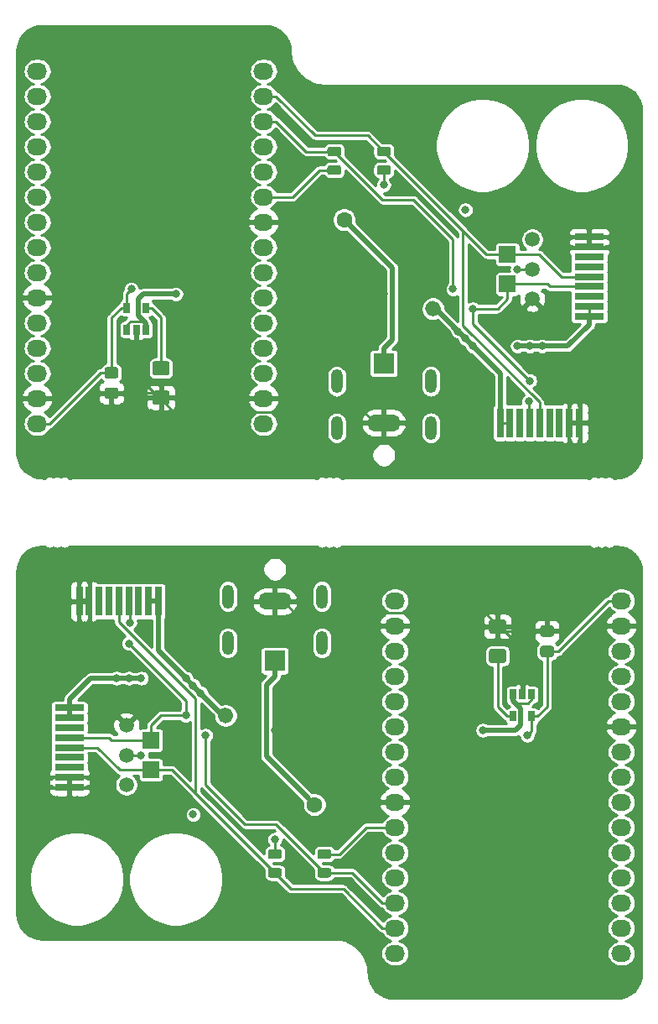
<source format=gbr>
G04 #@! TF.GenerationSoftware,KiCad,Pcbnew,5.1.6-c6e7f7d~86~ubuntu18.04.1*
G04 #@! TF.CreationDate,2020-05-28T18:46:40+01:00*
G04 #@! TF.ProjectId,polariser_drive,706f6c61-7269-4736-9572-5f6472697665,rev?*
G04 #@! TF.SameCoordinates,Original*
G04 #@! TF.FileFunction,Copper,L1,Top*
G04 #@! TF.FilePolarity,Positive*
%FSLAX46Y46*%
G04 Gerber Fmt 4.6, Leading zero omitted, Abs format (unit mm)*
G04 Created by KiCad (PCBNEW 5.1.6-c6e7f7d~86~ubuntu18.04.1) date 2020-05-28 18:46:40*
%MOMM*%
%LPD*%
G01*
G04 APERTURE LIST*
G04 #@! TA.AperFunction,ComponentPad*
%ADD10R,2.100000X2.100000*%
G04 #@! TD*
G04 #@! TA.AperFunction,ComponentPad*
%ADD11O,3.400000X1.700000*%
G04 #@! TD*
G04 #@! TA.AperFunction,ComponentPad*
%ADD12O,1.200000X2.400000*%
G04 #@! TD*
G04 #@! TA.AperFunction,ComponentPad*
%ADD13O,2.032000X1.727200*%
G04 #@! TD*
G04 #@! TA.AperFunction,SMDPad,CuDef*
%ADD14R,0.700000X3.000000*%
G04 #@! TD*
G04 #@! TA.AperFunction,SMDPad,CuDef*
%ADD15R,3.000000X0.700000*%
G04 #@! TD*
G04 #@! TA.AperFunction,ComponentPad*
%ADD16R,1.700000X1.700000*%
G04 #@! TD*
G04 #@! TA.AperFunction,SMDPad,CuDef*
%ADD17C,1.500000*%
G04 #@! TD*
G04 #@! TA.AperFunction,SMDPad,CuDef*
%ADD18R,0.650000X1.060000*%
G04 #@! TD*
G04 #@! TA.AperFunction,ComponentPad*
%ADD19C,1.600000*%
G04 #@! TD*
G04 #@! TA.AperFunction,ViaPad*
%ADD20C,0.800000*%
G04 #@! TD*
G04 #@! TA.AperFunction,Conductor*
%ADD21C,0.250000*%
G04 #@! TD*
G04 #@! TA.AperFunction,Conductor*
%ADD22C,0.500000*%
G04 #@! TD*
G04 #@! TA.AperFunction,Conductor*
%ADD23C,0.254000*%
G04 #@! TD*
G04 APERTURE END LIST*
D10*
X87000000Y-71000000D03*
D11*
X87000000Y-77000000D03*
D12*
X82250000Y-72800000D03*
X91750000Y-72800000D03*
X82250000Y-77500000D03*
X91750000Y-77500000D03*
G04 #@! TA.AperFunction,SMDPad,CuDef*
G36*
G01*
X63875000Y-70775000D02*
X65125000Y-70775000D01*
G75*
G02*
X65375000Y-71025000I0J-250000D01*
G01*
X65375000Y-71950000D01*
G75*
G02*
X65125000Y-72200000I-250000J0D01*
G01*
X63875000Y-72200000D01*
G75*
G02*
X63625000Y-71950000I0J250000D01*
G01*
X63625000Y-71025000D01*
G75*
G02*
X63875000Y-70775000I250000J0D01*
G01*
G37*
G04 #@! TD.AperFunction*
G04 #@! TA.AperFunction,SMDPad,CuDef*
G36*
G01*
X63875000Y-73750000D02*
X65125000Y-73750000D01*
G75*
G02*
X65375000Y-74000000I0J-250000D01*
G01*
X65375000Y-74925000D01*
G75*
G02*
X65125000Y-75175000I-250000J0D01*
G01*
X63875000Y-75175000D01*
G75*
G02*
X63625000Y-74925000I0J250000D01*
G01*
X63625000Y-74000000D01*
G75*
G02*
X63875000Y-73750000I250000J0D01*
G01*
G37*
G04 #@! TD.AperFunction*
G04 #@! TA.AperFunction,SMDPad,CuDef*
G36*
G01*
X86543750Y-51012500D02*
X87456250Y-51012500D01*
G75*
G02*
X87700000Y-51256250I0J-243750D01*
G01*
X87700000Y-51743750D01*
G75*
G02*
X87456250Y-51987500I-243750J0D01*
G01*
X86543750Y-51987500D01*
G75*
G02*
X86300000Y-51743750I0J243750D01*
G01*
X86300000Y-51256250D01*
G75*
G02*
X86543750Y-51012500I243750J0D01*
G01*
G37*
G04 #@! TD.AperFunction*
G04 #@! TA.AperFunction,SMDPad,CuDef*
G36*
G01*
X86543750Y-49137500D02*
X87456250Y-49137500D01*
G75*
G02*
X87700000Y-49381250I0J-243750D01*
G01*
X87700000Y-49868750D01*
G75*
G02*
X87456250Y-50112500I-243750J0D01*
G01*
X86543750Y-50112500D01*
G75*
G02*
X86300000Y-49868750I0J243750D01*
G01*
X86300000Y-49381250D01*
G75*
G02*
X86543750Y-49137500I243750J0D01*
G01*
G37*
G04 #@! TD.AperFunction*
D13*
X74860000Y-44040000D03*
X74860000Y-49120000D03*
X74860000Y-46580000D03*
X74860000Y-66900000D03*
X74860000Y-64360000D03*
X74860000Y-59280000D03*
X74860000Y-61820000D03*
X74860000Y-77060000D03*
X74860000Y-56740000D03*
X74860000Y-51660000D03*
X74860000Y-54200000D03*
X74860000Y-69440000D03*
X74860000Y-74520000D03*
X74860000Y-71980000D03*
X74860000Y-41500000D03*
X52000000Y-77060000D03*
X52000000Y-74520000D03*
X52000000Y-71980000D03*
X52000000Y-69440000D03*
X52000000Y-66900000D03*
X52000000Y-64360000D03*
X52000000Y-61820000D03*
X52000000Y-59280000D03*
X52000000Y-56740000D03*
X52000000Y-54200000D03*
X52000000Y-51660000D03*
X52000000Y-49120000D03*
X52000000Y-46580000D03*
X52000000Y-44040000D03*
X52000000Y-41500000D03*
D14*
X98750000Y-77000000D03*
X99750000Y-77000000D03*
X100750000Y-77000000D03*
X101750000Y-77000000D03*
X102750000Y-77000000D03*
X103750000Y-77000000D03*
X104750000Y-77000000D03*
X105750000Y-77000000D03*
X106750000Y-77000000D03*
D15*
X107750000Y-66250000D03*
X107750000Y-65250000D03*
X107750000Y-64250000D03*
X107750000Y-63250000D03*
X107750000Y-62250000D03*
X107750000Y-61250000D03*
X107750000Y-60250000D03*
X107750000Y-59250000D03*
X107750000Y-58250000D03*
D16*
X99500000Y-63000000D03*
G04 #@! TA.AperFunction,SMDPad,CuDef*
G36*
G01*
X59049999Y-71375000D02*
X59950001Y-71375000D01*
G75*
G02*
X60200000Y-71624999I0J-249999D01*
G01*
X60200000Y-72275001D01*
G75*
G02*
X59950001Y-72525000I-249999J0D01*
G01*
X59049999Y-72525000D01*
G75*
G02*
X58800000Y-72275001I0J249999D01*
G01*
X58800000Y-71624999D01*
G75*
G02*
X59049999Y-71375000I249999J0D01*
G01*
G37*
G04 #@! TD.AperFunction*
G04 #@! TA.AperFunction,SMDPad,CuDef*
G36*
G01*
X59049999Y-73425000D02*
X59950001Y-73425000D01*
G75*
G02*
X60200000Y-73674999I0J-249999D01*
G01*
X60200000Y-74325001D01*
G75*
G02*
X59950001Y-74575000I-249999J0D01*
G01*
X59049999Y-74575000D01*
G75*
G02*
X58800000Y-74325001I0J249999D01*
G01*
X58800000Y-73674999D01*
G75*
G02*
X59049999Y-73425000I249999J0D01*
G01*
G37*
G04 #@! TD.AperFunction*
D17*
X102000000Y-64500000D03*
D16*
X99500000Y-60000000D03*
D17*
X102000000Y-58500000D03*
G04 #@! TA.AperFunction,SMDPad,CuDef*
G36*
G01*
X81543750Y-51012500D02*
X82456250Y-51012500D01*
G75*
G02*
X82700000Y-51256250I0J-243750D01*
G01*
X82700000Y-51743750D01*
G75*
G02*
X82456250Y-51987500I-243750J0D01*
G01*
X81543750Y-51987500D01*
G75*
G02*
X81300000Y-51743750I0J243750D01*
G01*
X81300000Y-51256250D01*
G75*
G02*
X81543750Y-51012500I243750J0D01*
G01*
G37*
G04 #@! TD.AperFunction*
G04 #@! TA.AperFunction,SMDPad,CuDef*
G36*
G01*
X81543750Y-49137500D02*
X82456250Y-49137500D01*
G75*
G02*
X82700000Y-49381250I0J-243750D01*
G01*
X82700000Y-49868750D01*
G75*
G02*
X82456250Y-50112500I-243750J0D01*
G01*
X81543750Y-50112500D01*
G75*
G02*
X81300000Y-49868750I0J243750D01*
G01*
X81300000Y-49381250D01*
G75*
G02*
X81543750Y-49137500I243750J0D01*
G01*
G37*
G04 #@! TD.AperFunction*
D18*
X61050000Y-67600000D03*
X62000000Y-67600000D03*
X62950000Y-67600000D03*
X62950000Y-65400000D03*
X61050000Y-65400000D03*
D17*
X102000000Y-61500000D03*
D19*
X83000000Y-56500000D03*
G04 #@! TA.AperFunction,ComponentPad*
G36*
G01*
X91414571Y-64914571D02*
X91414571Y-64914571D01*
G75*
G02*
X92545941Y-64914571I565685J-565685D01*
G01*
X92545941Y-64914571D01*
G75*
G02*
X92545941Y-66045941I-565685J-565685D01*
G01*
X92545941Y-66045941D01*
G75*
G02*
X91414571Y-66045941I-565685J565685D01*
G01*
X91414571Y-66045941D01*
G75*
G02*
X91414571Y-64914571I565685J565685D01*
G01*
G37*
G04 #@! TD.AperFunction*
D16*
X63500000Y-109000000D03*
G04 #@! TA.AperFunction,ComponentPad*
G36*
G01*
X71585429Y-107085429D02*
X71585429Y-107085429D01*
G75*
G02*
X70454059Y-107085429I-565685J565685D01*
G01*
X70454059Y-107085429D01*
G75*
G02*
X70454059Y-105954059I565685J565685D01*
G01*
X70454059Y-105954059D01*
G75*
G02*
X71585429Y-105954059I565685J-565685D01*
G01*
X71585429Y-105954059D01*
G75*
G02*
X71585429Y-107085429I-565685J-565685D01*
G01*
G37*
G04 #@! TD.AperFunction*
D19*
X80000000Y-115500000D03*
D16*
X63500000Y-112000000D03*
D15*
X55250000Y-113750000D03*
X55250000Y-112750000D03*
X55250000Y-111750000D03*
X55250000Y-110750000D03*
X55250000Y-109750000D03*
X55250000Y-108750000D03*
X55250000Y-107750000D03*
X55250000Y-106750000D03*
X55250000Y-105750000D03*
D14*
X56250000Y-95000000D03*
X57250000Y-95000000D03*
X58250000Y-95000000D03*
X59250000Y-95000000D03*
X60250000Y-95000000D03*
X61250000Y-95000000D03*
X62250000Y-95000000D03*
X63250000Y-95000000D03*
X64250000Y-95000000D03*
D12*
X71250000Y-94500000D03*
X80750000Y-94500000D03*
X71250000Y-99200000D03*
X80750000Y-99200000D03*
D11*
X76000000Y-95000000D03*
D10*
X76000000Y-101000000D03*
D17*
X61000000Y-110500000D03*
X61000000Y-107500000D03*
G04 #@! TA.AperFunction,SMDPad,CuDef*
G36*
G01*
X99125000Y-98250000D02*
X97875000Y-98250000D01*
G75*
G02*
X97625000Y-98000000I0J250000D01*
G01*
X97625000Y-97075000D01*
G75*
G02*
X97875000Y-96825000I250000J0D01*
G01*
X99125000Y-96825000D01*
G75*
G02*
X99375000Y-97075000I0J-250000D01*
G01*
X99375000Y-98000000D01*
G75*
G02*
X99125000Y-98250000I-250000J0D01*
G01*
G37*
G04 #@! TD.AperFunction*
G04 #@! TA.AperFunction,SMDPad,CuDef*
G36*
G01*
X99125000Y-101225000D02*
X97875000Y-101225000D01*
G75*
G02*
X97625000Y-100975000I0J250000D01*
G01*
X97625000Y-100050000D01*
G75*
G02*
X97875000Y-99800000I250000J0D01*
G01*
X99125000Y-99800000D01*
G75*
G02*
X99375000Y-100050000I0J-250000D01*
G01*
X99375000Y-100975000D01*
G75*
G02*
X99125000Y-101225000I-250000J0D01*
G01*
G37*
G04 #@! TD.AperFunction*
D13*
X111000000Y-130500000D03*
X111000000Y-127960000D03*
X111000000Y-125420000D03*
X111000000Y-122880000D03*
X111000000Y-120340000D03*
X111000000Y-117800000D03*
X111000000Y-115260000D03*
X111000000Y-112720000D03*
X111000000Y-110180000D03*
X111000000Y-107640000D03*
X111000000Y-105100000D03*
X111000000Y-102560000D03*
X111000000Y-100020000D03*
X111000000Y-97480000D03*
X111000000Y-94940000D03*
X88140000Y-130500000D03*
X88140000Y-100020000D03*
X88140000Y-97480000D03*
X88140000Y-102560000D03*
X88140000Y-117800000D03*
X88140000Y-120340000D03*
X88140000Y-115260000D03*
X88140000Y-94940000D03*
X88140000Y-110180000D03*
X88140000Y-112720000D03*
X88140000Y-107640000D03*
X88140000Y-105100000D03*
X88140000Y-125420000D03*
X88140000Y-122880000D03*
X88140000Y-127960000D03*
D17*
X61000000Y-113500000D03*
D18*
X101950000Y-106600000D03*
X100050000Y-106600000D03*
X100050000Y-104400000D03*
X101000000Y-104400000D03*
X101950000Y-104400000D03*
G04 #@! TA.AperFunction,SMDPad,CuDef*
G36*
G01*
X76456250Y-122862500D02*
X75543750Y-122862500D01*
G75*
G02*
X75300000Y-122618750I0J243750D01*
G01*
X75300000Y-122131250D01*
G75*
G02*
X75543750Y-121887500I243750J0D01*
G01*
X76456250Y-121887500D01*
G75*
G02*
X76700000Y-122131250I0J-243750D01*
G01*
X76700000Y-122618750D01*
G75*
G02*
X76456250Y-122862500I-243750J0D01*
G01*
G37*
G04 #@! TD.AperFunction*
G04 #@! TA.AperFunction,SMDPad,CuDef*
G36*
G01*
X76456250Y-120987500D02*
X75543750Y-120987500D01*
G75*
G02*
X75300000Y-120743750I0J243750D01*
G01*
X75300000Y-120256250D01*
G75*
G02*
X75543750Y-120012500I243750J0D01*
G01*
X76456250Y-120012500D01*
G75*
G02*
X76700000Y-120256250I0J-243750D01*
G01*
X76700000Y-120743750D01*
G75*
G02*
X76456250Y-120987500I-243750J0D01*
G01*
G37*
G04 #@! TD.AperFunction*
G04 #@! TA.AperFunction,SMDPad,CuDef*
G36*
G01*
X81456250Y-122862500D02*
X80543750Y-122862500D01*
G75*
G02*
X80300000Y-122618750I0J243750D01*
G01*
X80300000Y-122131250D01*
G75*
G02*
X80543750Y-121887500I243750J0D01*
G01*
X81456250Y-121887500D01*
G75*
G02*
X81700000Y-122131250I0J-243750D01*
G01*
X81700000Y-122618750D01*
G75*
G02*
X81456250Y-122862500I-243750J0D01*
G01*
G37*
G04 #@! TD.AperFunction*
G04 #@! TA.AperFunction,SMDPad,CuDef*
G36*
G01*
X81456250Y-120987500D02*
X80543750Y-120987500D01*
G75*
G02*
X80300000Y-120743750I0J243750D01*
G01*
X80300000Y-120256250D01*
G75*
G02*
X80543750Y-120012500I243750J0D01*
G01*
X81456250Y-120012500D01*
G75*
G02*
X81700000Y-120256250I0J-243750D01*
G01*
X81700000Y-120743750D01*
G75*
G02*
X81456250Y-120987500I-243750J0D01*
G01*
G37*
G04 #@! TD.AperFunction*
G04 #@! TA.AperFunction,SMDPad,CuDef*
G36*
G01*
X103950001Y-98575000D02*
X103049999Y-98575000D01*
G75*
G02*
X102800000Y-98325001I0J249999D01*
G01*
X102800000Y-97674999D01*
G75*
G02*
X103049999Y-97425000I249999J0D01*
G01*
X103950001Y-97425000D01*
G75*
G02*
X104200000Y-97674999I0J-249999D01*
G01*
X104200000Y-98325001D01*
G75*
G02*
X103950001Y-98575000I-249999J0D01*
G01*
G37*
G04 #@! TD.AperFunction*
G04 #@! TA.AperFunction,SMDPad,CuDef*
G36*
G01*
X103950001Y-100625000D02*
X103049999Y-100625000D01*
G75*
G02*
X102800000Y-100375001I0J249999D01*
G01*
X102800000Y-99724999D01*
G75*
G02*
X103049999Y-99475000I249999J0D01*
G01*
X103950001Y-99475000D01*
G75*
G02*
X104200000Y-99724999I0J-249999D01*
G01*
X104200000Y-100375001D01*
G75*
G02*
X103950001Y-100625000I-249999J0D01*
G01*
G37*
G04 #@! TD.AperFunction*
D20*
X106000000Y-110500000D03*
X106000000Y-113000000D03*
X69750000Y-118500000D03*
X81500000Y-113500000D03*
X71000000Y-113500000D03*
X67000000Y-111500000D03*
X71000000Y-109500000D03*
X78000000Y-122500000D03*
X74500000Y-119000000D03*
X85000000Y-121500000D03*
X76000000Y-108000000D03*
X102500000Y-96000000D03*
X103500000Y-96000000D03*
X104500000Y-96000000D03*
X97500000Y-96000000D03*
X98500000Y-96000000D03*
X99500000Y-96000000D03*
X100000000Y-102000000D03*
X102000000Y-102000000D03*
X93500000Y-130500000D03*
X93500000Y-128000000D03*
X106000000Y-130500000D03*
X106000000Y-128000000D03*
X93500000Y-113000000D03*
X93500000Y-110500000D03*
X73500000Y-128000000D03*
X76000000Y-128000000D03*
X81000000Y-128000000D03*
X83500000Y-128000000D03*
X78500000Y-128000000D03*
X69000000Y-94500000D03*
X62250000Y-106000000D03*
X63250000Y-106000000D03*
X78000000Y-110000000D03*
X58500000Y-112000000D03*
X55000000Y-95000000D03*
X55000000Y-96000000D03*
X55000000Y-94000000D03*
X54000000Y-115000000D03*
X55000000Y-115000000D03*
X56000000Y-115000000D03*
X96000000Y-60500000D03*
X82000000Y-44000000D03*
X79500000Y-44000000D03*
X85000000Y-62000000D03*
X57000000Y-61500000D03*
X57000000Y-59000000D03*
X89500000Y-44000000D03*
X87000000Y-44000000D03*
X108000000Y-57000000D03*
X107000000Y-57000000D03*
X58500000Y-76000000D03*
X65500000Y-76000000D03*
X92000000Y-62500000D03*
X85000000Y-49500000D03*
X87000000Y-64000000D03*
X60500000Y-76000000D03*
X93250000Y-53500000D03*
X88500000Y-53000000D03*
X78000000Y-50500000D03*
X81500000Y-58500000D03*
X92000000Y-58500000D03*
X63000000Y-70000000D03*
X61000000Y-70000000D03*
X57000000Y-41500000D03*
X57000000Y-44000000D03*
X69500000Y-59000000D03*
X69500000Y-61500000D03*
X100750000Y-66000000D03*
X99750000Y-66000000D03*
X108000000Y-77000000D03*
X59500000Y-76000000D03*
X104500000Y-60000000D03*
X84500000Y-44000000D03*
X94000000Y-77500000D03*
X108000000Y-78000000D03*
X64500000Y-76000000D03*
X63500000Y-76000000D03*
X69500000Y-41500000D03*
X69500000Y-44000000D03*
X108000000Y-76000000D03*
X109000000Y-57000000D03*
X62750000Y-97500000D03*
X100250000Y-74500000D03*
X101500000Y-108500000D03*
X62500000Y-110500000D03*
X100500000Y-61500000D03*
X61500000Y-63500000D03*
X67750000Y-116500000D03*
X62500000Y-102750000D03*
X61250000Y-102750000D03*
X60000000Y-102750000D03*
X67750000Y-103500000D03*
X67000000Y-102750000D03*
X68500000Y-104250000D03*
X97000000Y-108000000D03*
X96000000Y-69250000D03*
X95250000Y-68500000D03*
X103000000Y-69250000D03*
X95250000Y-55500000D03*
X100500000Y-69250000D03*
X101750000Y-69250000D03*
X66000000Y-64000000D03*
X94500000Y-67750000D03*
X69000000Y-108500000D03*
X67000000Y-106500000D03*
X61250000Y-99250000D03*
X61351152Y-97148848D03*
X96000000Y-65500000D03*
X94000000Y-63500000D03*
X101750000Y-72750000D03*
X101648848Y-74851152D03*
X76000000Y-119000000D03*
X87000000Y-53000000D03*
D21*
X76000000Y-95000000D02*
X75150000Y-95000000D01*
X98500000Y-97425000D02*
X98500000Y-98000000D01*
X97203610Y-96128610D02*
X98500000Y-97425000D01*
X77978610Y-96128610D02*
X97203610Y-96128610D01*
X76850000Y-95000000D02*
X77978610Y-96128610D01*
X76000000Y-95000000D02*
X76850000Y-95000000D01*
X103500000Y-98000000D02*
X98500000Y-98000000D01*
X99200000Y-98000000D02*
X98500000Y-98000000D01*
X101000000Y-99800000D02*
X99200000Y-98000000D01*
X101000000Y-104400000D02*
X101000000Y-99800000D01*
D22*
X56250000Y-95000000D02*
X57250000Y-95000000D01*
D21*
X55250000Y-112750000D02*
X55250000Y-113750000D01*
X56250000Y-95000000D02*
X55000000Y-95000000D01*
X85021390Y-75871390D02*
X65796390Y-75871390D01*
D22*
X106750000Y-77000000D02*
X105750000Y-77000000D01*
D21*
X65796390Y-75871390D02*
X64500000Y-74575000D01*
X59500000Y-74000000D02*
X64500000Y-74000000D01*
X62000000Y-67600000D02*
X62000000Y-72200000D01*
X64500000Y-74575000D02*
X64500000Y-74000000D01*
X87000000Y-77000000D02*
X87850000Y-77000000D01*
X63800000Y-74000000D02*
X64500000Y-74000000D01*
X62000000Y-72200000D02*
X63800000Y-74000000D01*
X86150000Y-77000000D02*
X85021390Y-75871390D01*
X87000000Y-77000000D02*
X86150000Y-77000000D01*
X107750000Y-59250000D02*
X107750000Y-58250000D01*
X106750000Y-77000000D02*
X108000000Y-77000000D01*
X99475000Y-106600000D02*
X100050000Y-106600000D01*
X98500000Y-105625000D02*
X99475000Y-106600000D01*
X98500000Y-100050000D02*
X98500000Y-105625000D01*
X64500000Y-66375000D02*
X63525000Y-65400000D01*
X64500000Y-71950000D02*
X64500000Y-66375000D01*
X63525000Y-65400000D02*
X62950000Y-65400000D01*
X103500000Y-100625000D02*
X103500000Y-100050000D01*
X103500000Y-105625000D02*
X103500000Y-100625000D01*
X102525000Y-106600000D02*
X103500000Y-105625000D01*
X101950000Y-106600000D02*
X102525000Y-106600000D01*
X111000000Y-94940000D02*
X109734000Y-94940000D01*
X104624000Y-100050000D02*
X103500000Y-100050000D01*
X109734000Y-94940000D02*
X104624000Y-100050000D01*
X101950000Y-108050000D02*
X101500000Y-108500000D01*
X101950000Y-106600000D02*
X101950000Y-108050000D01*
X62500000Y-110500000D02*
X61000000Y-110500000D01*
X61050000Y-63950000D02*
X61500000Y-63500000D01*
X61050000Y-65400000D02*
X61050000Y-63950000D01*
X59500000Y-71375000D02*
X59500000Y-71950000D01*
X100500000Y-61500000D02*
X102000000Y-61500000D01*
X61050000Y-65400000D02*
X60475000Y-65400000D01*
X52000000Y-77060000D02*
X53266000Y-77060000D01*
X59500000Y-66375000D02*
X59500000Y-71375000D01*
X60475000Y-65400000D02*
X59500000Y-66375000D01*
X58376000Y-71950000D02*
X59500000Y-71950000D01*
X53266000Y-77060000D02*
X58376000Y-71950000D01*
X100050000Y-105180000D02*
X100050000Y-104400000D01*
X100125001Y-105255001D02*
X100050000Y-105180000D01*
X101585001Y-105255001D02*
X100125001Y-105255001D01*
X101950000Y-104890002D02*
X101585001Y-105255001D01*
X101950000Y-104400000D02*
X101950000Y-104890002D01*
X100050000Y-104400000D02*
X100050000Y-104325000D01*
D22*
X67750000Y-103500000D02*
X67000000Y-102750000D01*
X69000000Y-104750000D02*
X68500000Y-104250000D01*
X68500000Y-104250000D02*
X67750000Y-103500000D01*
X100050000Y-105050000D02*
X100050000Y-104400000D01*
X100825001Y-107490001D02*
X100825001Y-105825001D01*
X100825001Y-105825001D02*
X100050000Y-105050000D01*
X100315002Y-108000000D02*
X100825001Y-107490001D01*
X97000000Y-108000000D02*
X100315002Y-108000000D01*
X61934315Y-102750000D02*
X62500000Y-102750000D01*
X57400000Y-102750000D02*
X61934315Y-102750000D01*
X55250000Y-104900000D02*
X57400000Y-102750000D01*
X55250000Y-105750000D02*
X55250000Y-104900000D01*
X64250000Y-100000000D02*
X67000000Y-102750000D01*
X64250000Y-95000000D02*
X64250000Y-100000000D01*
X70769744Y-106519744D02*
X67750000Y-103500000D01*
X71019744Y-106519744D02*
X70769744Y-106519744D01*
X94500000Y-67750000D02*
X95250000Y-68500000D01*
D21*
X62950000Y-66820000D02*
X62950000Y-67600000D01*
D22*
X95250000Y-68500000D02*
X96000000Y-69250000D01*
X66000000Y-64000000D02*
X62684998Y-64000000D01*
X101065685Y-69250000D02*
X100500000Y-69250000D01*
X105600000Y-69250000D02*
X101065685Y-69250000D01*
X107750000Y-67100000D02*
X105600000Y-69250000D01*
X98750000Y-77000000D02*
X98750000Y-72000000D01*
X92230256Y-65480256D02*
X95250000Y-68500000D01*
X62950000Y-66950000D02*
X62950000Y-67600000D01*
X62684998Y-64000000D02*
X62174999Y-64509999D01*
D21*
X62950000Y-67600000D02*
X62950000Y-67675000D01*
X62874999Y-66744999D02*
X62950000Y-66820000D01*
X99750000Y-77000000D02*
X98750000Y-77000000D01*
X107750000Y-65250000D02*
X107750000Y-66250000D01*
D22*
X91980256Y-65480256D02*
X92230256Y-65480256D01*
X107750000Y-66250000D02*
X107750000Y-67100000D01*
X98750000Y-72000000D02*
X96000000Y-69250000D01*
D21*
X61050000Y-67109998D02*
X61414999Y-66744999D01*
X61050000Y-67600000D02*
X61050000Y-67109998D01*
D22*
X62174999Y-64509999D02*
X62174999Y-66174999D01*
X62174999Y-66174999D02*
X62950000Y-66950000D01*
X94000000Y-67250000D02*
X94500000Y-67750000D01*
D21*
X61414999Y-66744999D02*
X62874999Y-66744999D01*
D22*
X55250000Y-106750000D02*
X55250000Y-105750000D01*
X63250000Y-95000000D02*
X64250000Y-95000000D01*
D21*
X83829000Y-122375000D02*
X81000000Y-122375000D01*
X88140000Y-125420000D02*
X86874000Y-125420000D01*
X86874000Y-125420000D02*
X83829000Y-122375000D01*
X81000000Y-122375000D02*
X76125000Y-117500000D01*
X76125000Y-117500000D02*
X73000000Y-117500000D01*
X73000000Y-117500000D02*
X69000000Y-113500000D01*
X69000000Y-108500000D02*
X69000000Y-113500000D01*
X63500000Y-107500000D02*
X63500000Y-109000000D01*
X63500000Y-107500000D02*
X64500000Y-106500000D01*
X64500000Y-106500000D02*
X67000000Y-106500000D01*
X55250000Y-108750000D02*
X59250000Y-108750000D01*
X59500000Y-109000000D02*
X63500000Y-109000000D01*
X59250000Y-108750000D02*
X59500000Y-109000000D01*
X67000000Y-106500000D02*
X67000000Y-105000000D01*
X67000000Y-105000000D02*
X61250000Y-99250000D01*
X61351152Y-95101152D02*
X61250000Y-95000000D01*
X61351152Y-97148848D02*
X61351152Y-95101152D01*
X96000000Y-65500000D02*
X96000000Y-67000000D01*
X107750000Y-63250000D02*
X103750000Y-63250000D01*
X103500000Y-63000000D02*
X99500000Y-63000000D01*
X103750000Y-63250000D02*
X103500000Y-63000000D01*
X99500000Y-64500000D02*
X99500000Y-63000000D01*
X99500000Y-64500000D02*
X98500000Y-65500000D01*
X96000000Y-67000000D02*
X101750000Y-72750000D01*
X79171000Y-49625000D02*
X82000000Y-49625000D01*
X98500000Y-65500000D02*
X96000000Y-65500000D01*
X82000000Y-49625000D02*
X86875000Y-54500000D01*
X94000000Y-63500000D02*
X94000000Y-58500000D01*
X86875000Y-54500000D02*
X90000000Y-54500000D01*
X90000000Y-54500000D02*
X94000000Y-58500000D01*
X74860000Y-46580000D02*
X76126000Y-46580000D01*
X76126000Y-46580000D02*
X79171000Y-49625000D01*
X101648848Y-74851152D02*
X101648848Y-76898848D01*
X101648848Y-76898848D02*
X101750000Y-77000000D01*
X86874000Y-127960000D02*
X82914000Y-124000000D01*
X88140000Y-127960000D02*
X86874000Y-127960000D01*
X77625000Y-124000000D02*
X76000000Y-122375000D01*
X82914000Y-124000000D02*
X77625000Y-124000000D01*
X76000000Y-122375000D02*
X68125000Y-114500000D01*
X68000000Y-114375000D02*
X68125000Y-114500000D01*
X65625000Y-112000000D02*
X68000000Y-114375000D01*
X63500000Y-112000000D02*
X65625000Y-112000000D01*
X57000000Y-109750000D02*
X55250000Y-109750000D01*
X58073002Y-109750000D02*
X57000000Y-109750000D01*
X60323002Y-112000000D02*
X58073002Y-109750000D01*
X63500000Y-112000000D02*
X60323002Y-112000000D01*
X60250000Y-96750000D02*
X60250000Y-95000000D01*
X60250000Y-97073002D02*
X60250000Y-96750000D01*
X68000000Y-104823002D02*
X60250000Y-97073002D01*
X68000000Y-114375000D02*
X68000000Y-104823002D01*
X95000000Y-67176998D02*
X102750000Y-74926998D01*
X95000000Y-57625000D02*
X95000000Y-67176998D01*
X97375000Y-60000000D02*
X95000000Y-57625000D01*
X102750000Y-75250000D02*
X102750000Y-77000000D01*
X102750000Y-74926998D02*
X102750000Y-75250000D01*
X80086000Y-48000000D02*
X85375000Y-48000000D01*
X95000000Y-57625000D02*
X94875000Y-57500000D01*
X76126000Y-44040000D02*
X80086000Y-48000000D01*
X74860000Y-44040000D02*
X76126000Y-44040000D01*
X85375000Y-48000000D02*
X87000000Y-49625000D01*
X102676998Y-60000000D02*
X104926998Y-62250000D01*
X99500000Y-60000000D02*
X102676998Y-60000000D01*
X106000000Y-62250000D02*
X107750000Y-62250000D01*
X104926998Y-62250000D02*
X106000000Y-62250000D01*
X87000000Y-49625000D02*
X94875000Y-57500000D01*
X99500000Y-60000000D02*
X97375000Y-60000000D01*
X81000000Y-120500000D02*
X82500000Y-120500000D01*
X85200000Y-117800000D02*
X88140000Y-117800000D01*
X82500000Y-120500000D02*
X85200000Y-117800000D01*
X76000000Y-120500000D02*
X76000000Y-119000000D01*
X82000000Y-51500000D02*
X80500000Y-51500000D01*
X80500000Y-51500000D02*
X77800000Y-54200000D01*
X87000000Y-51500000D02*
X87000000Y-53000000D01*
X77800000Y-54200000D02*
X74860000Y-54200000D01*
D22*
X79200001Y-114700001D02*
X80000000Y-115500000D01*
X75149999Y-110649999D02*
X79200001Y-114700001D01*
X75149999Y-103400001D02*
X75149999Y-110649999D01*
X76000000Y-102550000D02*
X75149999Y-103400001D01*
X76000000Y-101000000D02*
X76000000Y-102550000D01*
X87850001Y-61350001D02*
X83799999Y-57299999D01*
X87850001Y-68599999D02*
X87850001Y-61350001D01*
X87000000Y-69450000D02*
X87850001Y-68599999D01*
X87000000Y-71000000D02*
X87000000Y-69450000D01*
X83799999Y-57299999D02*
X83000000Y-56500000D01*
D23*
G36*
X110312448Y-89431148D02*
G01*
X110352501Y-89439661D01*
X110358771Y-89440320D01*
X110358774Y-89440321D01*
X110358777Y-89440321D01*
X110455851Y-89449839D01*
X110455892Y-89449843D01*
X110994492Y-89502654D01*
X111470137Y-89646259D01*
X111908843Y-89879522D01*
X112293880Y-90193551D01*
X112610592Y-90576390D01*
X112846907Y-91013447D01*
X112993835Y-91488091D01*
X113048001Y-92003448D01*
X113048000Y-126022204D01*
X113048001Y-126022214D01*
X113048000Y-132477891D01*
X112997347Y-132994487D01*
X112853740Y-133470141D01*
X112620478Y-133908842D01*
X112306449Y-134293880D01*
X111923610Y-134610592D01*
X111486552Y-134846908D01*
X111011909Y-134993835D01*
X110496560Y-135048000D01*
X88022108Y-135048000D01*
X87505513Y-134997347D01*
X87029859Y-134853740D01*
X86591158Y-134620478D01*
X86206120Y-134306449D01*
X85889408Y-133923610D01*
X85653092Y-133486552D01*
X85506165Y-133011909D01*
X85451990Y-132496467D01*
X85451924Y-132477481D01*
X85449929Y-132457840D01*
X85450067Y-132438090D01*
X85449451Y-132431809D01*
X85388250Y-131849519D01*
X85380012Y-131809388D01*
X85372336Y-131769148D01*
X85370512Y-131763106D01*
X85197375Y-131203792D01*
X85181484Y-131165989D01*
X85166153Y-131128044D01*
X85163190Y-131122471D01*
X85163190Y-131122470D01*
X85163187Y-131122466D01*
X84884714Y-130607439D01*
X84861808Y-130573479D01*
X84839374Y-130539196D01*
X84835385Y-130534305D01*
X84462175Y-130083172D01*
X84433125Y-130054324D01*
X84404444Y-130025036D01*
X84399581Y-130021013D01*
X83945852Y-129650961D01*
X83911740Y-129628297D01*
X83877928Y-129605145D01*
X83872381Y-129602147D01*
X83872377Y-129602144D01*
X83872373Y-129602142D01*
X83355412Y-129327269D01*
X83317498Y-129311642D01*
X83279882Y-129295520D01*
X83273853Y-129293653D01*
X82713345Y-129124427D01*
X82673162Y-129116470D01*
X82633087Y-129107952D01*
X82626810Y-129107292D01*
X82044108Y-129050157D01*
X82044105Y-129050157D01*
X82022205Y-129048000D01*
X52522108Y-129048000D01*
X52005513Y-128997347D01*
X51529859Y-128853740D01*
X51091158Y-128620478D01*
X50706120Y-128306449D01*
X50389408Y-127923610D01*
X50153092Y-127486552D01*
X50006165Y-127011909D01*
X49952000Y-126496560D01*
X49952000Y-122529507D01*
X51223000Y-122529507D01*
X51223000Y-123470493D01*
X51406577Y-124393400D01*
X51766677Y-125262758D01*
X52289462Y-126045160D01*
X52954840Y-126710538D01*
X53737242Y-127233323D01*
X54606600Y-127593423D01*
X55529507Y-127777000D01*
X56470493Y-127777000D01*
X57393400Y-127593423D01*
X58262758Y-127233323D01*
X59045160Y-126710538D01*
X59710538Y-126045160D01*
X60233323Y-125262758D01*
X60593423Y-124393400D01*
X60777000Y-123470493D01*
X60777000Y-122529507D01*
X61223000Y-122529507D01*
X61223000Y-123470493D01*
X61406577Y-124393400D01*
X61766677Y-125262758D01*
X62289462Y-126045160D01*
X62954840Y-126710538D01*
X63737242Y-127233323D01*
X64606600Y-127593423D01*
X65529507Y-127777000D01*
X66470493Y-127777000D01*
X67393400Y-127593423D01*
X68262758Y-127233323D01*
X69045160Y-126710538D01*
X69710538Y-126045160D01*
X70233323Y-125262758D01*
X70593423Y-124393400D01*
X70777000Y-123470493D01*
X70777000Y-122529507D01*
X70593423Y-121606600D01*
X70233323Y-120737242D01*
X69710538Y-119954840D01*
X69045160Y-119289462D01*
X68262758Y-118766677D01*
X67393400Y-118406577D01*
X66470493Y-118223000D01*
X65529507Y-118223000D01*
X64606600Y-118406577D01*
X63737242Y-118766677D01*
X62954840Y-119289462D01*
X62289462Y-119954840D01*
X61766677Y-120737242D01*
X61406577Y-121606600D01*
X61223000Y-122529507D01*
X60777000Y-122529507D01*
X60593423Y-121606600D01*
X60233323Y-120737242D01*
X59710538Y-119954840D01*
X59045160Y-119289462D01*
X58262758Y-118766677D01*
X57393400Y-118406577D01*
X56470493Y-118223000D01*
X55529507Y-118223000D01*
X54606600Y-118406577D01*
X53737242Y-118766677D01*
X52954840Y-119289462D01*
X52289462Y-119954840D01*
X51766677Y-120737242D01*
X51406577Y-121606600D01*
X51223000Y-122529507D01*
X49952000Y-122529507D01*
X49952000Y-116418548D01*
X66923000Y-116418548D01*
X66923000Y-116581452D01*
X66954782Y-116741227D01*
X67017123Y-116891731D01*
X67107628Y-117027181D01*
X67222819Y-117142372D01*
X67358269Y-117232877D01*
X67508773Y-117295218D01*
X67668548Y-117327000D01*
X67831452Y-117327000D01*
X67991227Y-117295218D01*
X68141731Y-117232877D01*
X68277181Y-117142372D01*
X68392372Y-117027181D01*
X68482877Y-116891731D01*
X68545218Y-116741227D01*
X68577000Y-116581452D01*
X68577000Y-116418548D01*
X68545218Y-116258773D01*
X68482877Y-116108269D01*
X68392372Y-115972819D01*
X68277181Y-115857628D01*
X68141731Y-115767123D01*
X67991227Y-115704782D01*
X67831452Y-115673000D01*
X67668548Y-115673000D01*
X67508773Y-115704782D01*
X67358269Y-115767123D01*
X67222819Y-115857628D01*
X67107628Y-115972819D01*
X67017123Y-116108269D01*
X66954782Y-116258773D01*
X66923000Y-116418548D01*
X49952000Y-116418548D01*
X49952000Y-114100000D01*
X53111928Y-114100000D01*
X53124188Y-114224482D01*
X53160498Y-114344180D01*
X53219463Y-114454494D01*
X53298815Y-114551185D01*
X53395506Y-114630537D01*
X53505820Y-114689502D01*
X53625518Y-114725812D01*
X53750000Y-114738072D01*
X54964250Y-114735000D01*
X55123000Y-114576250D01*
X55123000Y-113877000D01*
X55377000Y-113877000D01*
X55377000Y-114576250D01*
X55535750Y-114735000D01*
X56750000Y-114738072D01*
X56874482Y-114725812D01*
X56994180Y-114689502D01*
X57104494Y-114630537D01*
X57201185Y-114551185D01*
X57280537Y-114454494D01*
X57339502Y-114344180D01*
X57375812Y-114224482D01*
X57388072Y-114100000D01*
X57385000Y-114035750D01*
X57226250Y-113877000D01*
X55377000Y-113877000D01*
X55123000Y-113877000D01*
X53273750Y-113877000D01*
X53115000Y-114035750D01*
X53111928Y-114100000D01*
X49952000Y-114100000D01*
X49952000Y-113100000D01*
X53111928Y-113100000D01*
X53124188Y-113224482D01*
X53131929Y-113250000D01*
X53124188Y-113275518D01*
X53111928Y-113400000D01*
X53115000Y-113464250D01*
X53273750Y-113623000D01*
X53386322Y-113623000D01*
X53395506Y-113630537D01*
X53505820Y-113689502D01*
X53625518Y-113725812D01*
X53750000Y-113738072D01*
X54964250Y-113735000D01*
X55076250Y-113623000D01*
X55123000Y-113623000D01*
X55123000Y-112877000D01*
X55377000Y-112877000D01*
X55377000Y-113623000D01*
X55423750Y-113623000D01*
X55535750Y-113735000D01*
X56750000Y-113738072D01*
X56874482Y-113725812D01*
X56994180Y-113689502D01*
X57104494Y-113630537D01*
X57113678Y-113623000D01*
X57226250Y-113623000D01*
X57385000Y-113464250D01*
X57388072Y-113400000D01*
X57375812Y-113275518D01*
X57368071Y-113250000D01*
X57375812Y-113224482D01*
X57388072Y-113100000D01*
X57385000Y-113035750D01*
X57226250Y-112877000D01*
X57113678Y-112877000D01*
X57104494Y-112869463D01*
X56994180Y-112810498D01*
X56874482Y-112774188D01*
X56750000Y-112761928D01*
X55535750Y-112765000D01*
X55423750Y-112877000D01*
X55377000Y-112877000D01*
X55123000Y-112877000D01*
X55076250Y-112877000D01*
X54964250Y-112765000D01*
X53750000Y-112761928D01*
X53625518Y-112774188D01*
X53505820Y-112810498D01*
X53395506Y-112869463D01*
X53386322Y-112877000D01*
X53273750Y-112877000D01*
X53115000Y-113035750D01*
X53111928Y-113100000D01*
X49952000Y-113100000D01*
X49952000Y-112400000D01*
X53111928Y-112400000D01*
X53115000Y-112464250D01*
X53273750Y-112623000D01*
X55123000Y-112623000D01*
X55123000Y-112603000D01*
X55377000Y-112603000D01*
X55377000Y-112623000D01*
X57226250Y-112623000D01*
X57385000Y-112464250D01*
X57388072Y-112400000D01*
X57375812Y-112275518D01*
X57339502Y-112155820D01*
X57280537Y-112045506D01*
X57201185Y-111948815D01*
X57179066Y-111930662D01*
X57179066Y-111400000D01*
X57170822Y-111316293D01*
X57150711Y-111250000D01*
X57170822Y-111183707D01*
X57179066Y-111100000D01*
X57179066Y-110400000D01*
X57170822Y-110316293D01*
X57166486Y-110302000D01*
X57844358Y-110302000D01*
X59913509Y-112371153D01*
X59930791Y-112392211D01*
X59951847Y-112409491D01*
X59951848Y-112409492D01*
X60014844Y-112461191D01*
X60110739Y-112512448D01*
X60214791Y-112544012D01*
X60299679Y-112552373D01*
X60249706Y-112585764D01*
X60085764Y-112749706D01*
X59956956Y-112942481D01*
X59868231Y-113156682D01*
X59823000Y-113384076D01*
X59823000Y-113615924D01*
X59868231Y-113843318D01*
X59956956Y-114057519D01*
X60085764Y-114250294D01*
X60249706Y-114414236D01*
X60442481Y-114543044D01*
X60656682Y-114631769D01*
X60884076Y-114677000D01*
X61115924Y-114677000D01*
X61343318Y-114631769D01*
X61557519Y-114543044D01*
X61750294Y-114414236D01*
X61914236Y-114250294D01*
X62043044Y-114057519D01*
X62131769Y-113843318D01*
X62177000Y-113615924D01*
X62177000Y-113384076D01*
X62131769Y-113156682D01*
X62043044Y-112942481D01*
X61914236Y-112749706D01*
X61750294Y-112585764D01*
X61699763Y-112552000D01*
X62220934Y-112552000D01*
X62220934Y-112850000D01*
X62229178Y-112933707D01*
X62253595Y-113014196D01*
X62293245Y-113088376D01*
X62346605Y-113153395D01*
X62411624Y-113206755D01*
X62485804Y-113246405D01*
X62566293Y-113270822D01*
X62650000Y-113279066D01*
X64350000Y-113279066D01*
X64433707Y-113270822D01*
X64514196Y-113246405D01*
X64588376Y-113206755D01*
X64653395Y-113153395D01*
X64706755Y-113088376D01*
X64746405Y-113014196D01*
X64770822Y-112933707D01*
X64779066Y-112850000D01*
X64779066Y-112552000D01*
X65396356Y-112552000D01*
X67590507Y-114746153D01*
X67607789Y-114767211D01*
X67628855Y-114784500D01*
X67753847Y-114909492D01*
X67753853Y-114909497D01*
X74880319Y-122035965D01*
X74870934Y-122131250D01*
X74870934Y-122618750D01*
X74883862Y-122750010D01*
X74922149Y-122876226D01*
X74984324Y-122992547D01*
X75067997Y-123094503D01*
X75169953Y-123178176D01*
X75286274Y-123240351D01*
X75412490Y-123278638D01*
X75543750Y-123291566D01*
X76135921Y-123291566D01*
X77215507Y-124371153D01*
X77232789Y-124392211D01*
X77316842Y-124461191D01*
X77412737Y-124512448D01*
X77516789Y-124544012D01*
X77597891Y-124552000D01*
X77597893Y-124552000D01*
X77624999Y-124554670D01*
X77652105Y-124552000D01*
X82685356Y-124552000D01*
X86464508Y-128331154D01*
X86481789Y-128352211D01*
X86502845Y-128369491D01*
X86502846Y-128369492D01*
X86565842Y-128421191D01*
X86661737Y-128472448D01*
X86765789Y-128504012D01*
X86817719Y-128509127D01*
X86909314Y-128680488D01*
X87070593Y-128877007D01*
X87267112Y-129038286D01*
X87491319Y-129158128D01*
X87728249Y-129230000D01*
X87491319Y-129301872D01*
X87267112Y-129421714D01*
X87070593Y-129582993D01*
X86909314Y-129779512D01*
X86789472Y-130003719D01*
X86715674Y-130246998D01*
X86690756Y-130500000D01*
X86715674Y-130753002D01*
X86789472Y-130996281D01*
X86909314Y-131220488D01*
X87070593Y-131417007D01*
X87267112Y-131578286D01*
X87491319Y-131698128D01*
X87734598Y-131771926D01*
X87924202Y-131790600D01*
X88355798Y-131790600D01*
X88545402Y-131771926D01*
X88788681Y-131698128D01*
X89012888Y-131578286D01*
X89209407Y-131417007D01*
X89370686Y-131220488D01*
X89490528Y-130996281D01*
X89564326Y-130753002D01*
X89589244Y-130500000D01*
X89564326Y-130246998D01*
X89490528Y-130003719D01*
X89370686Y-129779512D01*
X89209407Y-129582993D01*
X89012888Y-129421714D01*
X88788681Y-129301872D01*
X88551751Y-129230000D01*
X88788681Y-129158128D01*
X89012888Y-129038286D01*
X89209407Y-128877007D01*
X89370686Y-128680488D01*
X89490528Y-128456281D01*
X89564326Y-128213002D01*
X89589244Y-127960000D01*
X89564326Y-127706998D01*
X89490528Y-127463719D01*
X89370686Y-127239512D01*
X89209407Y-127042993D01*
X89012888Y-126881714D01*
X88788681Y-126761872D01*
X88551751Y-126690000D01*
X88788681Y-126618128D01*
X89012888Y-126498286D01*
X89209407Y-126337007D01*
X89370686Y-126140488D01*
X89490528Y-125916281D01*
X89564326Y-125673002D01*
X89589244Y-125420000D01*
X89564326Y-125166998D01*
X89490528Y-124923719D01*
X89370686Y-124699512D01*
X89209407Y-124502993D01*
X89012888Y-124341714D01*
X88788681Y-124221872D01*
X88551751Y-124150000D01*
X88788681Y-124078128D01*
X89012888Y-123958286D01*
X89209407Y-123797007D01*
X89370686Y-123600488D01*
X89490528Y-123376281D01*
X89564326Y-123133002D01*
X89589244Y-122880000D01*
X89564326Y-122626998D01*
X89490528Y-122383719D01*
X89370686Y-122159512D01*
X89209407Y-121962993D01*
X89012888Y-121801714D01*
X88788681Y-121681872D01*
X88551751Y-121610000D01*
X88788681Y-121538128D01*
X89012888Y-121418286D01*
X89209407Y-121257007D01*
X89370686Y-121060488D01*
X89490528Y-120836281D01*
X89564326Y-120593002D01*
X89589244Y-120340000D01*
X89564326Y-120086998D01*
X89490528Y-119843719D01*
X89370686Y-119619512D01*
X89209407Y-119422993D01*
X89012888Y-119261714D01*
X88788681Y-119141872D01*
X88551751Y-119070000D01*
X88788681Y-118998128D01*
X89012888Y-118878286D01*
X89209407Y-118717007D01*
X89370686Y-118520488D01*
X89490528Y-118296281D01*
X89564326Y-118053002D01*
X89589244Y-117800000D01*
X89564326Y-117546998D01*
X89490528Y-117303719D01*
X89370686Y-117079512D01*
X89209407Y-116882993D01*
X89012888Y-116721714D01*
X88862184Y-116641160D01*
X89054321Y-116551954D01*
X89291729Y-116378486D01*
X89490733Y-116162035D01*
X89643686Y-115910919D01*
X89744709Y-115634789D01*
X89747358Y-115619026D01*
X89626217Y-115387000D01*
X88267000Y-115387000D01*
X88267000Y-115407000D01*
X88013000Y-115407000D01*
X88013000Y-115387000D01*
X86653783Y-115387000D01*
X86532642Y-115619026D01*
X86535291Y-115634789D01*
X86636314Y-115910919D01*
X86789267Y-116162035D01*
X86988271Y-116378486D01*
X87225679Y-116551954D01*
X87417816Y-116641160D01*
X87267112Y-116721714D01*
X87070593Y-116882993D01*
X86909314Y-117079512D01*
X86819255Y-117248000D01*
X85227108Y-117248000D01*
X85200000Y-117245330D01*
X85172891Y-117248000D01*
X85091789Y-117255988D01*
X84987737Y-117287552D01*
X84891842Y-117338809D01*
X84807789Y-117407789D01*
X84790508Y-117428846D01*
X82271356Y-119948000D01*
X82050712Y-119948000D01*
X82015676Y-119882453D01*
X81932003Y-119780497D01*
X81830047Y-119696824D01*
X81713726Y-119634649D01*
X81587510Y-119596362D01*
X81456250Y-119583434D01*
X80543750Y-119583434D01*
X80412490Y-119596362D01*
X80286274Y-119634649D01*
X80169953Y-119696824D01*
X80067997Y-119780497D01*
X79984324Y-119882453D01*
X79922149Y-119998774D01*
X79883862Y-120124990D01*
X79870934Y-120256250D01*
X79870934Y-120465289D01*
X76534501Y-117128857D01*
X76517211Y-117107789D01*
X76433158Y-117038809D01*
X76337263Y-116987552D01*
X76233211Y-116955988D01*
X76152109Y-116948000D01*
X76152106Y-116948000D01*
X76125000Y-116945330D01*
X76097894Y-116948000D01*
X73228646Y-116948000D01*
X69552000Y-113271356D01*
X69552000Y-109117553D01*
X69642372Y-109027181D01*
X69732877Y-108891731D01*
X69795218Y-108741227D01*
X69827000Y-108581452D01*
X69827000Y-108418548D01*
X69795218Y-108258773D01*
X69732877Y-108108269D01*
X69642372Y-107972819D01*
X69527181Y-107857628D01*
X69391731Y-107767123D01*
X69241227Y-107704782D01*
X69081452Y-107673000D01*
X68918548Y-107673000D01*
X68758773Y-107704782D01*
X68608269Y-107767123D01*
X68552000Y-107804721D01*
X68552000Y-105259422D01*
X69792744Y-106500167D01*
X69792744Y-106640593D01*
X69839897Y-106877647D01*
X69932391Y-107100946D01*
X70066671Y-107301911D01*
X70237577Y-107472817D01*
X70438542Y-107607097D01*
X70661841Y-107699591D01*
X70898895Y-107746744D01*
X71140593Y-107746744D01*
X71377647Y-107699591D01*
X71600946Y-107607097D01*
X71801911Y-107472817D01*
X71972817Y-107301911D01*
X72107097Y-107100946D01*
X72199591Y-106877647D01*
X72246744Y-106640593D01*
X72246744Y-106398895D01*
X72199591Y-106161841D01*
X72107097Y-105938542D01*
X71972817Y-105737577D01*
X71801911Y-105566671D01*
X71600946Y-105432391D01*
X71377647Y-105339897D01*
X71140593Y-105292744D01*
X70898895Y-105292744D01*
X70661841Y-105339897D01*
X70580862Y-105373440D01*
X69502227Y-104294804D01*
X69314840Y-104107417D01*
X69295218Y-104008773D01*
X69232877Y-103858269D01*
X69142372Y-103722819D01*
X69027181Y-103607628D01*
X68891731Y-103517123D01*
X68741227Y-103454782D01*
X68642582Y-103435160D01*
X68607423Y-103400001D01*
X74469725Y-103400001D01*
X74472999Y-103433246D01*
X74473000Y-110616744D01*
X74469725Y-110649999D01*
X74482795Y-110782713D01*
X74521507Y-110910328D01*
X74584371Y-111027939D01*
X74647775Y-111105197D01*
X74647778Y-111105200D01*
X74668973Y-111131026D01*
X74694799Y-111152221D01*
X78744802Y-115202225D01*
X78744808Y-115202230D01*
X78797676Y-115255098D01*
X78773000Y-115379151D01*
X78773000Y-115620849D01*
X78820153Y-115857903D01*
X78912647Y-116081202D01*
X79046927Y-116282167D01*
X79217833Y-116453073D01*
X79418798Y-116587353D01*
X79642097Y-116679847D01*
X79879151Y-116727000D01*
X80120849Y-116727000D01*
X80357903Y-116679847D01*
X80581202Y-116587353D01*
X80782167Y-116453073D01*
X80953073Y-116282167D01*
X81087353Y-116081202D01*
X81179847Y-115857903D01*
X81227000Y-115620849D01*
X81227000Y-115379151D01*
X81179847Y-115142097D01*
X81087353Y-114918798D01*
X80953073Y-114717833D01*
X80782167Y-114546927D01*
X80581202Y-114412647D01*
X80357903Y-114320153D01*
X80120849Y-114273000D01*
X79879151Y-114273000D01*
X79755098Y-114297676D01*
X79702230Y-114244808D01*
X79702225Y-114244802D01*
X75826999Y-110369577D01*
X75826999Y-103680423D01*
X76455201Y-103052222D01*
X76481027Y-103031027D01*
X76513691Y-102991227D01*
X76565628Y-102927941D01*
X76628492Y-102810330D01*
X76667204Y-102682715D01*
X76673648Y-102617285D01*
X76677000Y-102583252D01*
X76677000Y-102583245D01*
X76680274Y-102550000D01*
X76677000Y-102516755D01*
X76677000Y-102479066D01*
X77050000Y-102479066D01*
X77133707Y-102470822D01*
X77214196Y-102446405D01*
X77288376Y-102406755D01*
X77353395Y-102353395D01*
X77406755Y-102288376D01*
X77446405Y-102214196D01*
X77470822Y-102133707D01*
X77479066Y-102050000D01*
X77479066Y-99950000D01*
X77470822Y-99866293D01*
X77466016Y-99850450D01*
X79723000Y-99850450D01*
X79737860Y-100001326D01*
X79796585Y-100194916D01*
X79891949Y-100373331D01*
X80020288Y-100529712D01*
X80176669Y-100658051D01*
X80355083Y-100753415D01*
X80548673Y-100812140D01*
X80750000Y-100831969D01*
X80951326Y-100812140D01*
X81144916Y-100753415D01*
X81323331Y-100658051D01*
X81479712Y-100529712D01*
X81608051Y-100373331D01*
X81703415Y-100194917D01*
X81762140Y-100001327D01*
X81777000Y-99850451D01*
X81777000Y-98549549D01*
X81762140Y-98398673D01*
X81703415Y-98205083D01*
X81608051Y-98026669D01*
X81479712Y-97870288D01*
X81441620Y-97839026D01*
X86532642Y-97839026D01*
X86535291Y-97854789D01*
X86636314Y-98130919D01*
X86789267Y-98382035D01*
X86988271Y-98598486D01*
X87225679Y-98771954D01*
X87417816Y-98861160D01*
X87267112Y-98941714D01*
X87070593Y-99102993D01*
X86909314Y-99299512D01*
X86789472Y-99523719D01*
X86715674Y-99766998D01*
X86690756Y-100020000D01*
X86715674Y-100273002D01*
X86789472Y-100516281D01*
X86909314Y-100740488D01*
X87070593Y-100937007D01*
X87267112Y-101098286D01*
X87491319Y-101218128D01*
X87728249Y-101290000D01*
X87491319Y-101361872D01*
X87267112Y-101481714D01*
X87070593Y-101642993D01*
X86909314Y-101839512D01*
X86789472Y-102063719D01*
X86715674Y-102306998D01*
X86690756Y-102560000D01*
X86715674Y-102813002D01*
X86789472Y-103056281D01*
X86909314Y-103280488D01*
X87070593Y-103477007D01*
X87267112Y-103638286D01*
X87491319Y-103758128D01*
X87728249Y-103830000D01*
X87491319Y-103901872D01*
X87267112Y-104021714D01*
X87070593Y-104182993D01*
X86909314Y-104379512D01*
X86789472Y-104603719D01*
X86715674Y-104846998D01*
X86690756Y-105100000D01*
X86715674Y-105353002D01*
X86789472Y-105596281D01*
X86909314Y-105820488D01*
X87070593Y-106017007D01*
X87267112Y-106178286D01*
X87491319Y-106298128D01*
X87728249Y-106370000D01*
X87491319Y-106441872D01*
X87267112Y-106561714D01*
X87070593Y-106722993D01*
X86909314Y-106919512D01*
X86789472Y-107143719D01*
X86715674Y-107386998D01*
X86690756Y-107640000D01*
X86715674Y-107893002D01*
X86789472Y-108136281D01*
X86909314Y-108360488D01*
X87070593Y-108557007D01*
X87267112Y-108718286D01*
X87491319Y-108838128D01*
X87728249Y-108910000D01*
X87491319Y-108981872D01*
X87267112Y-109101714D01*
X87070593Y-109262993D01*
X86909314Y-109459512D01*
X86789472Y-109683719D01*
X86715674Y-109926998D01*
X86690756Y-110180000D01*
X86715674Y-110433002D01*
X86789472Y-110676281D01*
X86909314Y-110900488D01*
X87070593Y-111097007D01*
X87267112Y-111258286D01*
X87491319Y-111378128D01*
X87728249Y-111450000D01*
X87491319Y-111521872D01*
X87267112Y-111641714D01*
X87070593Y-111802993D01*
X86909314Y-111999512D01*
X86789472Y-112223719D01*
X86715674Y-112466998D01*
X86690756Y-112720000D01*
X86715674Y-112973002D01*
X86789472Y-113216281D01*
X86909314Y-113440488D01*
X87070593Y-113637007D01*
X87267112Y-113798286D01*
X87417816Y-113878840D01*
X87225679Y-113968046D01*
X86988271Y-114141514D01*
X86789267Y-114357965D01*
X86636314Y-114609081D01*
X86535291Y-114885211D01*
X86532642Y-114900974D01*
X86653783Y-115133000D01*
X88013000Y-115133000D01*
X88013000Y-115113000D01*
X88267000Y-115113000D01*
X88267000Y-115133000D01*
X89626217Y-115133000D01*
X89747358Y-114900974D01*
X89744709Y-114885211D01*
X89643686Y-114609081D01*
X89490733Y-114357965D01*
X89291729Y-114141514D01*
X89054321Y-113968046D01*
X88862184Y-113878840D01*
X89012888Y-113798286D01*
X89209407Y-113637007D01*
X89370686Y-113440488D01*
X89490528Y-113216281D01*
X89564326Y-112973002D01*
X89589244Y-112720000D01*
X89564326Y-112466998D01*
X89490528Y-112223719D01*
X89370686Y-111999512D01*
X89209407Y-111802993D01*
X89012888Y-111641714D01*
X88788681Y-111521872D01*
X88551751Y-111450000D01*
X88788681Y-111378128D01*
X89012888Y-111258286D01*
X89209407Y-111097007D01*
X89370686Y-110900488D01*
X89490528Y-110676281D01*
X89564326Y-110433002D01*
X89589244Y-110180000D01*
X89564326Y-109926998D01*
X89490528Y-109683719D01*
X89370686Y-109459512D01*
X89209407Y-109262993D01*
X89012888Y-109101714D01*
X88788681Y-108981872D01*
X88551751Y-108910000D01*
X88788681Y-108838128D01*
X89012888Y-108718286D01*
X89209407Y-108557007D01*
X89370686Y-108360488D01*
X89490528Y-108136281D01*
X89556576Y-107918548D01*
X96173000Y-107918548D01*
X96173000Y-108081452D01*
X96204782Y-108241227D01*
X96267123Y-108391731D01*
X96357628Y-108527181D01*
X96472819Y-108642372D01*
X96608269Y-108732877D01*
X96758773Y-108795218D01*
X96918548Y-108827000D01*
X97081452Y-108827000D01*
X97241227Y-108795218D01*
X97391731Y-108732877D01*
X97475357Y-108677000D01*
X100281757Y-108677000D01*
X100315002Y-108680274D01*
X100348247Y-108677000D01*
X100348254Y-108677000D01*
X100447717Y-108667204D01*
X100575332Y-108628492D01*
X100673000Y-108576288D01*
X100673000Y-108581452D01*
X100704782Y-108741227D01*
X100767123Y-108891731D01*
X100857628Y-109027181D01*
X100972819Y-109142372D01*
X101108269Y-109232877D01*
X101258773Y-109295218D01*
X101418548Y-109327000D01*
X101581452Y-109327000D01*
X101741227Y-109295218D01*
X101891731Y-109232877D01*
X102027181Y-109142372D01*
X102142372Y-109027181D01*
X102232877Y-108891731D01*
X102295218Y-108741227D01*
X102327000Y-108581452D01*
X102327000Y-108454694D01*
X102342211Y-108442211D01*
X102411191Y-108358158D01*
X102462448Y-108262263D01*
X102494012Y-108158211D01*
X102502000Y-108077109D01*
X102502000Y-108077107D01*
X102504670Y-108050001D01*
X102502000Y-108022895D01*
X102502000Y-107999026D01*
X109392642Y-107999026D01*
X109395291Y-108014789D01*
X109496314Y-108290919D01*
X109649267Y-108542035D01*
X109848271Y-108758486D01*
X110085679Y-108931954D01*
X110277816Y-109021160D01*
X110127112Y-109101714D01*
X109930593Y-109262993D01*
X109769314Y-109459512D01*
X109649472Y-109683719D01*
X109575674Y-109926998D01*
X109550756Y-110180000D01*
X109575674Y-110433002D01*
X109649472Y-110676281D01*
X109769314Y-110900488D01*
X109930593Y-111097007D01*
X110127112Y-111258286D01*
X110351319Y-111378128D01*
X110588249Y-111450000D01*
X110351319Y-111521872D01*
X110127112Y-111641714D01*
X109930593Y-111802993D01*
X109769314Y-111999512D01*
X109649472Y-112223719D01*
X109575674Y-112466998D01*
X109550756Y-112720000D01*
X109575674Y-112973002D01*
X109649472Y-113216281D01*
X109769314Y-113440488D01*
X109930593Y-113637007D01*
X110127112Y-113798286D01*
X110351319Y-113918128D01*
X110588249Y-113990000D01*
X110351319Y-114061872D01*
X110127112Y-114181714D01*
X109930593Y-114342993D01*
X109769314Y-114539512D01*
X109649472Y-114763719D01*
X109575674Y-115006998D01*
X109550756Y-115260000D01*
X109575674Y-115513002D01*
X109649472Y-115756281D01*
X109769314Y-115980488D01*
X109930593Y-116177007D01*
X110127112Y-116338286D01*
X110351319Y-116458128D01*
X110588249Y-116530000D01*
X110351319Y-116601872D01*
X110127112Y-116721714D01*
X109930593Y-116882993D01*
X109769314Y-117079512D01*
X109649472Y-117303719D01*
X109575674Y-117546998D01*
X109550756Y-117800000D01*
X109575674Y-118053002D01*
X109649472Y-118296281D01*
X109769314Y-118520488D01*
X109930593Y-118717007D01*
X110127112Y-118878286D01*
X110351319Y-118998128D01*
X110588249Y-119070000D01*
X110351319Y-119141872D01*
X110127112Y-119261714D01*
X109930593Y-119422993D01*
X109769314Y-119619512D01*
X109649472Y-119843719D01*
X109575674Y-120086998D01*
X109550756Y-120340000D01*
X109575674Y-120593002D01*
X109649472Y-120836281D01*
X109769314Y-121060488D01*
X109930593Y-121257007D01*
X110127112Y-121418286D01*
X110351319Y-121538128D01*
X110588249Y-121610000D01*
X110351319Y-121681872D01*
X110127112Y-121801714D01*
X109930593Y-121962993D01*
X109769314Y-122159512D01*
X109649472Y-122383719D01*
X109575674Y-122626998D01*
X109550756Y-122880000D01*
X109575674Y-123133002D01*
X109649472Y-123376281D01*
X109769314Y-123600488D01*
X109930593Y-123797007D01*
X110127112Y-123958286D01*
X110351319Y-124078128D01*
X110588249Y-124150000D01*
X110351319Y-124221872D01*
X110127112Y-124341714D01*
X109930593Y-124502993D01*
X109769314Y-124699512D01*
X109649472Y-124923719D01*
X109575674Y-125166998D01*
X109550756Y-125420000D01*
X109575674Y-125673002D01*
X109649472Y-125916281D01*
X109769314Y-126140488D01*
X109930593Y-126337007D01*
X110127112Y-126498286D01*
X110351319Y-126618128D01*
X110588249Y-126690000D01*
X110351319Y-126761872D01*
X110127112Y-126881714D01*
X109930593Y-127042993D01*
X109769314Y-127239512D01*
X109649472Y-127463719D01*
X109575674Y-127706998D01*
X109550756Y-127960000D01*
X109575674Y-128213002D01*
X109649472Y-128456281D01*
X109769314Y-128680488D01*
X109930593Y-128877007D01*
X110127112Y-129038286D01*
X110351319Y-129158128D01*
X110588249Y-129230000D01*
X110351319Y-129301872D01*
X110127112Y-129421714D01*
X109930593Y-129582993D01*
X109769314Y-129779512D01*
X109649472Y-130003719D01*
X109575674Y-130246998D01*
X109550756Y-130500000D01*
X109575674Y-130753002D01*
X109649472Y-130996281D01*
X109769314Y-131220488D01*
X109930593Y-131417007D01*
X110127112Y-131578286D01*
X110351319Y-131698128D01*
X110594598Y-131771926D01*
X110784202Y-131790600D01*
X111215798Y-131790600D01*
X111405402Y-131771926D01*
X111648681Y-131698128D01*
X111872888Y-131578286D01*
X112069407Y-131417007D01*
X112230686Y-131220488D01*
X112350528Y-130996281D01*
X112424326Y-130753002D01*
X112449244Y-130500000D01*
X112424326Y-130246998D01*
X112350528Y-130003719D01*
X112230686Y-129779512D01*
X112069407Y-129582993D01*
X111872888Y-129421714D01*
X111648681Y-129301872D01*
X111411751Y-129230000D01*
X111648681Y-129158128D01*
X111872888Y-129038286D01*
X112069407Y-128877007D01*
X112230686Y-128680488D01*
X112350528Y-128456281D01*
X112424326Y-128213002D01*
X112449244Y-127960000D01*
X112424326Y-127706998D01*
X112350528Y-127463719D01*
X112230686Y-127239512D01*
X112069407Y-127042993D01*
X111872888Y-126881714D01*
X111648681Y-126761872D01*
X111411751Y-126690000D01*
X111648681Y-126618128D01*
X111872888Y-126498286D01*
X112069407Y-126337007D01*
X112230686Y-126140488D01*
X112350528Y-125916281D01*
X112424326Y-125673002D01*
X112449244Y-125420000D01*
X112424326Y-125166998D01*
X112350528Y-124923719D01*
X112230686Y-124699512D01*
X112069407Y-124502993D01*
X111872888Y-124341714D01*
X111648681Y-124221872D01*
X111411751Y-124150000D01*
X111648681Y-124078128D01*
X111872888Y-123958286D01*
X112069407Y-123797007D01*
X112230686Y-123600488D01*
X112350528Y-123376281D01*
X112424326Y-123133002D01*
X112449244Y-122880000D01*
X112424326Y-122626998D01*
X112350528Y-122383719D01*
X112230686Y-122159512D01*
X112069407Y-121962993D01*
X111872888Y-121801714D01*
X111648681Y-121681872D01*
X111411751Y-121610000D01*
X111648681Y-121538128D01*
X111872888Y-121418286D01*
X112069407Y-121257007D01*
X112230686Y-121060488D01*
X112350528Y-120836281D01*
X112424326Y-120593002D01*
X112449244Y-120340000D01*
X112424326Y-120086998D01*
X112350528Y-119843719D01*
X112230686Y-119619512D01*
X112069407Y-119422993D01*
X111872888Y-119261714D01*
X111648681Y-119141872D01*
X111411751Y-119070000D01*
X111648681Y-118998128D01*
X111872888Y-118878286D01*
X112069407Y-118717007D01*
X112230686Y-118520488D01*
X112350528Y-118296281D01*
X112424326Y-118053002D01*
X112449244Y-117800000D01*
X112424326Y-117546998D01*
X112350528Y-117303719D01*
X112230686Y-117079512D01*
X112069407Y-116882993D01*
X111872888Y-116721714D01*
X111648681Y-116601872D01*
X111411751Y-116530000D01*
X111648681Y-116458128D01*
X111872888Y-116338286D01*
X112069407Y-116177007D01*
X112230686Y-115980488D01*
X112350528Y-115756281D01*
X112424326Y-115513002D01*
X112449244Y-115260000D01*
X112424326Y-115006998D01*
X112350528Y-114763719D01*
X112230686Y-114539512D01*
X112069407Y-114342993D01*
X111872888Y-114181714D01*
X111648681Y-114061872D01*
X111411751Y-113990000D01*
X111648681Y-113918128D01*
X111872888Y-113798286D01*
X112069407Y-113637007D01*
X112230686Y-113440488D01*
X112350528Y-113216281D01*
X112424326Y-112973002D01*
X112449244Y-112720000D01*
X112424326Y-112466998D01*
X112350528Y-112223719D01*
X112230686Y-111999512D01*
X112069407Y-111802993D01*
X111872888Y-111641714D01*
X111648681Y-111521872D01*
X111411751Y-111450000D01*
X111648681Y-111378128D01*
X111872888Y-111258286D01*
X112069407Y-111097007D01*
X112230686Y-110900488D01*
X112350528Y-110676281D01*
X112424326Y-110433002D01*
X112449244Y-110180000D01*
X112424326Y-109926998D01*
X112350528Y-109683719D01*
X112230686Y-109459512D01*
X112069407Y-109262993D01*
X111872888Y-109101714D01*
X111722184Y-109021160D01*
X111914321Y-108931954D01*
X112151729Y-108758486D01*
X112350733Y-108542035D01*
X112503686Y-108290919D01*
X112604709Y-108014789D01*
X112607358Y-107999026D01*
X112486217Y-107767000D01*
X111127000Y-107767000D01*
X111127000Y-107787000D01*
X110873000Y-107787000D01*
X110873000Y-107767000D01*
X109513783Y-107767000D01*
X109392642Y-107999026D01*
X102502000Y-107999026D01*
X102502000Y-107492836D01*
X102513376Y-107486755D01*
X102578395Y-107433395D01*
X102631755Y-107368376D01*
X102671405Y-107294196D01*
X102695822Y-107213707D01*
X102704066Y-107130000D01*
X102704066Y-107122518D01*
X102737263Y-107112448D01*
X102833158Y-107061191D01*
X102917211Y-106992211D01*
X102934500Y-106971144D01*
X103871154Y-106034492D01*
X103892211Y-106017211D01*
X103923424Y-105979178D01*
X103961191Y-105933159D01*
X103988588Y-105881902D01*
X104012448Y-105837263D01*
X104044012Y-105733211D01*
X104052000Y-105652109D01*
X104052000Y-105652099D01*
X104054669Y-105625001D01*
X104052000Y-105597903D01*
X104052000Y-101044020D01*
X104082480Y-101041018D01*
X104209868Y-101002375D01*
X104327269Y-100939623D01*
X104430172Y-100855172D01*
X104514623Y-100752269D01*
X104577375Y-100634868D01*
X104587345Y-100602000D01*
X104596894Y-100602000D01*
X104624000Y-100604670D01*
X104651106Y-100602000D01*
X104651109Y-100602000D01*
X104732211Y-100594012D01*
X104836263Y-100562448D01*
X104932158Y-100511191D01*
X105016211Y-100442211D01*
X105033501Y-100421143D01*
X107615618Y-97839026D01*
X109392642Y-97839026D01*
X109395291Y-97854789D01*
X109496314Y-98130919D01*
X109649267Y-98382035D01*
X109848271Y-98598486D01*
X110085679Y-98771954D01*
X110277816Y-98861160D01*
X110127112Y-98941714D01*
X109930593Y-99102993D01*
X109769314Y-99299512D01*
X109649472Y-99523719D01*
X109575674Y-99766998D01*
X109550756Y-100020000D01*
X109575674Y-100273002D01*
X109649472Y-100516281D01*
X109769314Y-100740488D01*
X109930593Y-100937007D01*
X110127112Y-101098286D01*
X110351319Y-101218128D01*
X110588249Y-101290000D01*
X110351319Y-101361872D01*
X110127112Y-101481714D01*
X109930593Y-101642993D01*
X109769314Y-101839512D01*
X109649472Y-102063719D01*
X109575674Y-102306998D01*
X109550756Y-102560000D01*
X109575674Y-102813002D01*
X109649472Y-103056281D01*
X109769314Y-103280488D01*
X109930593Y-103477007D01*
X110127112Y-103638286D01*
X110351319Y-103758128D01*
X110588249Y-103830000D01*
X110351319Y-103901872D01*
X110127112Y-104021714D01*
X109930593Y-104182993D01*
X109769314Y-104379512D01*
X109649472Y-104603719D01*
X109575674Y-104846998D01*
X109550756Y-105100000D01*
X109575674Y-105353002D01*
X109649472Y-105596281D01*
X109769314Y-105820488D01*
X109930593Y-106017007D01*
X110127112Y-106178286D01*
X110277816Y-106258840D01*
X110085679Y-106348046D01*
X109848271Y-106521514D01*
X109649267Y-106737965D01*
X109496314Y-106989081D01*
X109395291Y-107265211D01*
X109392642Y-107280974D01*
X109513783Y-107513000D01*
X110873000Y-107513000D01*
X110873000Y-107493000D01*
X111127000Y-107493000D01*
X111127000Y-107513000D01*
X112486217Y-107513000D01*
X112607358Y-107280974D01*
X112604709Y-107265211D01*
X112503686Y-106989081D01*
X112350733Y-106737965D01*
X112151729Y-106521514D01*
X111914321Y-106348046D01*
X111722184Y-106258840D01*
X111872888Y-106178286D01*
X112069407Y-106017007D01*
X112230686Y-105820488D01*
X112350528Y-105596281D01*
X112424326Y-105353002D01*
X112449244Y-105100000D01*
X112424326Y-104846998D01*
X112350528Y-104603719D01*
X112230686Y-104379512D01*
X112069407Y-104182993D01*
X111872888Y-104021714D01*
X111648681Y-103901872D01*
X111411751Y-103830000D01*
X111648681Y-103758128D01*
X111872888Y-103638286D01*
X112069407Y-103477007D01*
X112230686Y-103280488D01*
X112350528Y-103056281D01*
X112424326Y-102813002D01*
X112449244Y-102560000D01*
X112424326Y-102306998D01*
X112350528Y-102063719D01*
X112230686Y-101839512D01*
X112069407Y-101642993D01*
X111872888Y-101481714D01*
X111648681Y-101361872D01*
X111411751Y-101290000D01*
X111648681Y-101218128D01*
X111872888Y-101098286D01*
X112069407Y-100937007D01*
X112230686Y-100740488D01*
X112350528Y-100516281D01*
X112424326Y-100273002D01*
X112449244Y-100020000D01*
X112424326Y-99766998D01*
X112350528Y-99523719D01*
X112230686Y-99299512D01*
X112069407Y-99102993D01*
X111872888Y-98941714D01*
X111722184Y-98861160D01*
X111914321Y-98771954D01*
X112151729Y-98598486D01*
X112350733Y-98382035D01*
X112503686Y-98130919D01*
X112604709Y-97854789D01*
X112607358Y-97839026D01*
X112486217Y-97607000D01*
X111127000Y-97607000D01*
X111127000Y-97627000D01*
X110873000Y-97627000D01*
X110873000Y-97607000D01*
X109513783Y-97607000D01*
X109392642Y-97839026D01*
X107615618Y-97839026D01*
X109780512Y-95674133D01*
X109930593Y-95857007D01*
X110127112Y-96018286D01*
X110277816Y-96098840D01*
X110085679Y-96188046D01*
X109848271Y-96361514D01*
X109649267Y-96577965D01*
X109496314Y-96829081D01*
X109395291Y-97105211D01*
X109392642Y-97120974D01*
X109513783Y-97353000D01*
X110873000Y-97353000D01*
X110873000Y-97333000D01*
X111127000Y-97333000D01*
X111127000Y-97353000D01*
X112486217Y-97353000D01*
X112607358Y-97120974D01*
X112604709Y-97105211D01*
X112503686Y-96829081D01*
X112350733Y-96577965D01*
X112151729Y-96361514D01*
X111914321Y-96188046D01*
X111722184Y-96098840D01*
X111872888Y-96018286D01*
X112069407Y-95857007D01*
X112230686Y-95660488D01*
X112350528Y-95436281D01*
X112424326Y-95193002D01*
X112449244Y-94940000D01*
X112424326Y-94686998D01*
X112350528Y-94443719D01*
X112230686Y-94219512D01*
X112069407Y-94022993D01*
X111872888Y-93861714D01*
X111648681Y-93741872D01*
X111405402Y-93668074D01*
X111215798Y-93649400D01*
X110784202Y-93649400D01*
X110594598Y-93668074D01*
X110351319Y-93741872D01*
X110127112Y-93861714D01*
X109930593Y-94022993D01*
X109769314Y-94219512D01*
X109677719Y-94390873D01*
X109625789Y-94395988D01*
X109521737Y-94427552D01*
X109508978Y-94434372D01*
X109425841Y-94478809D01*
X109376902Y-94518973D01*
X109341789Y-94547789D01*
X109324508Y-94568846D01*
X104525422Y-99367934D01*
X104514623Y-99347731D01*
X104430172Y-99244828D01*
X104362490Y-99189282D01*
X104444180Y-99164502D01*
X104554494Y-99105537D01*
X104651185Y-99026185D01*
X104730537Y-98929494D01*
X104789502Y-98819180D01*
X104825812Y-98699482D01*
X104838072Y-98575000D01*
X104835000Y-98285750D01*
X104676250Y-98127000D01*
X103627000Y-98127000D01*
X103627000Y-98147000D01*
X103373000Y-98147000D01*
X103373000Y-98127000D01*
X102323750Y-98127000D01*
X102165000Y-98285750D01*
X102161928Y-98575000D01*
X102174188Y-98699482D01*
X102210498Y-98819180D01*
X102269463Y-98929494D01*
X102348815Y-99026185D01*
X102445506Y-99105537D01*
X102555820Y-99164502D01*
X102637510Y-99189282D01*
X102569828Y-99244828D01*
X102485377Y-99347731D01*
X102422625Y-99465132D01*
X102383982Y-99592520D01*
X102370934Y-99724999D01*
X102370934Y-100375001D01*
X102383982Y-100507480D01*
X102422625Y-100634868D01*
X102485377Y-100752269D01*
X102569828Y-100855172D01*
X102672731Y-100939623D01*
X102790132Y-101002375D01*
X102917520Y-101041018D01*
X102948001Y-101044020D01*
X102948000Y-105396354D01*
X102578041Y-105766314D01*
X102513376Y-105713245D01*
X102439196Y-105673595D01*
X102358707Y-105649178D01*
X102275000Y-105640934D01*
X101982364Y-105640934D01*
X101994501Y-105626145D01*
X102261581Y-105359066D01*
X102275000Y-105359066D01*
X102358707Y-105350822D01*
X102439196Y-105326405D01*
X102513376Y-105286755D01*
X102578395Y-105233395D01*
X102631755Y-105168376D01*
X102671405Y-105094196D01*
X102695822Y-105013707D01*
X102704066Y-104930000D01*
X102704066Y-103870000D01*
X102695822Y-103786293D01*
X102671405Y-103705804D01*
X102631755Y-103631624D01*
X102578395Y-103566605D01*
X102513376Y-103513245D01*
X102439196Y-103473595D01*
X102358707Y-103449178D01*
X102275000Y-103440934D01*
X101794338Y-103440934D01*
X101776185Y-103418815D01*
X101679494Y-103339463D01*
X101569180Y-103280498D01*
X101449482Y-103244188D01*
X101325000Y-103231928D01*
X101285750Y-103235000D01*
X101127000Y-103393750D01*
X101127000Y-104273000D01*
X101147000Y-104273000D01*
X101147000Y-104527000D01*
X101127000Y-104527000D01*
X101127000Y-104547000D01*
X100873000Y-104547000D01*
X100873000Y-104527000D01*
X100853000Y-104527000D01*
X100853000Y-104273000D01*
X100873000Y-104273000D01*
X100873000Y-103393750D01*
X100714250Y-103235000D01*
X100675000Y-103231928D01*
X100550518Y-103244188D01*
X100430820Y-103280498D01*
X100320506Y-103339463D01*
X100223815Y-103418815D01*
X100205662Y-103440934D01*
X99725000Y-103440934D01*
X99641293Y-103449178D01*
X99560804Y-103473595D01*
X99486624Y-103513245D01*
X99421605Y-103566605D01*
X99368245Y-103631624D01*
X99328595Y-103705804D01*
X99304178Y-103786293D01*
X99295934Y-103870000D01*
X99295934Y-104930000D01*
X99304178Y-105013707D01*
X99328595Y-105094196D01*
X99368245Y-105168376D01*
X99384428Y-105188096D01*
X99421508Y-105310329D01*
X99484372Y-105427940D01*
X99516645Y-105467264D01*
X99568973Y-105531026D01*
X99594800Y-105552222D01*
X99687232Y-105644654D01*
X99641293Y-105649178D01*
X99560804Y-105673595D01*
X99486624Y-105713245D01*
X99421959Y-105766314D01*
X99052000Y-105396356D01*
X99052000Y-101654066D01*
X99125000Y-101654066D01*
X99257479Y-101641018D01*
X99384867Y-101602375D01*
X99502269Y-101539623D01*
X99605172Y-101455172D01*
X99689623Y-101352269D01*
X99752375Y-101234867D01*
X99791018Y-101107479D01*
X99804066Y-100975000D01*
X99804066Y-100050000D01*
X99791018Y-99917521D01*
X99752375Y-99790133D01*
X99689623Y-99672731D01*
X99605172Y-99569828D01*
X99502269Y-99485377D01*
X99384867Y-99422625D01*
X99257479Y-99383982D01*
X99125000Y-99370934D01*
X97875000Y-99370934D01*
X97742521Y-99383982D01*
X97615133Y-99422625D01*
X97497731Y-99485377D01*
X97394828Y-99569828D01*
X97310377Y-99672731D01*
X97247625Y-99790133D01*
X97208982Y-99917521D01*
X97195934Y-100050000D01*
X97195934Y-100975000D01*
X97208982Y-101107479D01*
X97247625Y-101234867D01*
X97310377Y-101352269D01*
X97394828Y-101455172D01*
X97497731Y-101539623D01*
X97615133Y-101602375D01*
X97742521Y-101641018D01*
X97875000Y-101654066D01*
X97948000Y-101654066D01*
X97948001Y-105597884D01*
X97945330Y-105625000D01*
X97954412Y-105717204D01*
X97955989Y-105733211D01*
X97965564Y-105764774D01*
X97987552Y-105837262D01*
X98038809Y-105933157D01*
X98048799Y-105945330D01*
X98107790Y-106017211D01*
X98128852Y-106034496D01*
X99065508Y-106971154D01*
X99082789Y-106992211D01*
X99103845Y-107009491D01*
X99166841Y-107061191D01*
X99212081Y-107085372D01*
X99262737Y-107112448D01*
X99295934Y-107122518D01*
X99295934Y-107130000D01*
X99304178Y-107213707D01*
X99328595Y-107294196D01*
X99343991Y-107323000D01*
X97475357Y-107323000D01*
X97391731Y-107267123D01*
X97241227Y-107204782D01*
X97081452Y-107173000D01*
X96918548Y-107173000D01*
X96758773Y-107204782D01*
X96608269Y-107267123D01*
X96472819Y-107357628D01*
X96357628Y-107472819D01*
X96267123Y-107608269D01*
X96204782Y-107758773D01*
X96173000Y-107918548D01*
X89556576Y-107918548D01*
X89564326Y-107893002D01*
X89589244Y-107640000D01*
X89564326Y-107386998D01*
X89490528Y-107143719D01*
X89370686Y-106919512D01*
X89209407Y-106722993D01*
X89012888Y-106561714D01*
X88788681Y-106441872D01*
X88551751Y-106370000D01*
X88788681Y-106298128D01*
X89012888Y-106178286D01*
X89209407Y-106017007D01*
X89370686Y-105820488D01*
X89490528Y-105596281D01*
X89564326Y-105353002D01*
X89589244Y-105100000D01*
X89564326Y-104846998D01*
X89490528Y-104603719D01*
X89370686Y-104379512D01*
X89209407Y-104182993D01*
X89012888Y-104021714D01*
X88788681Y-103901872D01*
X88551751Y-103830000D01*
X88788681Y-103758128D01*
X89012888Y-103638286D01*
X89209407Y-103477007D01*
X89370686Y-103280488D01*
X89490528Y-103056281D01*
X89564326Y-102813002D01*
X89589244Y-102560000D01*
X89564326Y-102306998D01*
X89490528Y-102063719D01*
X89370686Y-101839512D01*
X89209407Y-101642993D01*
X89012888Y-101481714D01*
X88788681Y-101361872D01*
X88551751Y-101290000D01*
X88788681Y-101218128D01*
X89012888Y-101098286D01*
X89209407Y-100937007D01*
X89370686Y-100740488D01*
X89490528Y-100516281D01*
X89564326Y-100273002D01*
X89589244Y-100020000D01*
X89564326Y-99766998D01*
X89490528Y-99523719D01*
X89370686Y-99299512D01*
X89209407Y-99102993D01*
X89012888Y-98941714D01*
X88862184Y-98861160D01*
X89054321Y-98771954D01*
X89291729Y-98598486D01*
X89490733Y-98382035D01*
X89571154Y-98250000D01*
X96986928Y-98250000D01*
X96999188Y-98374482D01*
X97035498Y-98494180D01*
X97094463Y-98604494D01*
X97173815Y-98701185D01*
X97270506Y-98780537D01*
X97380820Y-98839502D01*
X97500518Y-98875812D01*
X97625000Y-98888072D01*
X98214250Y-98885000D01*
X98373000Y-98726250D01*
X98373000Y-97664500D01*
X98627000Y-97664500D01*
X98627000Y-98726250D01*
X98785750Y-98885000D01*
X99375000Y-98888072D01*
X99499482Y-98875812D01*
X99619180Y-98839502D01*
X99729494Y-98780537D01*
X99826185Y-98701185D01*
X99905537Y-98604494D01*
X99964502Y-98494180D01*
X100000812Y-98374482D01*
X100013072Y-98250000D01*
X100010000Y-97823250D01*
X99851250Y-97664500D01*
X98627000Y-97664500D01*
X98373000Y-97664500D01*
X97148750Y-97664500D01*
X96990000Y-97823250D01*
X96986928Y-98250000D01*
X89571154Y-98250000D01*
X89643686Y-98130919D01*
X89744709Y-97854789D01*
X89747358Y-97839026D01*
X89626217Y-97607000D01*
X88267000Y-97607000D01*
X88267000Y-97627000D01*
X88013000Y-97627000D01*
X88013000Y-97607000D01*
X86653783Y-97607000D01*
X86532642Y-97839026D01*
X81441620Y-97839026D01*
X81323331Y-97741949D01*
X81144917Y-97646585D01*
X80951327Y-97587860D01*
X80750000Y-97568031D01*
X80548674Y-97587860D01*
X80355084Y-97646585D01*
X80176670Y-97741949D01*
X80020289Y-97870288D01*
X79891950Y-98026669D01*
X79796586Y-98205083D01*
X79737861Y-98398673D01*
X79723001Y-98549549D01*
X79723000Y-99850450D01*
X77466016Y-99850450D01*
X77446405Y-99785804D01*
X77406755Y-99711624D01*
X77353395Y-99646605D01*
X77288376Y-99593245D01*
X77214196Y-99553595D01*
X77133707Y-99529178D01*
X77050000Y-99520934D01*
X74950000Y-99520934D01*
X74866293Y-99529178D01*
X74785804Y-99553595D01*
X74711624Y-99593245D01*
X74646605Y-99646605D01*
X74593245Y-99711624D01*
X74553595Y-99785804D01*
X74529178Y-99866293D01*
X74520934Y-99950000D01*
X74520934Y-102050000D01*
X74529178Y-102133707D01*
X74553595Y-102214196D01*
X74593245Y-102288376D01*
X74646605Y-102353395D01*
X74711624Y-102406755D01*
X74785804Y-102446405D01*
X74866293Y-102470822D01*
X74950000Y-102479066D01*
X75113511Y-102479066D01*
X74694799Y-102897779D01*
X74668972Y-102918975D01*
X74584371Y-103022061D01*
X74521507Y-103139672D01*
X74482795Y-103267287D01*
X74472999Y-103366750D01*
X74472999Y-103366756D01*
X74469725Y-103400001D01*
X68607423Y-103400001D01*
X68564840Y-103357418D01*
X68545218Y-103258773D01*
X68482877Y-103108269D01*
X68392372Y-102972819D01*
X68277181Y-102857628D01*
X68141731Y-102767123D01*
X67991227Y-102704782D01*
X67892582Y-102685160D01*
X67814840Y-102607418D01*
X67795218Y-102508773D01*
X67732877Y-102358269D01*
X67642372Y-102222819D01*
X67527181Y-102107628D01*
X67391731Y-102017123D01*
X67241227Y-101954782D01*
X67142582Y-101935160D01*
X65057872Y-99850450D01*
X70223000Y-99850450D01*
X70237860Y-100001326D01*
X70296585Y-100194916D01*
X70391949Y-100373331D01*
X70520288Y-100529712D01*
X70676669Y-100658051D01*
X70855083Y-100753415D01*
X71048673Y-100812140D01*
X71250000Y-100831969D01*
X71451326Y-100812140D01*
X71644916Y-100753415D01*
X71823331Y-100658051D01*
X71979712Y-100529712D01*
X72108051Y-100373331D01*
X72203415Y-100194917D01*
X72262140Y-100001327D01*
X72277000Y-99850451D01*
X72277000Y-98549549D01*
X72262140Y-98398673D01*
X72203415Y-98205083D01*
X72108051Y-98026669D01*
X71979712Y-97870288D01*
X71823331Y-97741949D01*
X71644917Y-97646585D01*
X71451327Y-97587860D01*
X71250000Y-97568031D01*
X71048674Y-97587860D01*
X70855084Y-97646585D01*
X70676670Y-97741949D01*
X70520289Y-97870288D01*
X70391950Y-98026669D01*
X70296586Y-98205083D01*
X70237861Y-98398673D01*
X70223001Y-98549549D01*
X70223000Y-99850450D01*
X65057872Y-99850450D01*
X64927000Y-99719578D01*
X64927000Y-97425000D01*
X102161928Y-97425000D01*
X102165000Y-97714250D01*
X102323750Y-97873000D01*
X103373000Y-97873000D01*
X103373000Y-96948750D01*
X103627000Y-96948750D01*
X103627000Y-97873000D01*
X104676250Y-97873000D01*
X104835000Y-97714250D01*
X104838072Y-97425000D01*
X104825812Y-97300518D01*
X104789502Y-97180820D01*
X104730537Y-97070506D01*
X104651185Y-96973815D01*
X104554494Y-96894463D01*
X104444180Y-96835498D01*
X104324482Y-96799188D01*
X104200000Y-96786928D01*
X103785750Y-96790000D01*
X103627000Y-96948750D01*
X103373000Y-96948750D01*
X103214250Y-96790000D01*
X102800000Y-96786928D01*
X102675518Y-96799188D01*
X102555820Y-96835498D01*
X102445506Y-96894463D01*
X102348815Y-96973815D01*
X102269463Y-97070506D01*
X102210498Y-97180820D01*
X102174188Y-97300518D01*
X102161928Y-97425000D01*
X64927000Y-97425000D01*
X64927000Y-97120974D01*
X86532642Y-97120974D01*
X86653783Y-97353000D01*
X88013000Y-97353000D01*
X88013000Y-97333000D01*
X88267000Y-97333000D01*
X88267000Y-97353000D01*
X89626217Y-97353000D01*
X89747358Y-97120974D01*
X89744709Y-97105211D01*
X89643686Y-96829081D01*
X89641201Y-96825000D01*
X96986928Y-96825000D01*
X96990000Y-97251750D01*
X97148750Y-97410500D01*
X98373000Y-97410500D01*
X98373000Y-96348750D01*
X98627000Y-96348750D01*
X98627000Y-97410500D01*
X99851250Y-97410500D01*
X100010000Y-97251750D01*
X100013072Y-96825000D01*
X100000812Y-96700518D01*
X99964502Y-96580820D01*
X99905537Y-96470506D01*
X99826185Y-96373815D01*
X99729494Y-96294463D01*
X99619180Y-96235498D01*
X99499482Y-96199188D01*
X99375000Y-96186928D01*
X98785750Y-96190000D01*
X98627000Y-96348750D01*
X98373000Y-96348750D01*
X98214250Y-96190000D01*
X97625000Y-96186928D01*
X97500518Y-96199188D01*
X97380820Y-96235498D01*
X97270506Y-96294463D01*
X97173815Y-96373815D01*
X97094463Y-96470506D01*
X97035498Y-96580820D01*
X96999188Y-96700518D01*
X96986928Y-96825000D01*
X89641201Y-96825000D01*
X89490733Y-96577965D01*
X89291729Y-96361514D01*
X89054321Y-96188046D01*
X88862184Y-96098840D01*
X89012888Y-96018286D01*
X89209407Y-95857007D01*
X89370686Y-95660488D01*
X89490528Y-95436281D01*
X89564326Y-95193002D01*
X89589244Y-94940000D01*
X89564326Y-94686998D01*
X89490528Y-94443719D01*
X89370686Y-94219512D01*
X89209407Y-94022993D01*
X89012888Y-93861714D01*
X88788681Y-93741872D01*
X88545402Y-93668074D01*
X88355798Y-93649400D01*
X87924202Y-93649400D01*
X87734598Y-93668074D01*
X87491319Y-93741872D01*
X87267112Y-93861714D01*
X87070593Y-94022993D01*
X86909314Y-94219512D01*
X86789472Y-94443719D01*
X86715674Y-94686998D01*
X86690756Y-94940000D01*
X86715674Y-95193002D01*
X86789472Y-95436281D01*
X86909314Y-95660488D01*
X87070593Y-95857007D01*
X87267112Y-96018286D01*
X87417816Y-96098840D01*
X87225679Y-96188046D01*
X86988271Y-96361514D01*
X86789267Y-96577965D01*
X86636314Y-96829081D01*
X86535291Y-97105211D01*
X86532642Y-97120974D01*
X64927000Y-97120974D01*
X64927000Y-96774632D01*
X64956755Y-96738376D01*
X64996405Y-96664196D01*
X65020822Y-96583707D01*
X65029066Y-96500000D01*
X65029066Y-95150450D01*
X70223000Y-95150450D01*
X70237860Y-95301326D01*
X70296585Y-95494916D01*
X70391949Y-95673331D01*
X70520288Y-95829712D01*
X70676669Y-95958051D01*
X70855083Y-96053415D01*
X71048673Y-96112140D01*
X71250000Y-96131969D01*
X71451326Y-96112140D01*
X71644916Y-96053415D01*
X71823331Y-95958051D01*
X71979712Y-95829712D01*
X72108051Y-95673331D01*
X72203415Y-95494917D01*
X72245285Y-95356890D01*
X73708524Y-95356890D01*
X73729437Y-95450953D01*
X73844709Y-95719426D01*
X74010143Y-95960252D01*
X74219381Y-96164176D01*
X74464382Y-96323361D01*
X74735731Y-96431690D01*
X75023000Y-96485000D01*
X75873000Y-96485000D01*
X75873000Y-95127000D01*
X76127000Y-95127000D01*
X76127000Y-96485000D01*
X76977000Y-96485000D01*
X77264269Y-96431690D01*
X77535618Y-96323361D01*
X77780619Y-96164176D01*
X77989857Y-95960252D01*
X78155291Y-95719426D01*
X78270563Y-95450953D01*
X78291476Y-95356890D01*
X78182531Y-95150450D01*
X79723000Y-95150450D01*
X79737860Y-95301326D01*
X79796585Y-95494916D01*
X79891949Y-95673331D01*
X80020288Y-95829712D01*
X80176669Y-95958051D01*
X80355083Y-96053415D01*
X80548673Y-96112140D01*
X80750000Y-96131969D01*
X80951326Y-96112140D01*
X81144916Y-96053415D01*
X81323331Y-95958051D01*
X81479712Y-95829712D01*
X81608051Y-95673331D01*
X81703415Y-95494917D01*
X81762140Y-95301327D01*
X81777000Y-95150451D01*
X81777000Y-93849549D01*
X81762140Y-93698673D01*
X81703415Y-93505083D01*
X81608051Y-93326669D01*
X81479712Y-93170288D01*
X81323331Y-93041949D01*
X81144917Y-92946585D01*
X80951327Y-92887860D01*
X80750000Y-92868031D01*
X80548674Y-92887860D01*
X80355084Y-92946585D01*
X80176670Y-93041949D01*
X80020289Y-93170288D01*
X79891950Y-93326669D01*
X79796586Y-93505083D01*
X79737861Y-93698673D01*
X79723001Y-93849549D01*
X79723000Y-95150450D01*
X78182531Y-95150450D01*
X78170155Y-95127000D01*
X76127000Y-95127000D01*
X75873000Y-95127000D01*
X73829845Y-95127000D01*
X73708524Y-95356890D01*
X72245285Y-95356890D01*
X72262140Y-95301327D01*
X72277000Y-95150451D01*
X72277000Y-94643110D01*
X73708524Y-94643110D01*
X73829845Y-94873000D01*
X75873000Y-94873000D01*
X75873000Y-93515000D01*
X76127000Y-93515000D01*
X76127000Y-94873000D01*
X78170155Y-94873000D01*
X78291476Y-94643110D01*
X78270563Y-94549047D01*
X78155291Y-94280574D01*
X77989857Y-94039748D01*
X77780619Y-93835824D01*
X77535618Y-93676639D01*
X77264269Y-93568310D01*
X76977000Y-93515000D01*
X76127000Y-93515000D01*
X75873000Y-93515000D01*
X75023000Y-93515000D01*
X74735731Y-93568310D01*
X74464382Y-93676639D01*
X74219381Y-93835824D01*
X74010143Y-94039748D01*
X73844709Y-94280574D01*
X73729437Y-94549047D01*
X73708524Y-94643110D01*
X72277000Y-94643110D01*
X72277000Y-93849549D01*
X72262140Y-93698673D01*
X72203415Y-93505083D01*
X72108051Y-93326669D01*
X71979712Y-93170288D01*
X71823331Y-93041949D01*
X71644917Y-92946585D01*
X71451327Y-92887860D01*
X71250000Y-92868031D01*
X71048674Y-92887860D01*
X70855084Y-92946585D01*
X70676670Y-93041949D01*
X70520289Y-93170288D01*
X70391950Y-93326669D01*
X70296586Y-93505083D01*
X70237861Y-93698673D01*
X70223001Y-93849549D01*
X70223000Y-95150450D01*
X65029066Y-95150450D01*
X65029066Y-93500000D01*
X65020822Y-93416293D01*
X64996405Y-93335804D01*
X64956755Y-93261624D01*
X64903395Y-93196605D01*
X64838376Y-93143245D01*
X64764196Y-93103595D01*
X64683707Y-93079178D01*
X64600000Y-93070934D01*
X63900000Y-93070934D01*
X63816293Y-93079178D01*
X63750000Y-93099289D01*
X63683707Y-93079178D01*
X63600000Y-93070934D01*
X62900000Y-93070934D01*
X62816293Y-93079178D01*
X62750000Y-93099289D01*
X62683707Y-93079178D01*
X62600000Y-93070934D01*
X61900000Y-93070934D01*
X61816293Y-93079178D01*
X61750000Y-93099289D01*
X61683707Y-93079178D01*
X61600000Y-93070934D01*
X60900000Y-93070934D01*
X60816293Y-93079178D01*
X60750000Y-93099289D01*
X60683707Y-93079178D01*
X60600000Y-93070934D01*
X59900000Y-93070934D01*
X59816293Y-93079178D01*
X59750000Y-93099289D01*
X59683707Y-93079178D01*
X59600000Y-93070934D01*
X58900000Y-93070934D01*
X58816293Y-93079178D01*
X58750000Y-93099289D01*
X58683707Y-93079178D01*
X58600000Y-93070934D01*
X58069338Y-93070934D01*
X58051185Y-93048815D01*
X57954494Y-92969463D01*
X57844180Y-92910498D01*
X57724482Y-92874188D01*
X57600000Y-92861928D01*
X57535750Y-92865000D01*
X57377000Y-93023750D01*
X57377000Y-94873000D01*
X57397000Y-94873000D01*
X57397000Y-95127000D01*
X57377000Y-95127000D01*
X57377000Y-96976250D01*
X57535750Y-97135000D01*
X57600000Y-97138072D01*
X57724482Y-97125812D01*
X57844180Y-97089502D01*
X57954494Y-97030537D01*
X58051185Y-96951185D01*
X58069338Y-96929066D01*
X58600000Y-96929066D01*
X58683707Y-96920822D01*
X58750000Y-96900711D01*
X58816293Y-96920822D01*
X58900000Y-96929066D01*
X59600000Y-96929066D01*
X59683707Y-96920822D01*
X59698000Y-96916486D01*
X59698000Y-97045896D01*
X59695330Y-97073002D01*
X59698000Y-97100108D01*
X59698000Y-97100110D01*
X59705988Y-97181212D01*
X59737552Y-97285264D01*
X59788809Y-97381160D01*
X59857789Y-97465213D01*
X59878857Y-97482503D01*
X60897307Y-98500953D01*
X60858269Y-98517123D01*
X60722819Y-98607628D01*
X60607628Y-98722819D01*
X60517123Y-98858269D01*
X60454782Y-99008773D01*
X60423000Y-99168548D01*
X60423000Y-99331452D01*
X60454782Y-99491227D01*
X60517123Y-99641731D01*
X60607628Y-99777181D01*
X60722819Y-99892372D01*
X60858269Y-99982877D01*
X61008773Y-100045218D01*
X61168548Y-100077000D01*
X61296356Y-100077000D01*
X66448001Y-105228646D01*
X66448000Y-105882447D01*
X66382447Y-105948000D01*
X64527108Y-105948000D01*
X64500000Y-105945330D01*
X64391789Y-105955988D01*
X64287737Y-105987552D01*
X64191842Y-106038809D01*
X64135156Y-106085330D01*
X64107789Y-106107789D01*
X64090508Y-106128846D01*
X63128856Y-107090500D01*
X63107789Y-107107789D01*
X63038809Y-107191842D01*
X62987552Y-107287738D01*
X62955988Y-107391790D01*
X62948007Y-107472819D01*
X62945330Y-107500000D01*
X62948000Y-107527106D01*
X62948000Y-107720934D01*
X62650000Y-107720934D01*
X62566293Y-107729178D01*
X62485804Y-107753595D01*
X62411624Y-107793245D01*
X62346605Y-107846605D01*
X62338594Y-107856366D01*
X62377250Y-107700040D01*
X62389812Y-107427508D01*
X62348965Y-107157762D01*
X62256277Y-106901168D01*
X62195860Y-106788137D01*
X61956993Y-106722612D01*
X61179605Y-107500000D01*
X61193748Y-107514143D01*
X61014143Y-107693748D01*
X61000000Y-107679605D01*
X60985858Y-107693748D01*
X60806253Y-107514143D01*
X60820395Y-107500000D01*
X60043007Y-106722612D01*
X59804140Y-106788137D01*
X59688240Y-107035116D01*
X59622750Y-107299960D01*
X59610188Y-107572492D01*
X59651035Y-107842238D01*
X59743723Y-108098832D01*
X59804140Y-108211863D01*
X60043005Y-108277387D01*
X59926549Y-108393843D01*
X59980706Y-108448000D01*
X59728644Y-108448000D01*
X59659500Y-108378856D01*
X59642211Y-108357789D01*
X59558158Y-108288809D01*
X59462263Y-108237552D01*
X59358211Y-108205988D01*
X59277109Y-108198000D01*
X59277106Y-108198000D01*
X59250000Y-108195330D01*
X59222894Y-108198000D01*
X57166486Y-108198000D01*
X57170822Y-108183707D01*
X57179066Y-108100000D01*
X57179066Y-107400000D01*
X57170822Y-107316293D01*
X57150711Y-107250000D01*
X57170822Y-107183707D01*
X57179066Y-107100000D01*
X57179066Y-106543007D01*
X60222612Y-106543007D01*
X61000000Y-107320395D01*
X61777388Y-106543007D01*
X61711863Y-106304140D01*
X61464884Y-106188240D01*
X61200040Y-106122750D01*
X60927508Y-106110188D01*
X60657762Y-106151035D01*
X60401168Y-106243723D01*
X60288137Y-106304140D01*
X60222612Y-106543007D01*
X57179066Y-106543007D01*
X57179066Y-106400000D01*
X57170822Y-106316293D01*
X57150711Y-106250000D01*
X57170822Y-106183707D01*
X57179066Y-106100000D01*
X57179066Y-105400000D01*
X57170822Y-105316293D01*
X57146405Y-105235804D01*
X57106755Y-105161624D01*
X57053395Y-105096605D01*
X56988376Y-105043245D01*
X56914196Y-105003595D01*
X56833707Y-104979178D01*
X56750000Y-104970934D01*
X56136488Y-104970934D01*
X57680422Y-103427000D01*
X59524643Y-103427000D01*
X59608269Y-103482877D01*
X59758773Y-103545218D01*
X59918548Y-103577000D01*
X60081452Y-103577000D01*
X60241227Y-103545218D01*
X60391731Y-103482877D01*
X60475357Y-103427000D01*
X60774643Y-103427000D01*
X60858269Y-103482877D01*
X61008773Y-103545218D01*
X61168548Y-103577000D01*
X61331452Y-103577000D01*
X61491227Y-103545218D01*
X61641731Y-103482877D01*
X61725357Y-103427000D01*
X62024643Y-103427000D01*
X62108269Y-103482877D01*
X62258773Y-103545218D01*
X62418548Y-103577000D01*
X62581452Y-103577000D01*
X62741227Y-103545218D01*
X62891731Y-103482877D01*
X63027181Y-103392372D01*
X63142372Y-103277181D01*
X63232877Y-103141731D01*
X63295218Y-102991227D01*
X63327000Y-102831452D01*
X63327000Y-102668548D01*
X63295218Y-102508773D01*
X63232877Y-102358269D01*
X63142372Y-102222819D01*
X63027181Y-102107628D01*
X62891731Y-102017123D01*
X62741227Y-101954782D01*
X62581452Y-101923000D01*
X62418548Y-101923000D01*
X62258773Y-101954782D01*
X62108269Y-102017123D01*
X62024643Y-102073000D01*
X61725357Y-102073000D01*
X61641731Y-102017123D01*
X61491227Y-101954782D01*
X61331452Y-101923000D01*
X61168548Y-101923000D01*
X61008773Y-101954782D01*
X60858269Y-102017123D01*
X60774643Y-102073000D01*
X60475357Y-102073000D01*
X60391731Y-102017123D01*
X60241227Y-101954782D01*
X60081452Y-101923000D01*
X59918548Y-101923000D01*
X59758773Y-101954782D01*
X59608269Y-102017123D01*
X59524643Y-102073000D01*
X57433241Y-102073000D01*
X57399999Y-102069726D01*
X57366757Y-102073000D01*
X57366748Y-102073000D01*
X57267285Y-102082796D01*
X57139670Y-102121508D01*
X57022059Y-102184372D01*
X56918973Y-102268973D01*
X56897774Y-102294804D01*
X54794800Y-104397778D01*
X54768974Y-104418973D01*
X54747779Y-104444799D01*
X54747776Y-104444802D01*
X54684372Y-104522060D01*
X54621508Y-104639671D01*
X54582796Y-104767286D01*
X54580184Y-104793810D01*
X54573000Y-104866748D01*
X54573000Y-104866755D01*
X54569726Y-104900000D01*
X54573000Y-104933245D01*
X54573000Y-104970934D01*
X53750000Y-104970934D01*
X53666293Y-104979178D01*
X53585804Y-105003595D01*
X53511624Y-105043245D01*
X53446605Y-105096605D01*
X53393245Y-105161624D01*
X53353595Y-105235804D01*
X53329178Y-105316293D01*
X53320934Y-105400000D01*
X53320934Y-106100000D01*
X53329178Y-106183707D01*
X53349289Y-106250000D01*
X53329178Y-106316293D01*
X53320934Y-106400000D01*
X53320934Y-107100000D01*
X53329178Y-107183707D01*
X53349289Y-107250000D01*
X53329178Y-107316293D01*
X53320934Y-107400000D01*
X53320934Y-108100000D01*
X53329178Y-108183707D01*
X53349289Y-108250000D01*
X53329178Y-108316293D01*
X53320934Y-108400000D01*
X53320934Y-109100000D01*
X53329178Y-109183707D01*
X53349289Y-109250000D01*
X53329178Y-109316293D01*
X53320934Y-109400000D01*
X53320934Y-110100000D01*
X53329178Y-110183707D01*
X53349289Y-110250000D01*
X53329178Y-110316293D01*
X53320934Y-110400000D01*
X53320934Y-111100000D01*
X53329178Y-111183707D01*
X53349289Y-111250000D01*
X53329178Y-111316293D01*
X53320934Y-111400000D01*
X53320934Y-111930662D01*
X53298815Y-111948815D01*
X53219463Y-112045506D01*
X53160498Y-112155820D01*
X53124188Y-112275518D01*
X53111928Y-112400000D01*
X49952000Y-112400000D01*
X49952000Y-96500000D01*
X55261928Y-96500000D01*
X55274188Y-96624482D01*
X55310498Y-96744180D01*
X55369463Y-96854494D01*
X55448815Y-96951185D01*
X55545506Y-97030537D01*
X55655820Y-97089502D01*
X55775518Y-97125812D01*
X55900000Y-97138072D01*
X55964250Y-97135000D01*
X56123000Y-96976250D01*
X56123000Y-96500000D01*
X56261928Y-96500000D01*
X56274188Y-96624482D01*
X56310498Y-96744180D01*
X56369463Y-96854494D01*
X56377000Y-96863678D01*
X56377000Y-96976250D01*
X56535750Y-97135000D01*
X56600000Y-97138072D01*
X56724482Y-97125812D01*
X56750000Y-97118071D01*
X56775518Y-97125812D01*
X56900000Y-97138072D01*
X56964250Y-97135000D01*
X57123000Y-96976250D01*
X57123000Y-96863678D01*
X57130537Y-96854494D01*
X57189502Y-96744180D01*
X57225812Y-96624482D01*
X57238072Y-96500000D01*
X57235000Y-95285750D01*
X57123000Y-95173750D01*
X57123000Y-95127000D01*
X56377000Y-95127000D01*
X56377000Y-95173750D01*
X56265000Y-95285750D01*
X56261928Y-96500000D01*
X56123000Y-96500000D01*
X56123000Y-95127000D01*
X55423750Y-95127000D01*
X55265000Y-95285750D01*
X55261928Y-96500000D01*
X49952000Y-96500000D01*
X49952000Y-93500000D01*
X55261928Y-93500000D01*
X55265000Y-94714250D01*
X55423750Y-94873000D01*
X56123000Y-94873000D01*
X56123000Y-93500000D01*
X56261928Y-93500000D01*
X56265000Y-94714250D01*
X56377000Y-94826250D01*
X56377000Y-94873000D01*
X57123000Y-94873000D01*
X57123000Y-94826250D01*
X57235000Y-94714250D01*
X57238072Y-93500000D01*
X57225812Y-93375518D01*
X57189502Y-93255820D01*
X57130537Y-93145506D01*
X57123000Y-93136322D01*
X57123000Y-93023750D01*
X56964250Y-92865000D01*
X56900000Y-92861928D01*
X56775518Y-92874188D01*
X56750000Y-92881929D01*
X56724482Y-92874188D01*
X56600000Y-92861928D01*
X56535750Y-92865000D01*
X56377000Y-93023750D01*
X56377000Y-93136322D01*
X56369463Y-93145506D01*
X56310498Y-93255820D01*
X56274188Y-93375518D01*
X56261928Y-93500000D01*
X56123000Y-93500000D01*
X56123000Y-93023750D01*
X55964250Y-92865000D01*
X55900000Y-92861928D01*
X55775518Y-92874188D01*
X55655820Y-92910498D01*
X55545506Y-92969463D01*
X55448815Y-93048815D01*
X55369463Y-93145506D01*
X55310498Y-93255820D01*
X55274188Y-93375518D01*
X55261928Y-93500000D01*
X49952000Y-93500000D01*
X49952000Y-92022109D01*
X49990530Y-91629151D01*
X74773000Y-91629151D01*
X74773000Y-91870849D01*
X74820153Y-92107903D01*
X74912647Y-92331202D01*
X75046927Y-92532167D01*
X75217833Y-92703073D01*
X75418798Y-92837353D01*
X75642097Y-92929847D01*
X75879151Y-92977000D01*
X76120849Y-92977000D01*
X76357903Y-92929847D01*
X76581202Y-92837353D01*
X76782167Y-92703073D01*
X76953073Y-92532167D01*
X77087353Y-92331202D01*
X77179847Y-92107903D01*
X77227000Y-91870849D01*
X77227000Y-91629151D01*
X77179847Y-91392097D01*
X77087353Y-91168798D01*
X76953073Y-90967833D01*
X76782167Y-90796927D01*
X76581202Y-90662647D01*
X76357903Y-90570153D01*
X76120849Y-90523000D01*
X75879151Y-90523000D01*
X75642097Y-90570153D01*
X75418798Y-90662647D01*
X75217833Y-90796927D01*
X75046927Y-90967833D01*
X74912647Y-91168798D01*
X74820153Y-91392097D01*
X74773000Y-91629151D01*
X49990530Y-91629151D01*
X50002654Y-91505508D01*
X50146259Y-91029863D01*
X50379522Y-90591157D01*
X50693551Y-90206120D01*
X51076390Y-89889408D01*
X51513447Y-89653093D01*
X51988091Y-89506165D01*
X52503532Y-89451990D01*
X52505045Y-89451985D01*
X52524698Y-89449990D01*
X52544456Y-89450128D01*
X52550737Y-89449512D01*
X52647786Y-89439312D01*
X52687917Y-89431074D01*
X52719755Y-89425001D01*
X52724140Y-89431563D01*
X52818437Y-89525860D01*
X52929320Y-89599950D01*
X53052526Y-89650984D01*
X53183321Y-89677000D01*
X53316679Y-89677000D01*
X53447474Y-89650984D01*
X53570680Y-89599950D01*
X53625000Y-89563654D01*
X53679320Y-89599950D01*
X53802526Y-89650984D01*
X53933321Y-89677000D01*
X54066679Y-89677000D01*
X54197474Y-89650984D01*
X54320680Y-89599950D01*
X54375000Y-89563654D01*
X54429320Y-89599950D01*
X54552526Y-89650984D01*
X54683321Y-89677000D01*
X54816679Y-89677000D01*
X54947474Y-89650984D01*
X55070680Y-89599950D01*
X55181563Y-89525860D01*
X55275860Y-89431563D01*
X55280380Y-89424798D01*
X55312448Y-89431148D01*
X55352501Y-89439661D01*
X55358771Y-89440320D01*
X55358774Y-89440321D01*
X55358777Y-89440321D01*
X55455895Y-89449843D01*
X55477795Y-89452000D01*
X80022205Y-89452000D01*
X80041427Y-89450107D01*
X80044456Y-89450128D01*
X80050737Y-89449512D01*
X80147786Y-89439312D01*
X80187917Y-89431074D01*
X80219755Y-89425001D01*
X80224140Y-89431563D01*
X80318437Y-89525860D01*
X80429320Y-89599950D01*
X80552526Y-89650984D01*
X80683321Y-89677000D01*
X80816679Y-89677000D01*
X80947474Y-89650984D01*
X81070680Y-89599950D01*
X81125000Y-89563654D01*
X81179320Y-89599950D01*
X81302526Y-89650984D01*
X81433321Y-89677000D01*
X81566679Y-89677000D01*
X81697474Y-89650984D01*
X81820680Y-89599950D01*
X81875000Y-89563654D01*
X81929320Y-89599950D01*
X82052526Y-89650984D01*
X82183321Y-89677000D01*
X82316679Y-89677000D01*
X82447474Y-89650984D01*
X82570680Y-89599950D01*
X82681563Y-89525860D01*
X82775860Y-89431563D01*
X82780380Y-89424798D01*
X82812448Y-89431148D01*
X82852501Y-89439661D01*
X82858771Y-89440320D01*
X82858774Y-89440321D01*
X82858777Y-89440321D01*
X82955895Y-89449843D01*
X82977795Y-89452000D01*
X107522205Y-89452000D01*
X107541427Y-89450107D01*
X107544456Y-89450128D01*
X107550737Y-89449512D01*
X107647786Y-89439312D01*
X107687917Y-89431074D01*
X107719755Y-89425001D01*
X107724140Y-89431563D01*
X107818437Y-89525860D01*
X107929320Y-89599950D01*
X108052526Y-89650984D01*
X108183321Y-89677000D01*
X108316679Y-89677000D01*
X108447474Y-89650984D01*
X108570680Y-89599950D01*
X108625000Y-89563654D01*
X108679320Y-89599950D01*
X108802526Y-89650984D01*
X108933321Y-89677000D01*
X109066679Y-89677000D01*
X109197474Y-89650984D01*
X109320680Y-89599950D01*
X109375000Y-89563654D01*
X109429320Y-89599950D01*
X109552526Y-89650984D01*
X109683321Y-89677000D01*
X109816679Y-89677000D01*
X109947474Y-89650984D01*
X110070680Y-89599950D01*
X110181563Y-89525860D01*
X110275860Y-89431563D01*
X110280380Y-89424798D01*
X110312448Y-89431148D01*
G37*
X110312448Y-89431148D02*
X110352501Y-89439661D01*
X110358771Y-89440320D01*
X110358774Y-89440321D01*
X110358777Y-89440321D01*
X110455851Y-89449839D01*
X110455892Y-89449843D01*
X110994492Y-89502654D01*
X111470137Y-89646259D01*
X111908843Y-89879522D01*
X112293880Y-90193551D01*
X112610592Y-90576390D01*
X112846907Y-91013447D01*
X112993835Y-91488091D01*
X113048001Y-92003448D01*
X113048000Y-126022204D01*
X113048001Y-126022214D01*
X113048000Y-132477891D01*
X112997347Y-132994487D01*
X112853740Y-133470141D01*
X112620478Y-133908842D01*
X112306449Y-134293880D01*
X111923610Y-134610592D01*
X111486552Y-134846908D01*
X111011909Y-134993835D01*
X110496560Y-135048000D01*
X88022108Y-135048000D01*
X87505513Y-134997347D01*
X87029859Y-134853740D01*
X86591158Y-134620478D01*
X86206120Y-134306449D01*
X85889408Y-133923610D01*
X85653092Y-133486552D01*
X85506165Y-133011909D01*
X85451990Y-132496467D01*
X85451924Y-132477481D01*
X85449929Y-132457840D01*
X85450067Y-132438090D01*
X85449451Y-132431809D01*
X85388250Y-131849519D01*
X85380012Y-131809388D01*
X85372336Y-131769148D01*
X85370512Y-131763106D01*
X85197375Y-131203792D01*
X85181484Y-131165989D01*
X85166153Y-131128044D01*
X85163190Y-131122471D01*
X85163190Y-131122470D01*
X85163187Y-131122466D01*
X84884714Y-130607439D01*
X84861808Y-130573479D01*
X84839374Y-130539196D01*
X84835385Y-130534305D01*
X84462175Y-130083172D01*
X84433125Y-130054324D01*
X84404444Y-130025036D01*
X84399581Y-130021013D01*
X83945852Y-129650961D01*
X83911740Y-129628297D01*
X83877928Y-129605145D01*
X83872381Y-129602147D01*
X83872377Y-129602144D01*
X83872373Y-129602142D01*
X83355412Y-129327269D01*
X83317498Y-129311642D01*
X83279882Y-129295520D01*
X83273853Y-129293653D01*
X82713345Y-129124427D01*
X82673162Y-129116470D01*
X82633087Y-129107952D01*
X82626810Y-129107292D01*
X82044108Y-129050157D01*
X82044105Y-129050157D01*
X82022205Y-129048000D01*
X52522108Y-129048000D01*
X52005513Y-128997347D01*
X51529859Y-128853740D01*
X51091158Y-128620478D01*
X50706120Y-128306449D01*
X50389408Y-127923610D01*
X50153092Y-127486552D01*
X50006165Y-127011909D01*
X49952000Y-126496560D01*
X49952000Y-122529507D01*
X51223000Y-122529507D01*
X51223000Y-123470493D01*
X51406577Y-124393400D01*
X51766677Y-125262758D01*
X52289462Y-126045160D01*
X52954840Y-126710538D01*
X53737242Y-127233323D01*
X54606600Y-127593423D01*
X55529507Y-127777000D01*
X56470493Y-127777000D01*
X57393400Y-127593423D01*
X58262758Y-127233323D01*
X59045160Y-126710538D01*
X59710538Y-126045160D01*
X60233323Y-125262758D01*
X60593423Y-124393400D01*
X60777000Y-123470493D01*
X60777000Y-122529507D01*
X61223000Y-122529507D01*
X61223000Y-123470493D01*
X61406577Y-124393400D01*
X61766677Y-125262758D01*
X62289462Y-126045160D01*
X62954840Y-126710538D01*
X63737242Y-127233323D01*
X64606600Y-127593423D01*
X65529507Y-127777000D01*
X66470493Y-127777000D01*
X67393400Y-127593423D01*
X68262758Y-127233323D01*
X69045160Y-126710538D01*
X69710538Y-126045160D01*
X70233323Y-125262758D01*
X70593423Y-124393400D01*
X70777000Y-123470493D01*
X70777000Y-122529507D01*
X70593423Y-121606600D01*
X70233323Y-120737242D01*
X69710538Y-119954840D01*
X69045160Y-119289462D01*
X68262758Y-118766677D01*
X67393400Y-118406577D01*
X66470493Y-118223000D01*
X65529507Y-118223000D01*
X64606600Y-118406577D01*
X63737242Y-118766677D01*
X62954840Y-119289462D01*
X62289462Y-119954840D01*
X61766677Y-120737242D01*
X61406577Y-121606600D01*
X61223000Y-122529507D01*
X60777000Y-122529507D01*
X60593423Y-121606600D01*
X60233323Y-120737242D01*
X59710538Y-119954840D01*
X59045160Y-119289462D01*
X58262758Y-118766677D01*
X57393400Y-118406577D01*
X56470493Y-118223000D01*
X55529507Y-118223000D01*
X54606600Y-118406577D01*
X53737242Y-118766677D01*
X52954840Y-119289462D01*
X52289462Y-119954840D01*
X51766677Y-120737242D01*
X51406577Y-121606600D01*
X51223000Y-122529507D01*
X49952000Y-122529507D01*
X49952000Y-116418548D01*
X66923000Y-116418548D01*
X66923000Y-116581452D01*
X66954782Y-116741227D01*
X67017123Y-116891731D01*
X67107628Y-117027181D01*
X67222819Y-117142372D01*
X67358269Y-117232877D01*
X67508773Y-117295218D01*
X67668548Y-117327000D01*
X67831452Y-117327000D01*
X67991227Y-117295218D01*
X68141731Y-117232877D01*
X68277181Y-117142372D01*
X68392372Y-117027181D01*
X68482877Y-116891731D01*
X68545218Y-116741227D01*
X68577000Y-116581452D01*
X68577000Y-116418548D01*
X68545218Y-116258773D01*
X68482877Y-116108269D01*
X68392372Y-115972819D01*
X68277181Y-115857628D01*
X68141731Y-115767123D01*
X67991227Y-115704782D01*
X67831452Y-115673000D01*
X67668548Y-115673000D01*
X67508773Y-115704782D01*
X67358269Y-115767123D01*
X67222819Y-115857628D01*
X67107628Y-115972819D01*
X67017123Y-116108269D01*
X66954782Y-116258773D01*
X66923000Y-116418548D01*
X49952000Y-116418548D01*
X49952000Y-114100000D01*
X53111928Y-114100000D01*
X53124188Y-114224482D01*
X53160498Y-114344180D01*
X53219463Y-114454494D01*
X53298815Y-114551185D01*
X53395506Y-114630537D01*
X53505820Y-114689502D01*
X53625518Y-114725812D01*
X53750000Y-114738072D01*
X54964250Y-114735000D01*
X55123000Y-114576250D01*
X55123000Y-113877000D01*
X55377000Y-113877000D01*
X55377000Y-114576250D01*
X55535750Y-114735000D01*
X56750000Y-114738072D01*
X56874482Y-114725812D01*
X56994180Y-114689502D01*
X57104494Y-114630537D01*
X57201185Y-114551185D01*
X57280537Y-114454494D01*
X57339502Y-114344180D01*
X57375812Y-114224482D01*
X57388072Y-114100000D01*
X57385000Y-114035750D01*
X57226250Y-113877000D01*
X55377000Y-113877000D01*
X55123000Y-113877000D01*
X53273750Y-113877000D01*
X53115000Y-114035750D01*
X53111928Y-114100000D01*
X49952000Y-114100000D01*
X49952000Y-113100000D01*
X53111928Y-113100000D01*
X53124188Y-113224482D01*
X53131929Y-113250000D01*
X53124188Y-113275518D01*
X53111928Y-113400000D01*
X53115000Y-113464250D01*
X53273750Y-113623000D01*
X53386322Y-113623000D01*
X53395506Y-113630537D01*
X53505820Y-113689502D01*
X53625518Y-113725812D01*
X53750000Y-113738072D01*
X54964250Y-113735000D01*
X55076250Y-113623000D01*
X55123000Y-113623000D01*
X55123000Y-112877000D01*
X55377000Y-112877000D01*
X55377000Y-113623000D01*
X55423750Y-113623000D01*
X55535750Y-113735000D01*
X56750000Y-113738072D01*
X56874482Y-113725812D01*
X56994180Y-113689502D01*
X57104494Y-113630537D01*
X57113678Y-113623000D01*
X57226250Y-113623000D01*
X57385000Y-113464250D01*
X57388072Y-113400000D01*
X57375812Y-113275518D01*
X57368071Y-113250000D01*
X57375812Y-113224482D01*
X57388072Y-113100000D01*
X57385000Y-113035750D01*
X57226250Y-112877000D01*
X57113678Y-112877000D01*
X57104494Y-112869463D01*
X56994180Y-112810498D01*
X56874482Y-112774188D01*
X56750000Y-112761928D01*
X55535750Y-112765000D01*
X55423750Y-112877000D01*
X55377000Y-112877000D01*
X55123000Y-112877000D01*
X55076250Y-112877000D01*
X54964250Y-112765000D01*
X53750000Y-112761928D01*
X53625518Y-112774188D01*
X53505820Y-112810498D01*
X53395506Y-112869463D01*
X53386322Y-112877000D01*
X53273750Y-112877000D01*
X53115000Y-113035750D01*
X53111928Y-113100000D01*
X49952000Y-113100000D01*
X49952000Y-112400000D01*
X53111928Y-112400000D01*
X53115000Y-112464250D01*
X53273750Y-112623000D01*
X55123000Y-112623000D01*
X55123000Y-112603000D01*
X55377000Y-112603000D01*
X55377000Y-112623000D01*
X57226250Y-112623000D01*
X57385000Y-112464250D01*
X57388072Y-112400000D01*
X57375812Y-112275518D01*
X57339502Y-112155820D01*
X57280537Y-112045506D01*
X57201185Y-111948815D01*
X57179066Y-111930662D01*
X57179066Y-111400000D01*
X57170822Y-111316293D01*
X57150711Y-111250000D01*
X57170822Y-111183707D01*
X57179066Y-111100000D01*
X57179066Y-110400000D01*
X57170822Y-110316293D01*
X57166486Y-110302000D01*
X57844358Y-110302000D01*
X59913509Y-112371153D01*
X59930791Y-112392211D01*
X59951847Y-112409491D01*
X59951848Y-112409492D01*
X60014844Y-112461191D01*
X60110739Y-112512448D01*
X60214791Y-112544012D01*
X60299679Y-112552373D01*
X60249706Y-112585764D01*
X60085764Y-112749706D01*
X59956956Y-112942481D01*
X59868231Y-113156682D01*
X59823000Y-113384076D01*
X59823000Y-113615924D01*
X59868231Y-113843318D01*
X59956956Y-114057519D01*
X60085764Y-114250294D01*
X60249706Y-114414236D01*
X60442481Y-114543044D01*
X60656682Y-114631769D01*
X60884076Y-114677000D01*
X61115924Y-114677000D01*
X61343318Y-114631769D01*
X61557519Y-114543044D01*
X61750294Y-114414236D01*
X61914236Y-114250294D01*
X62043044Y-114057519D01*
X62131769Y-113843318D01*
X62177000Y-113615924D01*
X62177000Y-113384076D01*
X62131769Y-113156682D01*
X62043044Y-112942481D01*
X61914236Y-112749706D01*
X61750294Y-112585764D01*
X61699763Y-112552000D01*
X62220934Y-112552000D01*
X62220934Y-112850000D01*
X62229178Y-112933707D01*
X62253595Y-113014196D01*
X62293245Y-113088376D01*
X62346605Y-113153395D01*
X62411624Y-113206755D01*
X62485804Y-113246405D01*
X62566293Y-113270822D01*
X62650000Y-113279066D01*
X64350000Y-113279066D01*
X64433707Y-113270822D01*
X64514196Y-113246405D01*
X64588376Y-113206755D01*
X64653395Y-113153395D01*
X64706755Y-113088376D01*
X64746405Y-113014196D01*
X64770822Y-112933707D01*
X64779066Y-112850000D01*
X64779066Y-112552000D01*
X65396356Y-112552000D01*
X67590507Y-114746153D01*
X67607789Y-114767211D01*
X67628855Y-114784500D01*
X67753847Y-114909492D01*
X67753853Y-114909497D01*
X74880319Y-122035965D01*
X74870934Y-122131250D01*
X74870934Y-122618750D01*
X74883862Y-122750010D01*
X74922149Y-122876226D01*
X74984324Y-122992547D01*
X75067997Y-123094503D01*
X75169953Y-123178176D01*
X75286274Y-123240351D01*
X75412490Y-123278638D01*
X75543750Y-123291566D01*
X76135921Y-123291566D01*
X77215507Y-124371153D01*
X77232789Y-124392211D01*
X77316842Y-124461191D01*
X77412737Y-124512448D01*
X77516789Y-124544012D01*
X77597891Y-124552000D01*
X77597893Y-124552000D01*
X77624999Y-124554670D01*
X77652105Y-124552000D01*
X82685356Y-124552000D01*
X86464508Y-128331154D01*
X86481789Y-128352211D01*
X86502845Y-128369491D01*
X86502846Y-128369492D01*
X86565842Y-128421191D01*
X86661737Y-128472448D01*
X86765789Y-128504012D01*
X86817719Y-128509127D01*
X86909314Y-128680488D01*
X87070593Y-128877007D01*
X87267112Y-129038286D01*
X87491319Y-129158128D01*
X87728249Y-129230000D01*
X87491319Y-129301872D01*
X87267112Y-129421714D01*
X87070593Y-129582993D01*
X86909314Y-129779512D01*
X86789472Y-130003719D01*
X86715674Y-130246998D01*
X86690756Y-130500000D01*
X86715674Y-130753002D01*
X86789472Y-130996281D01*
X86909314Y-131220488D01*
X87070593Y-131417007D01*
X87267112Y-131578286D01*
X87491319Y-131698128D01*
X87734598Y-131771926D01*
X87924202Y-131790600D01*
X88355798Y-131790600D01*
X88545402Y-131771926D01*
X88788681Y-131698128D01*
X89012888Y-131578286D01*
X89209407Y-131417007D01*
X89370686Y-131220488D01*
X89490528Y-130996281D01*
X89564326Y-130753002D01*
X89589244Y-130500000D01*
X89564326Y-130246998D01*
X89490528Y-130003719D01*
X89370686Y-129779512D01*
X89209407Y-129582993D01*
X89012888Y-129421714D01*
X88788681Y-129301872D01*
X88551751Y-129230000D01*
X88788681Y-129158128D01*
X89012888Y-129038286D01*
X89209407Y-128877007D01*
X89370686Y-128680488D01*
X89490528Y-128456281D01*
X89564326Y-128213002D01*
X89589244Y-127960000D01*
X89564326Y-127706998D01*
X89490528Y-127463719D01*
X89370686Y-127239512D01*
X89209407Y-127042993D01*
X89012888Y-126881714D01*
X88788681Y-126761872D01*
X88551751Y-126690000D01*
X88788681Y-126618128D01*
X89012888Y-126498286D01*
X89209407Y-126337007D01*
X89370686Y-126140488D01*
X89490528Y-125916281D01*
X89564326Y-125673002D01*
X89589244Y-125420000D01*
X89564326Y-125166998D01*
X89490528Y-124923719D01*
X89370686Y-124699512D01*
X89209407Y-124502993D01*
X89012888Y-124341714D01*
X88788681Y-124221872D01*
X88551751Y-124150000D01*
X88788681Y-124078128D01*
X89012888Y-123958286D01*
X89209407Y-123797007D01*
X89370686Y-123600488D01*
X89490528Y-123376281D01*
X89564326Y-123133002D01*
X89589244Y-122880000D01*
X89564326Y-122626998D01*
X89490528Y-122383719D01*
X89370686Y-122159512D01*
X89209407Y-121962993D01*
X89012888Y-121801714D01*
X88788681Y-121681872D01*
X88551751Y-121610000D01*
X88788681Y-121538128D01*
X89012888Y-121418286D01*
X89209407Y-121257007D01*
X89370686Y-121060488D01*
X89490528Y-120836281D01*
X89564326Y-120593002D01*
X89589244Y-120340000D01*
X89564326Y-120086998D01*
X89490528Y-119843719D01*
X89370686Y-119619512D01*
X89209407Y-119422993D01*
X89012888Y-119261714D01*
X88788681Y-119141872D01*
X88551751Y-119070000D01*
X88788681Y-118998128D01*
X89012888Y-118878286D01*
X89209407Y-118717007D01*
X89370686Y-118520488D01*
X89490528Y-118296281D01*
X89564326Y-118053002D01*
X89589244Y-117800000D01*
X89564326Y-117546998D01*
X89490528Y-117303719D01*
X89370686Y-117079512D01*
X89209407Y-116882993D01*
X89012888Y-116721714D01*
X88862184Y-116641160D01*
X89054321Y-116551954D01*
X89291729Y-116378486D01*
X89490733Y-116162035D01*
X89643686Y-115910919D01*
X89744709Y-115634789D01*
X89747358Y-115619026D01*
X89626217Y-115387000D01*
X88267000Y-115387000D01*
X88267000Y-115407000D01*
X88013000Y-115407000D01*
X88013000Y-115387000D01*
X86653783Y-115387000D01*
X86532642Y-115619026D01*
X86535291Y-115634789D01*
X86636314Y-115910919D01*
X86789267Y-116162035D01*
X86988271Y-116378486D01*
X87225679Y-116551954D01*
X87417816Y-116641160D01*
X87267112Y-116721714D01*
X87070593Y-116882993D01*
X86909314Y-117079512D01*
X86819255Y-117248000D01*
X85227108Y-117248000D01*
X85200000Y-117245330D01*
X85172891Y-117248000D01*
X85091789Y-117255988D01*
X84987737Y-117287552D01*
X84891842Y-117338809D01*
X84807789Y-117407789D01*
X84790508Y-117428846D01*
X82271356Y-119948000D01*
X82050712Y-119948000D01*
X82015676Y-119882453D01*
X81932003Y-119780497D01*
X81830047Y-119696824D01*
X81713726Y-119634649D01*
X81587510Y-119596362D01*
X81456250Y-119583434D01*
X80543750Y-119583434D01*
X80412490Y-119596362D01*
X80286274Y-119634649D01*
X80169953Y-119696824D01*
X80067997Y-119780497D01*
X79984324Y-119882453D01*
X79922149Y-119998774D01*
X79883862Y-120124990D01*
X79870934Y-120256250D01*
X79870934Y-120465289D01*
X76534501Y-117128857D01*
X76517211Y-117107789D01*
X76433158Y-117038809D01*
X76337263Y-116987552D01*
X76233211Y-116955988D01*
X76152109Y-116948000D01*
X76152106Y-116948000D01*
X76125000Y-116945330D01*
X76097894Y-116948000D01*
X73228646Y-116948000D01*
X69552000Y-113271356D01*
X69552000Y-109117553D01*
X69642372Y-109027181D01*
X69732877Y-108891731D01*
X69795218Y-108741227D01*
X69827000Y-108581452D01*
X69827000Y-108418548D01*
X69795218Y-108258773D01*
X69732877Y-108108269D01*
X69642372Y-107972819D01*
X69527181Y-107857628D01*
X69391731Y-107767123D01*
X69241227Y-107704782D01*
X69081452Y-107673000D01*
X68918548Y-107673000D01*
X68758773Y-107704782D01*
X68608269Y-107767123D01*
X68552000Y-107804721D01*
X68552000Y-105259422D01*
X69792744Y-106500167D01*
X69792744Y-106640593D01*
X69839897Y-106877647D01*
X69932391Y-107100946D01*
X70066671Y-107301911D01*
X70237577Y-107472817D01*
X70438542Y-107607097D01*
X70661841Y-107699591D01*
X70898895Y-107746744D01*
X71140593Y-107746744D01*
X71377647Y-107699591D01*
X71600946Y-107607097D01*
X71801911Y-107472817D01*
X71972817Y-107301911D01*
X72107097Y-107100946D01*
X72199591Y-106877647D01*
X72246744Y-106640593D01*
X72246744Y-106398895D01*
X72199591Y-106161841D01*
X72107097Y-105938542D01*
X71972817Y-105737577D01*
X71801911Y-105566671D01*
X71600946Y-105432391D01*
X71377647Y-105339897D01*
X71140593Y-105292744D01*
X70898895Y-105292744D01*
X70661841Y-105339897D01*
X70580862Y-105373440D01*
X69502227Y-104294804D01*
X69314840Y-104107417D01*
X69295218Y-104008773D01*
X69232877Y-103858269D01*
X69142372Y-103722819D01*
X69027181Y-103607628D01*
X68891731Y-103517123D01*
X68741227Y-103454782D01*
X68642582Y-103435160D01*
X68607423Y-103400001D01*
X74469725Y-103400001D01*
X74472999Y-103433246D01*
X74473000Y-110616744D01*
X74469725Y-110649999D01*
X74482795Y-110782713D01*
X74521507Y-110910328D01*
X74584371Y-111027939D01*
X74647775Y-111105197D01*
X74647778Y-111105200D01*
X74668973Y-111131026D01*
X74694799Y-111152221D01*
X78744802Y-115202225D01*
X78744808Y-115202230D01*
X78797676Y-115255098D01*
X78773000Y-115379151D01*
X78773000Y-115620849D01*
X78820153Y-115857903D01*
X78912647Y-116081202D01*
X79046927Y-116282167D01*
X79217833Y-116453073D01*
X79418798Y-116587353D01*
X79642097Y-116679847D01*
X79879151Y-116727000D01*
X80120849Y-116727000D01*
X80357903Y-116679847D01*
X80581202Y-116587353D01*
X80782167Y-116453073D01*
X80953073Y-116282167D01*
X81087353Y-116081202D01*
X81179847Y-115857903D01*
X81227000Y-115620849D01*
X81227000Y-115379151D01*
X81179847Y-115142097D01*
X81087353Y-114918798D01*
X80953073Y-114717833D01*
X80782167Y-114546927D01*
X80581202Y-114412647D01*
X80357903Y-114320153D01*
X80120849Y-114273000D01*
X79879151Y-114273000D01*
X79755098Y-114297676D01*
X79702230Y-114244808D01*
X79702225Y-114244802D01*
X75826999Y-110369577D01*
X75826999Y-103680423D01*
X76455201Y-103052222D01*
X76481027Y-103031027D01*
X76513691Y-102991227D01*
X76565628Y-102927941D01*
X76628492Y-102810330D01*
X76667204Y-102682715D01*
X76673648Y-102617285D01*
X76677000Y-102583252D01*
X76677000Y-102583245D01*
X76680274Y-102550000D01*
X76677000Y-102516755D01*
X76677000Y-102479066D01*
X77050000Y-102479066D01*
X77133707Y-102470822D01*
X77214196Y-102446405D01*
X77288376Y-102406755D01*
X77353395Y-102353395D01*
X77406755Y-102288376D01*
X77446405Y-102214196D01*
X77470822Y-102133707D01*
X77479066Y-102050000D01*
X77479066Y-99950000D01*
X77470822Y-99866293D01*
X77466016Y-99850450D01*
X79723000Y-99850450D01*
X79737860Y-100001326D01*
X79796585Y-100194916D01*
X79891949Y-100373331D01*
X80020288Y-100529712D01*
X80176669Y-100658051D01*
X80355083Y-100753415D01*
X80548673Y-100812140D01*
X80750000Y-100831969D01*
X80951326Y-100812140D01*
X81144916Y-100753415D01*
X81323331Y-100658051D01*
X81479712Y-100529712D01*
X81608051Y-100373331D01*
X81703415Y-100194917D01*
X81762140Y-100001327D01*
X81777000Y-99850451D01*
X81777000Y-98549549D01*
X81762140Y-98398673D01*
X81703415Y-98205083D01*
X81608051Y-98026669D01*
X81479712Y-97870288D01*
X81441620Y-97839026D01*
X86532642Y-97839026D01*
X86535291Y-97854789D01*
X86636314Y-98130919D01*
X86789267Y-98382035D01*
X86988271Y-98598486D01*
X87225679Y-98771954D01*
X87417816Y-98861160D01*
X87267112Y-98941714D01*
X87070593Y-99102993D01*
X86909314Y-99299512D01*
X86789472Y-99523719D01*
X86715674Y-99766998D01*
X86690756Y-100020000D01*
X86715674Y-100273002D01*
X86789472Y-100516281D01*
X86909314Y-100740488D01*
X87070593Y-100937007D01*
X87267112Y-101098286D01*
X87491319Y-101218128D01*
X87728249Y-101290000D01*
X87491319Y-101361872D01*
X87267112Y-101481714D01*
X87070593Y-101642993D01*
X86909314Y-101839512D01*
X86789472Y-102063719D01*
X86715674Y-102306998D01*
X86690756Y-102560000D01*
X86715674Y-102813002D01*
X86789472Y-103056281D01*
X86909314Y-103280488D01*
X87070593Y-103477007D01*
X87267112Y-103638286D01*
X87491319Y-103758128D01*
X87728249Y-103830000D01*
X87491319Y-103901872D01*
X87267112Y-104021714D01*
X87070593Y-104182993D01*
X86909314Y-104379512D01*
X86789472Y-104603719D01*
X86715674Y-104846998D01*
X86690756Y-105100000D01*
X86715674Y-105353002D01*
X86789472Y-105596281D01*
X86909314Y-105820488D01*
X87070593Y-106017007D01*
X87267112Y-106178286D01*
X87491319Y-106298128D01*
X87728249Y-106370000D01*
X87491319Y-106441872D01*
X87267112Y-106561714D01*
X87070593Y-106722993D01*
X86909314Y-106919512D01*
X86789472Y-107143719D01*
X86715674Y-107386998D01*
X86690756Y-107640000D01*
X86715674Y-107893002D01*
X86789472Y-108136281D01*
X86909314Y-108360488D01*
X87070593Y-108557007D01*
X87267112Y-108718286D01*
X87491319Y-108838128D01*
X87728249Y-108910000D01*
X87491319Y-108981872D01*
X87267112Y-109101714D01*
X87070593Y-109262993D01*
X86909314Y-109459512D01*
X86789472Y-109683719D01*
X86715674Y-109926998D01*
X86690756Y-110180000D01*
X86715674Y-110433002D01*
X86789472Y-110676281D01*
X86909314Y-110900488D01*
X87070593Y-111097007D01*
X87267112Y-111258286D01*
X87491319Y-111378128D01*
X87728249Y-111450000D01*
X87491319Y-111521872D01*
X87267112Y-111641714D01*
X87070593Y-111802993D01*
X86909314Y-111999512D01*
X86789472Y-112223719D01*
X86715674Y-112466998D01*
X86690756Y-112720000D01*
X86715674Y-112973002D01*
X86789472Y-113216281D01*
X86909314Y-113440488D01*
X87070593Y-113637007D01*
X87267112Y-113798286D01*
X87417816Y-113878840D01*
X87225679Y-113968046D01*
X86988271Y-114141514D01*
X86789267Y-114357965D01*
X86636314Y-114609081D01*
X86535291Y-114885211D01*
X86532642Y-114900974D01*
X86653783Y-115133000D01*
X88013000Y-115133000D01*
X88013000Y-115113000D01*
X88267000Y-115113000D01*
X88267000Y-115133000D01*
X89626217Y-115133000D01*
X89747358Y-114900974D01*
X89744709Y-114885211D01*
X89643686Y-114609081D01*
X89490733Y-114357965D01*
X89291729Y-114141514D01*
X89054321Y-113968046D01*
X88862184Y-113878840D01*
X89012888Y-113798286D01*
X89209407Y-113637007D01*
X89370686Y-113440488D01*
X89490528Y-113216281D01*
X89564326Y-112973002D01*
X89589244Y-112720000D01*
X89564326Y-112466998D01*
X89490528Y-112223719D01*
X89370686Y-111999512D01*
X89209407Y-111802993D01*
X89012888Y-111641714D01*
X88788681Y-111521872D01*
X88551751Y-111450000D01*
X88788681Y-111378128D01*
X89012888Y-111258286D01*
X89209407Y-111097007D01*
X89370686Y-110900488D01*
X89490528Y-110676281D01*
X89564326Y-110433002D01*
X89589244Y-110180000D01*
X89564326Y-109926998D01*
X89490528Y-109683719D01*
X89370686Y-109459512D01*
X89209407Y-109262993D01*
X89012888Y-109101714D01*
X88788681Y-108981872D01*
X88551751Y-108910000D01*
X88788681Y-108838128D01*
X89012888Y-108718286D01*
X89209407Y-108557007D01*
X89370686Y-108360488D01*
X89490528Y-108136281D01*
X89556576Y-107918548D01*
X96173000Y-107918548D01*
X96173000Y-108081452D01*
X96204782Y-108241227D01*
X96267123Y-108391731D01*
X96357628Y-108527181D01*
X96472819Y-108642372D01*
X96608269Y-108732877D01*
X96758773Y-108795218D01*
X96918548Y-108827000D01*
X97081452Y-108827000D01*
X97241227Y-108795218D01*
X97391731Y-108732877D01*
X97475357Y-108677000D01*
X100281757Y-108677000D01*
X100315002Y-108680274D01*
X100348247Y-108677000D01*
X100348254Y-108677000D01*
X100447717Y-108667204D01*
X100575332Y-108628492D01*
X100673000Y-108576288D01*
X100673000Y-108581452D01*
X100704782Y-108741227D01*
X100767123Y-108891731D01*
X100857628Y-109027181D01*
X100972819Y-109142372D01*
X101108269Y-109232877D01*
X101258773Y-109295218D01*
X101418548Y-109327000D01*
X101581452Y-109327000D01*
X101741227Y-109295218D01*
X101891731Y-109232877D01*
X102027181Y-109142372D01*
X102142372Y-109027181D01*
X102232877Y-108891731D01*
X102295218Y-108741227D01*
X102327000Y-108581452D01*
X102327000Y-108454694D01*
X102342211Y-108442211D01*
X102411191Y-108358158D01*
X102462448Y-108262263D01*
X102494012Y-108158211D01*
X102502000Y-108077109D01*
X102502000Y-108077107D01*
X102504670Y-108050001D01*
X102502000Y-108022895D01*
X102502000Y-107999026D01*
X109392642Y-107999026D01*
X109395291Y-108014789D01*
X109496314Y-108290919D01*
X109649267Y-108542035D01*
X109848271Y-108758486D01*
X110085679Y-108931954D01*
X110277816Y-109021160D01*
X110127112Y-109101714D01*
X109930593Y-109262993D01*
X109769314Y-109459512D01*
X109649472Y-109683719D01*
X109575674Y-109926998D01*
X109550756Y-110180000D01*
X109575674Y-110433002D01*
X109649472Y-110676281D01*
X109769314Y-110900488D01*
X109930593Y-111097007D01*
X110127112Y-111258286D01*
X110351319Y-111378128D01*
X110588249Y-111450000D01*
X110351319Y-111521872D01*
X110127112Y-111641714D01*
X109930593Y-111802993D01*
X109769314Y-111999512D01*
X109649472Y-112223719D01*
X109575674Y-112466998D01*
X109550756Y-112720000D01*
X109575674Y-112973002D01*
X109649472Y-113216281D01*
X109769314Y-113440488D01*
X109930593Y-113637007D01*
X110127112Y-113798286D01*
X110351319Y-113918128D01*
X110588249Y-113990000D01*
X110351319Y-114061872D01*
X110127112Y-114181714D01*
X109930593Y-114342993D01*
X109769314Y-114539512D01*
X109649472Y-114763719D01*
X109575674Y-115006998D01*
X109550756Y-115260000D01*
X109575674Y-115513002D01*
X109649472Y-115756281D01*
X109769314Y-115980488D01*
X109930593Y-116177007D01*
X110127112Y-116338286D01*
X110351319Y-116458128D01*
X110588249Y-116530000D01*
X110351319Y-116601872D01*
X110127112Y-116721714D01*
X109930593Y-116882993D01*
X109769314Y-117079512D01*
X109649472Y-117303719D01*
X109575674Y-117546998D01*
X109550756Y-117800000D01*
X109575674Y-118053002D01*
X109649472Y-118296281D01*
X109769314Y-118520488D01*
X109930593Y-118717007D01*
X110127112Y-118878286D01*
X110351319Y-118998128D01*
X110588249Y-119070000D01*
X110351319Y-119141872D01*
X110127112Y-119261714D01*
X109930593Y-119422993D01*
X109769314Y-119619512D01*
X109649472Y-119843719D01*
X109575674Y-120086998D01*
X109550756Y-120340000D01*
X109575674Y-120593002D01*
X109649472Y-120836281D01*
X109769314Y-121060488D01*
X109930593Y-121257007D01*
X110127112Y-121418286D01*
X110351319Y-121538128D01*
X110588249Y-121610000D01*
X110351319Y-121681872D01*
X110127112Y-121801714D01*
X109930593Y-121962993D01*
X109769314Y-122159512D01*
X109649472Y-122383719D01*
X109575674Y-122626998D01*
X109550756Y-122880000D01*
X109575674Y-123133002D01*
X109649472Y-123376281D01*
X109769314Y-123600488D01*
X109930593Y-123797007D01*
X110127112Y-123958286D01*
X110351319Y-124078128D01*
X110588249Y-124150000D01*
X110351319Y-124221872D01*
X110127112Y-124341714D01*
X109930593Y-124502993D01*
X109769314Y-124699512D01*
X109649472Y-124923719D01*
X109575674Y-125166998D01*
X109550756Y-125420000D01*
X109575674Y-125673002D01*
X109649472Y-125916281D01*
X109769314Y-126140488D01*
X109930593Y-126337007D01*
X110127112Y-126498286D01*
X110351319Y-126618128D01*
X110588249Y-126690000D01*
X110351319Y-126761872D01*
X110127112Y-126881714D01*
X109930593Y-127042993D01*
X109769314Y-127239512D01*
X109649472Y-127463719D01*
X109575674Y-127706998D01*
X109550756Y-127960000D01*
X109575674Y-128213002D01*
X109649472Y-128456281D01*
X109769314Y-128680488D01*
X109930593Y-128877007D01*
X110127112Y-129038286D01*
X110351319Y-129158128D01*
X110588249Y-129230000D01*
X110351319Y-129301872D01*
X110127112Y-129421714D01*
X109930593Y-129582993D01*
X109769314Y-129779512D01*
X109649472Y-130003719D01*
X109575674Y-130246998D01*
X109550756Y-130500000D01*
X109575674Y-130753002D01*
X109649472Y-130996281D01*
X109769314Y-131220488D01*
X109930593Y-131417007D01*
X110127112Y-131578286D01*
X110351319Y-131698128D01*
X110594598Y-131771926D01*
X110784202Y-131790600D01*
X111215798Y-131790600D01*
X111405402Y-131771926D01*
X111648681Y-131698128D01*
X111872888Y-131578286D01*
X112069407Y-131417007D01*
X112230686Y-131220488D01*
X112350528Y-130996281D01*
X112424326Y-130753002D01*
X112449244Y-130500000D01*
X112424326Y-130246998D01*
X112350528Y-130003719D01*
X112230686Y-129779512D01*
X112069407Y-129582993D01*
X111872888Y-129421714D01*
X111648681Y-129301872D01*
X111411751Y-129230000D01*
X111648681Y-129158128D01*
X111872888Y-129038286D01*
X112069407Y-128877007D01*
X112230686Y-128680488D01*
X112350528Y-128456281D01*
X112424326Y-128213002D01*
X112449244Y-127960000D01*
X112424326Y-127706998D01*
X112350528Y-127463719D01*
X112230686Y-127239512D01*
X112069407Y-127042993D01*
X111872888Y-126881714D01*
X111648681Y-126761872D01*
X111411751Y-126690000D01*
X111648681Y-126618128D01*
X111872888Y-126498286D01*
X112069407Y-126337007D01*
X112230686Y-126140488D01*
X112350528Y-125916281D01*
X112424326Y-125673002D01*
X112449244Y-125420000D01*
X112424326Y-125166998D01*
X112350528Y-124923719D01*
X112230686Y-124699512D01*
X112069407Y-124502993D01*
X111872888Y-124341714D01*
X111648681Y-124221872D01*
X111411751Y-124150000D01*
X111648681Y-124078128D01*
X111872888Y-123958286D01*
X112069407Y-123797007D01*
X112230686Y-123600488D01*
X112350528Y-123376281D01*
X112424326Y-123133002D01*
X112449244Y-122880000D01*
X112424326Y-122626998D01*
X112350528Y-122383719D01*
X112230686Y-122159512D01*
X112069407Y-121962993D01*
X111872888Y-121801714D01*
X111648681Y-121681872D01*
X111411751Y-121610000D01*
X111648681Y-121538128D01*
X111872888Y-121418286D01*
X112069407Y-121257007D01*
X112230686Y-121060488D01*
X112350528Y-120836281D01*
X112424326Y-120593002D01*
X112449244Y-120340000D01*
X112424326Y-120086998D01*
X112350528Y-119843719D01*
X112230686Y-119619512D01*
X112069407Y-119422993D01*
X111872888Y-119261714D01*
X111648681Y-119141872D01*
X111411751Y-119070000D01*
X111648681Y-118998128D01*
X111872888Y-118878286D01*
X112069407Y-118717007D01*
X112230686Y-118520488D01*
X112350528Y-118296281D01*
X112424326Y-118053002D01*
X112449244Y-117800000D01*
X112424326Y-117546998D01*
X112350528Y-117303719D01*
X112230686Y-117079512D01*
X112069407Y-116882993D01*
X111872888Y-116721714D01*
X111648681Y-116601872D01*
X111411751Y-116530000D01*
X111648681Y-116458128D01*
X111872888Y-116338286D01*
X112069407Y-116177007D01*
X112230686Y-115980488D01*
X112350528Y-115756281D01*
X112424326Y-115513002D01*
X112449244Y-115260000D01*
X112424326Y-115006998D01*
X112350528Y-114763719D01*
X112230686Y-114539512D01*
X112069407Y-114342993D01*
X111872888Y-114181714D01*
X111648681Y-114061872D01*
X111411751Y-113990000D01*
X111648681Y-113918128D01*
X111872888Y-113798286D01*
X112069407Y-113637007D01*
X112230686Y-113440488D01*
X112350528Y-113216281D01*
X112424326Y-112973002D01*
X112449244Y-112720000D01*
X112424326Y-112466998D01*
X112350528Y-112223719D01*
X112230686Y-111999512D01*
X112069407Y-111802993D01*
X111872888Y-111641714D01*
X111648681Y-111521872D01*
X111411751Y-111450000D01*
X111648681Y-111378128D01*
X111872888Y-111258286D01*
X112069407Y-111097007D01*
X112230686Y-110900488D01*
X112350528Y-110676281D01*
X112424326Y-110433002D01*
X112449244Y-110180000D01*
X112424326Y-109926998D01*
X112350528Y-109683719D01*
X112230686Y-109459512D01*
X112069407Y-109262993D01*
X111872888Y-109101714D01*
X111722184Y-109021160D01*
X111914321Y-108931954D01*
X112151729Y-108758486D01*
X112350733Y-108542035D01*
X112503686Y-108290919D01*
X112604709Y-108014789D01*
X112607358Y-107999026D01*
X112486217Y-107767000D01*
X111127000Y-107767000D01*
X111127000Y-107787000D01*
X110873000Y-107787000D01*
X110873000Y-107767000D01*
X109513783Y-107767000D01*
X109392642Y-107999026D01*
X102502000Y-107999026D01*
X102502000Y-107492836D01*
X102513376Y-107486755D01*
X102578395Y-107433395D01*
X102631755Y-107368376D01*
X102671405Y-107294196D01*
X102695822Y-107213707D01*
X102704066Y-107130000D01*
X102704066Y-107122518D01*
X102737263Y-107112448D01*
X102833158Y-107061191D01*
X102917211Y-106992211D01*
X102934500Y-106971144D01*
X103871154Y-106034492D01*
X103892211Y-106017211D01*
X103923424Y-105979178D01*
X103961191Y-105933159D01*
X103988588Y-105881902D01*
X104012448Y-105837263D01*
X104044012Y-105733211D01*
X104052000Y-105652109D01*
X104052000Y-105652099D01*
X104054669Y-105625001D01*
X104052000Y-105597903D01*
X104052000Y-101044020D01*
X104082480Y-101041018D01*
X104209868Y-101002375D01*
X104327269Y-100939623D01*
X104430172Y-100855172D01*
X104514623Y-100752269D01*
X104577375Y-100634868D01*
X104587345Y-100602000D01*
X104596894Y-100602000D01*
X104624000Y-100604670D01*
X104651106Y-100602000D01*
X104651109Y-100602000D01*
X104732211Y-100594012D01*
X104836263Y-100562448D01*
X104932158Y-100511191D01*
X105016211Y-100442211D01*
X105033501Y-100421143D01*
X107615618Y-97839026D01*
X109392642Y-97839026D01*
X109395291Y-97854789D01*
X109496314Y-98130919D01*
X109649267Y-98382035D01*
X109848271Y-98598486D01*
X110085679Y-98771954D01*
X110277816Y-98861160D01*
X110127112Y-98941714D01*
X109930593Y-99102993D01*
X109769314Y-99299512D01*
X109649472Y-99523719D01*
X109575674Y-99766998D01*
X109550756Y-100020000D01*
X109575674Y-100273002D01*
X109649472Y-100516281D01*
X109769314Y-100740488D01*
X109930593Y-100937007D01*
X110127112Y-101098286D01*
X110351319Y-101218128D01*
X110588249Y-101290000D01*
X110351319Y-101361872D01*
X110127112Y-101481714D01*
X109930593Y-101642993D01*
X109769314Y-101839512D01*
X109649472Y-102063719D01*
X109575674Y-102306998D01*
X109550756Y-102560000D01*
X109575674Y-102813002D01*
X109649472Y-103056281D01*
X109769314Y-103280488D01*
X109930593Y-103477007D01*
X110127112Y-103638286D01*
X110351319Y-103758128D01*
X110588249Y-103830000D01*
X110351319Y-103901872D01*
X110127112Y-104021714D01*
X109930593Y-104182993D01*
X109769314Y-104379512D01*
X109649472Y-104603719D01*
X109575674Y-104846998D01*
X109550756Y-105100000D01*
X109575674Y-105353002D01*
X109649472Y-105596281D01*
X109769314Y-105820488D01*
X109930593Y-106017007D01*
X110127112Y-106178286D01*
X110277816Y-106258840D01*
X110085679Y-106348046D01*
X109848271Y-106521514D01*
X109649267Y-106737965D01*
X109496314Y-106989081D01*
X109395291Y-107265211D01*
X109392642Y-107280974D01*
X109513783Y-107513000D01*
X110873000Y-107513000D01*
X110873000Y-107493000D01*
X111127000Y-107493000D01*
X111127000Y-107513000D01*
X112486217Y-107513000D01*
X112607358Y-107280974D01*
X112604709Y-107265211D01*
X112503686Y-106989081D01*
X112350733Y-106737965D01*
X112151729Y-106521514D01*
X111914321Y-106348046D01*
X111722184Y-106258840D01*
X111872888Y-106178286D01*
X112069407Y-106017007D01*
X112230686Y-105820488D01*
X112350528Y-105596281D01*
X112424326Y-105353002D01*
X112449244Y-105100000D01*
X112424326Y-104846998D01*
X112350528Y-104603719D01*
X112230686Y-104379512D01*
X112069407Y-104182993D01*
X111872888Y-104021714D01*
X111648681Y-103901872D01*
X111411751Y-103830000D01*
X111648681Y-103758128D01*
X111872888Y-103638286D01*
X112069407Y-103477007D01*
X112230686Y-103280488D01*
X112350528Y-103056281D01*
X112424326Y-102813002D01*
X112449244Y-102560000D01*
X112424326Y-102306998D01*
X112350528Y-102063719D01*
X112230686Y-101839512D01*
X112069407Y-101642993D01*
X111872888Y-101481714D01*
X111648681Y-101361872D01*
X111411751Y-101290000D01*
X111648681Y-101218128D01*
X111872888Y-101098286D01*
X112069407Y-100937007D01*
X112230686Y-100740488D01*
X112350528Y-100516281D01*
X112424326Y-100273002D01*
X112449244Y-100020000D01*
X112424326Y-99766998D01*
X112350528Y-99523719D01*
X112230686Y-99299512D01*
X112069407Y-99102993D01*
X111872888Y-98941714D01*
X111722184Y-98861160D01*
X111914321Y-98771954D01*
X112151729Y-98598486D01*
X112350733Y-98382035D01*
X112503686Y-98130919D01*
X112604709Y-97854789D01*
X112607358Y-97839026D01*
X112486217Y-97607000D01*
X111127000Y-97607000D01*
X111127000Y-97627000D01*
X110873000Y-97627000D01*
X110873000Y-97607000D01*
X109513783Y-97607000D01*
X109392642Y-97839026D01*
X107615618Y-97839026D01*
X109780512Y-95674133D01*
X109930593Y-95857007D01*
X110127112Y-96018286D01*
X110277816Y-96098840D01*
X110085679Y-96188046D01*
X109848271Y-96361514D01*
X109649267Y-96577965D01*
X109496314Y-96829081D01*
X109395291Y-97105211D01*
X109392642Y-97120974D01*
X109513783Y-97353000D01*
X110873000Y-97353000D01*
X110873000Y-97333000D01*
X111127000Y-97333000D01*
X111127000Y-97353000D01*
X112486217Y-97353000D01*
X112607358Y-97120974D01*
X112604709Y-97105211D01*
X112503686Y-96829081D01*
X112350733Y-96577965D01*
X112151729Y-96361514D01*
X111914321Y-96188046D01*
X111722184Y-96098840D01*
X111872888Y-96018286D01*
X112069407Y-95857007D01*
X112230686Y-95660488D01*
X112350528Y-95436281D01*
X112424326Y-95193002D01*
X112449244Y-94940000D01*
X112424326Y-94686998D01*
X112350528Y-94443719D01*
X112230686Y-94219512D01*
X112069407Y-94022993D01*
X111872888Y-93861714D01*
X111648681Y-93741872D01*
X111405402Y-93668074D01*
X111215798Y-93649400D01*
X110784202Y-93649400D01*
X110594598Y-93668074D01*
X110351319Y-93741872D01*
X110127112Y-93861714D01*
X109930593Y-94022993D01*
X109769314Y-94219512D01*
X109677719Y-94390873D01*
X109625789Y-94395988D01*
X109521737Y-94427552D01*
X109508978Y-94434372D01*
X109425841Y-94478809D01*
X109376902Y-94518973D01*
X109341789Y-94547789D01*
X109324508Y-94568846D01*
X104525422Y-99367934D01*
X104514623Y-99347731D01*
X104430172Y-99244828D01*
X104362490Y-99189282D01*
X104444180Y-99164502D01*
X104554494Y-99105537D01*
X104651185Y-99026185D01*
X104730537Y-98929494D01*
X104789502Y-98819180D01*
X104825812Y-98699482D01*
X104838072Y-98575000D01*
X104835000Y-98285750D01*
X104676250Y-98127000D01*
X103627000Y-98127000D01*
X103627000Y-98147000D01*
X103373000Y-98147000D01*
X103373000Y-98127000D01*
X102323750Y-98127000D01*
X102165000Y-98285750D01*
X102161928Y-98575000D01*
X102174188Y-98699482D01*
X102210498Y-98819180D01*
X102269463Y-98929494D01*
X102348815Y-99026185D01*
X102445506Y-99105537D01*
X102555820Y-99164502D01*
X102637510Y-99189282D01*
X102569828Y-99244828D01*
X102485377Y-99347731D01*
X102422625Y-99465132D01*
X102383982Y-99592520D01*
X102370934Y-99724999D01*
X102370934Y-100375001D01*
X102383982Y-100507480D01*
X102422625Y-100634868D01*
X102485377Y-100752269D01*
X102569828Y-100855172D01*
X102672731Y-100939623D01*
X102790132Y-101002375D01*
X102917520Y-101041018D01*
X102948001Y-101044020D01*
X102948000Y-105396354D01*
X102578041Y-105766314D01*
X102513376Y-105713245D01*
X102439196Y-105673595D01*
X102358707Y-105649178D01*
X102275000Y-105640934D01*
X101982364Y-105640934D01*
X101994501Y-105626145D01*
X102261581Y-105359066D01*
X102275000Y-105359066D01*
X102358707Y-105350822D01*
X102439196Y-105326405D01*
X102513376Y-105286755D01*
X102578395Y-105233395D01*
X102631755Y-105168376D01*
X102671405Y-105094196D01*
X102695822Y-105013707D01*
X102704066Y-104930000D01*
X102704066Y-103870000D01*
X102695822Y-103786293D01*
X102671405Y-103705804D01*
X102631755Y-103631624D01*
X102578395Y-103566605D01*
X102513376Y-103513245D01*
X102439196Y-103473595D01*
X102358707Y-103449178D01*
X102275000Y-103440934D01*
X101794338Y-103440934D01*
X101776185Y-103418815D01*
X101679494Y-103339463D01*
X101569180Y-103280498D01*
X101449482Y-103244188D01*
X101325000Y-103231928D01*
X101285750Y-103235000D01*
X101127000Y-103393750D01*
X101127000Y-104273000D01*
X101147000Y-104273000D01*
X101147000Y-104527000D01*
X101127000Y-104527000D01*
X101127000Y-104547000D01*
X100873000Y-104547000D01*
X100873000Y-104527000D01*
X100853000Y-104527000D01*
X100853000Y-104273000D01*
X100873000Y-104273000D01*
X100873000Y-103393750D01*
X100714250Y-103235000D01*
X100675000Y-103231928D01*
X100550518Y-103244188D01*
X100430820Y-103280498D01*
X100320506Y-103339463D01*
X100223815Y-103418815D01*
X100205662Y-103440934D01*
X99725000Y-103440934D01*
X99641293Y-103449178D01*
X99560804Y-103473595D01*
X99486624Y-103513245D01*
X99421605Y-103566605D01*
X99368245Y-103631624D01*
X99328595Y-103705804D01*
X99304178Y-103786293D01*
X99295934Y-103870000D01*
X99295934Y-104930000D01*
X99304178Y-105013707D01*
X99328595Y-105094196D01*
X99368245Y-105168376D01*
X99384428Y-105188096D01*
X99421508Y-105310329D01*
X99484372Y-105427940D01*
X99516645Y-105467264D01*
X99568973Y-105531026D01*
X99594800Y-105552222D01*
X99687232Y-105644654D01*
X99641293Y-105649178D01*
X99560804Y-105673595D01*
X99486624Y-105713245D01*
X99421959Y-105766314D01*
X99052000Y-105396356D01*
X99052000Y-101654066D01*
X99125000Y-101654066D01*
X99257479Y-101641018D01*
X99384867Y-101602375D01*
X99502269Y-101539623D01*
X99605172Y-101455172D01*
X99689623Y-101352269D01*
X99752375Y-101234867D01*
X99791018Y-101107479D01*
X99804066Y-100975000D01*
X99804066Y-100050000D01*
X99791018Y-99917521D01*
X99752375Y-99790133D01*
X99689623Y-99672731D01*
X99605172Y-99569828D01*
X99502269Y-99485377D01*
X99384867Y-99422625D01*
X99257479Y-99383982D01*
X99125000Y-99370934D01*
X97875000Y-99370934D01*
X97742521Y-99383982D01*
X97615133Y-99422625D01*
X97497731Y-99485377D01*
X97394828Y-99569828D01*
X97310377Y-99672731D01*
X97247625Y-99790133D01*
X97208982Y-99917521D01*
X97195934Y-100050000D01*
X97195934Y-100975000D01*
X97208982Y-101107479D01*
X97247625Y-101234867D01*
X97310377Y-101352269D01*
X97394828Y-101455172D01*
X97497731Y-101539623D01*
X97615133Y-101602375D01*
X97742521Y-101641018D01*
X97875000Y-101654066D01*
X97948000Y-101654066D01*
X97948001Y-105597884D01*
X97945330Y-105625000D01*
X97954412Y-105717204D01*
X97955989Y-105733211D01*
X97965564Y-105764774D01*
X97987552Y-105837262D01*
X98038809Y-105933157D01*
X98048799Y-105945330D01*
X98107790Y-106017211D01*
X98128852Y-106034496D01*
X99065508Y-106971154D01*
X99082789Y-106992211D01*
X99103845Y-107009491D01*
X99166841Y-107061191D01*
X99212081Y-107085372D01*
X99262737Y-107112448D01*
X99295934Y-107122518D01*
X99295934Y-107130000D01*
X99304178Y-107213707D01*
X99328595Y-107294196D01*
X99343991Y-107323000D01*
X97475357Y-107323000D01*
X97391731Y-107267123D01*
X97241227Y-107204782D01*
X97081452Y-107173000D01*
X96918548Y-107173000D01*
X96758773Y-107204782D01*
X96608269Y-107267123D01*
X96472819Y-107357628D01*
X96357628Y-107472819D01*
X96267123Y-107608269D01*
X96204782Y-107758773D01*
X96173000Y-107918548D01*
X89556576Y-107918548D01*
X89564326Y-107893002D01*
X89589244Y-107640000D01*
X89564326Y-107386998D01*
X89490528Y-107143719D01*
X89370686Y-106919512D01*
X89209407Y-106722993D01*
X89012888Y-106561714D01*
X88788681Y-106441872D01*
X88551751Y-106370000D01*
X88788681Y-106298128D01*
X89012888Y-106178286D01*
X89209407Y-106017007D01*
X89370686Y-105820488D01*
X89490528Y-105596281D01*
X89564326Y-105353002D01*
X89589244Y-105100000D01*
X89564326Y-104846998D01*
X89490528Y-104603719D01*
X89370686Y-104379512D01*
X89209407Y-104182993D01*
X89012888Y-104021714D01*
X88788681Y-103901872D01*
X88551751Y-103830000D01*
X88788681Y-103758128D01*
X89012888Y-103638286D01*
X89209407Y-103477007D01*
X89370686Y-103280488D01*
X89490528Y-103056281D01*
X89564326Y-102813002D01*
X89589244Y-102560000D01*
X89564326Y-102306998D01*
X89490528Y-102063719D01*
X89370686Y-101839512D01*
X89209407Y-101642993D01*
X89012888Y-101481714D01*
X88788681Y-101361872D01*
X88551751Y-101290000D01*
X88788681Y-101218128D01*
X89012888Y-101098286D01*
X89209407Y-100937007D01*
X89370686Y-100740488D01*
X89490528Y-100516281D01*
X89564326Y-100273002D01*
X89589244Y-100020000D01*
X89564326Y-99766998D01*
X89490528Y-99523719D01*
X89370686Y-99299512D01*
X89209407Y-99102993D01*
X89012888Y-98941714D01*
X88862184Y-98861160D01*
X89054321Y-98771954D01*
X89291729Y-98598486D01*
X89490733Y-98382035D01*
X89571154Y-98250000D01*
X96986928Y-98250000D01*
X96999188Y-98374482D01*
X97035498Y-98494180D01*
X97094463Y-98604494D01*
X97173815Y-98701185D01*
X97270506Y-98780537D01*
X97380820Y-98839502D01*
X97500518Y-98875812D01*
X97625000Y-98888072D01*
X98214250Y-98885000D01*
X98373000Y-98726250D01*
X98373000Y-97664500D01*
X98627000Y-97664500D01*
X98627000Y-98726250D01*
X98785750Y-98885000D01*
X99375000Y-98888072D01*
X99499482Y-98875812D01*
X99619180Y-98839502D01*
X99729494Y-98780537D01*
X99826185Y-98701185D01*
X99905537Y-98604494D01*
X99964502Y-98494180D01*
X100000812Y-98374482D01*
X100013072Y-98250000D01*
X100010000Y-97823250D01*
X99851250Y-97664500D01*
X98627000Y-97664500D01*
X98373000Y-97664500D01*
X97148750Y-97664500D01*
X96990000Y-97823250D01*
X96986928Y-98250000D01*
X89571154Y-98250000D01*
X89643686Y-98130919D01*
X89744709Y-97854789D01*
X89747358Y-97839026D01*
X89626217Y-97607000D01*
X88267000Y-97607000D01*
X88267000Y-97627000D01*
X88013000Y-97627000D01*
X88013000Y-97607000D01*
X86653783Y-97607000D01*
X86532642Y-97839026D01*
X81441620Y-97839026D01*
X81323331Y-97741949D01*
X81144917Y-97646585D01*
X80951327Y-97587860D01*
X80750000Y-97568031D01*
X80548674Y-97587860D01*
X80355084Y-97646585D01*
X80176670Y-97741949D01*
X80020289Y-97870288D01*
X79891950Y-98026669D01*
X79796586Y-98205083D01*
X79737861Y-98398673D01*
X79723001Y-98549549D01*
X79723000Y-99850450D01*
X77466016Y-99850450D01*
X77446405Y-99785804D01*
X77406755Y-99711624D01*
X77353395Y-99646605D01*
X77288376Y-99593245D01*
X77214196Y-99553595D01*
X77133707Y-99529178D01*
X77050000Y-99520934D01*
X74950000Y-99520934D01*
X74866293Y-99529178D01*
X74785804Y-99553595D01*
X74711624Y-99593245D01*
X74646605Y-99646605D01*
X74593245Y-99711624D01*
X74553595Y-99785804D01*
X74529178Y-99866293D01*
X74520934Y-99950000D01*
X74520934Y-102050000D01*
X74529178Y-102133707D01*
X74553595Y-102214196D01*
X74593245Y-102288376D01*
X74646605Y-102353395D01*
X74711624Y-102406755D01*
X74785804Y-102446405D01*
X74866293Y-102470822D01*
X74950000Y-102479066D01*
X75113511Y-102479066D01*
X74694799Y-102897779D01*
X74668972Y-102918975D01*
X74584371Y-103022061D01*
X74521507Y-103139672D01*
X74482795Y-103267287D01*
X74472999Y-103366750D01*
X74472999Y-103366756D01*
X74469725Y-103400001D01*
X68607423Y-103400001D01*
X68564840Y-103357418D01*
X68545218Y-103258773D01*
X68482877Y-103108269D01*
X68392372Y-102972819D01*
X68277181Y-102857628D01*
X68141731Y-102767123D01*
X67991227Y-102704782D01*
X67892582Y-102685160D01*
X67814840Y-102607418D01*
X67795218Y-102508773D01*
X67732877Y-102358269D01*
X67642372Y-102222819D01*
X67527181Y-102107628D01*
X67391731Y-102017123D01*
X67241227Y-101954782D01*
X67142582Y-101935160D01*
X65057872Y-99850450D01*
X70223000Y-99850450D01*
X70237860Y-100001326D01*
X70296585Y-100194916D01*
X70391949Y-100373331D01*
X70520288Y-100529712D01*
X70676669Y-100658051D01*
X70855083Y-100753415D01*
X71048673Y-100812140D01*
X71250000Y-100831969D01*
X71451326Y-100812140D01*
X71644916Y-100753415D01*
X71823331Y-100658051D01*
X71979712Y-100529712D01*
X72108051Y-100373331D01*
X72203415Y-100194917D01*
X72262140Y-100001327D01*
X72277000Y-99850451D01*
X72277000Y-98549549D01*
X72262140Y-98398673D01*
X72203415Y-98205083D01*
X72108051Y-98026669D01*
X71979712Y-97870288D01*
X71823331Y-97741949D01*
X71644917Y-97646585D01*
X71451327Y-97587860D01*
X71250000Y-97568031D01*
X71048674Y-97587860D01*
X70855084Y-97646585D01*
X70676670Y-97741949D01*
X70520289Y-97870288D01*
X70391950Y-98026669D01*
X70296586Y-98205083D01*
X70237861Y-98398673D01*
X70223001Y-98549549D01*
X70223000Y-99850450D01*
X65057872Y-99850450D01*
X64927000Y-99719578D01*
X64927000Y-97425000D01*
X102161928Y-97425000D01*
X102165000Y-97714250D01*
X102323750Y-97873000D01*
X103373000Y-97873000D01*
X103373000Y-96948750D01*
X103627000Y-96948750D01*
X103627000Y-97873000D01*
X104676250Y-97873000D01*
X104835000Y-97714250D01*
X104838072Y-97425000D01*
X104825812Y-97300518D01*
X104789502Y-97180820D01*
X104730537Y-97070506D01*
X104651185Y-96973815D01*
X104554494Y-96894463D01*
X104444180Y-96835498D01*
X104324482Y-96799188D01*
X104200000Y-96786928D01*
X103785750Y-96790000D01*
X103627000Y-96948750D01*
X103373000Y-96948750D01*
X103214250Y-96790000D01*
X102800000Y-96786928D01*
X102675518Y-96799188D01*
X102555820Y-96835498D01*
X102445506Y-96894463D01*
X102348815Y-96973815D01*
X102269463Y-97070506D01*
X102210498Y-97180820D01*
X102174188Y-97300518D01*
X102161928Y-97425000D01*
X64927000Y-97425000D01*
X64927000Y-97120974D01*
X86532642Y-97120974D01*
X86653783Y-97353000D01*
X88013000Y-97353000D01*
X88013000Y-97333000D01*
X88267000Y-97333000D01*
X88267000Y-97353000D01*
X89626217Y-97353000D01*
X89747358Y-97120974D01*
X89744709Y-97105211D01*
X89643686Y-96829081D01*
X89641201Y-96825000D01*
X96986928Y-96825000D01*
X96990000Y-97251750D01*
X97148750Y-97410500D01*
X98373000Y-97410500D01*
X98373000Y-96348750D01*
X98627000Y-96348750D01*
X98627000Y-97410500D01*
X99851250Y-97410500D01*
X100010000Y-97251750D01*
X100013072Y-96825000D01*
X100000812Y-96700518D01*
X99964502Y-96580820D01*
X99905537Y-96470506D01*
X99826185Y-96373815D01*
X99729494Y-96294463D01*
X99619180Y-96235498D01*
X99499482Y-96199188D01*
X99375000Y-96186928D01*
X98785750Y-96190000D01*
X98627000Y-96348750D01*
X98373000Y-96348750D01*
X98214250Y-96190000D01*
X97625000Y-96186928D01*
X97500518Y-96199188D01*
X97380820Y-96235498D01*
X97270506Y-96294463D01*
X97173815Y-96373815D01*
X97094463Y-96470506D01*
X97035498Y-96580820D01*
X96999188Y-96700518D01*
X96986928Y-96825000D01*
X89641201Y-96825000D01*
X89490733Y-96577965D01*
X89291729Y-96361514D01*
X89054321Y-96188046D01*
X88862184Y-96098840D01*
X89012888Y-96018286D01*
X89209407Y-95857007D01*
X89370686Y-95660488D01*
X89490528Y-95436281D01*
X89564326Y-95193002D01*
X89589244Y-94940000D01*
X89564326Y-94686998D01*
X89490528Y-94443719D01*
X89370686Y-94219512D01*
X89209407Y-94022993D01*
X89012888Y-93861714D01*
X88788681Y-93741872D01*
X88545402Y-93668074D01*
X88355798Y-93649400D01*
X87924202Y-93649400D01*
X87734598Y-93668074D01*
X87491319Y-93741872D01*
X87267112Y-93861714D01*
X87070593Y-94022993D01*
X86909314Y-94219512D01*
X86789472Y-94443719D01*
X86715674Y-94686998D01*
X86690756Y-94940000D01*
X86715674Y-95193002D01*
X86789472Y-95436281D01*
X86909314Y-95660488D01*
X87070593Y-95857007D01*
X87267112Y-96018286D01*
X87417816Y-96098840D01*
X87225679Y-96188046D01*
X86988271Y-96361514D01*
X86789267Y-96577965D01*
X86636314Y-96829081D01*
X86535291Y-97105211D01*
X86532642Y-97120974D01*
X64927000Y-97120974D01*
X64927000Y-96774632D01*
X64956755Y-96738376D01*
X64996405Y-96664196D01*
X65020822Y-96583707D01*
X65029066Y-96500000D01*
X65029066Y-95150450D01*
X70223000Y-95150450D01*
X70237860Y-95301326D01*
X70296585Y-95494916D01*
X70391949Y-95673331D01*
X70520288Y-95829712D01*
X70676669Y-95958051D01*
X70855083Y-96053415D01*
X71048673Y-96112140D01*
X71250000Y-96131969D01*
X71451326Y-96112140D01*
X71644916Y-96053415D01*
X71823331Y-95958051D01*
X71979712Y-95829712D01*
X72108051Y-95673331D01*
X72203415Y-95494917D01*
X72245285Y-95356890D01*
X73708524Y-95356890D01*
X73729437Y-95450953D01*
X73844709Y-95719426D01*
X74010143Y-95960252D01*
X74219381Y-96164176D01*
X74464382Y-96323361D01*
X74735731Y-96431690D01*
X75023000Y-96485000D01*
X75873000Y-96485000D01*
X75873000Y-95127000D01*
X76127000Y-95127000D01*
X76127000Y-96485000D01*
X76977000Y-96485000D01*
X77264269Y-96431690D01*
X77535618Y-96323361D01*
X77780619Y-96164176D01*
X77989857Y-95960252D01*
X78155291Y-95719426D01*
X78270563Y-95450953D01*
X78291476Y-95356890D01*
X78182531Y-95150450D01*
X79723000Y-95150450D01*
X79737860Y-95301326D01*
X79796585Y-95494916D01*
X79891949Y-95673331D01*
X80020288Y-95829712D01*
X80176669Y-95958051D01*
X80355083Y-96053415D01*
X80548673Y-96112140D01*
X80750000Y-96131969D01*
X80951326Y-96112140D01*
X81144916Y-96053415D01*
X81323331Y-95958051D01*
X81479712Y-95829712D01*
X81608051Y-95673331D01*
X81703415Y-95494917D01*
X81762140Y-95301327D01*
X81777000Y-95150451D01*
X81777000Y-93849549D01*
X81762140Y-93698673D01*
X81703415Y-93505083D01*
X81608051Y-93326669D01*
X81479712Y-93170288D01*
X81323331Y-93041949D01*
X81144917Y-92946585D01*
X80951327Y-92887860D01*
X80750000Y-92868031D01*
X80548674Y-92887860D01*
X80355084Y-92946585D01*
X80176670Y-93041949D01*
X80020289Y-93170288D01*
X79891950Y-93326669D01*
X79796586Y-93505083D01*
X79737861Y-93698673D01*
X79723001Y-93849549D01*
X79723000Y-95150450D01*
X78182531Y-95150450D01*
X78170155Y-95127000D01*
X76127000Y-95127000D01*
X75873000Y-95127000D01*
X73829845Y-95127000D01*
X73708524Y-95356890D01*
X72245285Y-95356890D01*
X72262140Y-95301327D01*
X72277000Y-95150451D01*
X72277000Y-94643110D01*
X73708524Y-94643110D01*
X73829845Y-94873000D01*
X75873000Y-94873000D01*
X75873000Y-93515000D01*
X76127000Y-93515000D01*
X76127000Y-94873000D01*
X78170155Y-94873000D01*
X78291476Y-94643110D01*
X78270563Y-94549047D01*
X78155291Y-94280574D01*
X77989857Y-94039748D01*
X77780619Y-93835824D01*
X77535618Y-93676639D01*
X77264269Y-93568310D01*
X76977000Y-93515000D01*
X76127000Y-93515000D01*
X75873000Y-93515000D01*
X75023000Y-93515000D01*
X74735731Y-93568310D01*
X74464382Y-93676639D01*
X74219381Y-93835824D01*
X74010143Y-94039748D01*
X73844709Y-94280574D01*
X73729437Y-94549047D01*
X73708524Y-94643110D01*
X72277000Y-94643110D01*
X72277000Y-93849549D01*
X72262140Y-93698673D01*
X72203415Y-93505083D01*
X72108051Y-93326669D01*
X71979712Y-93170288D01*
X71823331Y-93041949D01*
X71644917Y-92946585D01*
X71451327Y-92887860D01*
X71250000Y-92868031D01*
X71048674Y-92887860D01*
X70855084Y-92946585D01*
X70676670Y-93041949D01*
X70520289Y-93170288D01*
X70391950Y-93326669D01*
X70296586Y-93505083D01*
X70237861Y-93698673D01*
X70223001Y-93849549D01*
X70223000Y-95150450D01*
X65029066Y-95150450D01*
X65029066Y-93500000D01*
X65020822Y-93416293D01*
X64996405Y-93335804D01*
X64956755Y-93261624D01*
X64903395Y-93196605D01*
X64838376Y-93143245D01*
X64764196Y-93103595D01*
X64683707Y-93079178D01*
X64600000Y-93070934D01*
X63900000Y-93070934D01*
X63816293Y-93079178D01*
X63750000Y-93099289D01*
X63683707Y-93079178D01*
X63600000Y-93070934D01*
X62900000Y-93070934D01*
X62816293Y-93079178D01*
X62750000Y-93099289D01*
X62683707Y-93079178D01*
X62600000Y-93070934D01*
X61900000Y-93070934D01*
X61816293Y-93079178D01*
X61750000Y-93099289D01*
X61683707Y-93079178D01*
X61600000Y-93070934D01*
X60900000Y-93070934D01*
X60816293Y-93079178D01*
X60750000Y-93099289D01*
X60683707Y-93079178D01*
X60600000Y-93070934D01*
X59900000Y-93070934D01*
X59816293Y-93079178D01*
X59750000Y-93099289D01*
X59683707Y-93079178D01*
X59600000Y-93070934D01*
X58900000Y-93070934D01*
X58816293Y-93079178D01*
X58750000Y-93099289D01*
X58683707Y-93079178D01*
X58600000Y-93070934D01*
X58069338Y-93070934D01*
X58051185Y-93048815D01*
X57954494Y-92969463D01*
X57844180Y-92910498D01*
X57724482Y-92874188D01*
X57600000Y-92861928D01*
X57535750Y-92865000D01*
X57377000Y-93023750D01*
X57377000Y-94873000D01*
X57397000Y-94873000D01*
X57397000Y-95127000D01*
X57377000Y-95127000D01*
X57377000Y-96976250D01*
X57535750Y-97135000D01*
X57600000Y-97138072D01*
X57724482Y-97125812D01*
X57844180Y-97089502D01*
X57954494Y-97030537D01*
X58051185Y-96951185D01*
X58069338Y-96929066D01*
X58600000Y-96929066D01*
X58683707Y-96920822D01*
X58750000Y-96900711D01*
X58816293Y-96920822D01*
X58900000Y-96929066D01*
X59600000Y-96929066D01*
X59683707Y-96920822D01*
X59698000Y-96916486D01*
X59698000Y-97045896D01*
X59695330Y-97073002D01*
X59698000Y-97100108D01*
X59698000Y-97100110D01*
X59705988Y-97181212D01*
X59737552Y-97285264D01*
X59788809Y-97381160D01*
X59857789Y-97465213D01*
X59878857Y-97482503D01*
X60897307Y-98500953D01*
X60858269Y-98517123D01*
X60722819Y-98607628D01*
X60607628Y-98722819D01*
X60517123Y-98858269D01*
X60454782Y-99008773D01*
X60423000Y-99168548D01*
X60423000Y-99331452D01*
X60454782Y-99491227D01*
X60517123Y-99641731D01*
X60607628Y-99777181D01*
X60722819Y-99892372D01*
X60858269Y-99982877D01*
X61008773Y-100045218D01*
X61168548Y-100077000D01*
X61296356Y-100077000D01*
X66448001Y-105228646D01*
X66448000Y-105882447D01*
X66382447Y-105948000D01*
X64527108Y-105948000D01*
X64500000Y-105945330D01*
X64391789Y-105955988D01*
X64287737Y-105987552D01*
X64191842Y-106038809D01*
X64135156Y-106085330D01*
X64107789Y-106107789D01*
X64090508Y-106128846D01*
X63128856Y-107090500D01*
X63107789Y-107107789D01*
X63038809Y-107191842D01*
X62987552Y-107287738D01*
X62955988Y-107391790D01*
X62948007Y-107472819D01*
X62945330Y-107500000D01*
X62948000Y-107527106D01*
X62948000Y-107720934D01*
X62650000Y-107720934D01*
X62566293Y-107729178D01*
X62485804Y-107753595D01*
X62411624Y-107793245D01*
X62346605Y-107846605D01*
X62338594Y-107856366D01*
X62377250Y-107700040D01*
X62389812Y-107427508D01*
X62348965Y-107157762D01*
X62256277Y-106901168D01*
X62195860Y-106788137D01*
X61956993Y-106722612D01*
X61179605Y-107500000D01*
X61193748Y-107514143D01*
X61014143Y-107693748D01*
X61000000Y-107679605D01*
X60985858Y-107693748D01*
X60806253Y-107514143D01*
X60820395Y-107500000D01*
X60043007Y-106722612D01*
X59804140Y-106788137D01*
X59688240Y-107035116D01*
X59622750Y-107299960D01*
X59610188Y-107572492D01*
X59651035Y-107842238D01*
X59743723Y-108098832D01*
X59804140Y-108211863D01*
X60043005Y-108277387D01*
X59926549Y-108393843D01*
X59980706Y-108448000D01*
X59728644Y-108448000D01*
X59659500Y-108378856D01*
X59642211Y-108357789D01*
X59558158Y-108288809D01*
X59462263Y-108237552D01*
X59358211Y-108205988D01*
X59277109Y-108198000D01*
X59277106Y-108198000D01*
X59250000Y-108195330D01*
X59222894Y-108198000D01*
X57166486Y-108198000D01*
X57170822Y-108183707D01*
X57179066Y-108100000D01*
X57179066Y-107400000D01*
X57170822Y-107316293D01*
X57150711Y-107250000D01*
X57170822Y-107183707D01*
X57179066Y-107100000D01*
X57179066Y-106543007D01*
X60222612Y-106543007D01*
X61000000Y-107320395D01*
X61777388Y-106543007D01*
X61711863Y-106304140D01*
X61464884Y-106188240D01*
X61200040Y-106122750D01*
X60927508Y-106110188D01*
X60657762Y-106151035D01*
X60401168Y-106243723D01*
X60288137Y-106304140D01*
X60222612Y-106543007D01*
X57179066Y-106543007D01*
X57179066Y-106400000D01*
X57170822Y-106316293D01*
X57150711Y-106250000D01*
X57170822Y-106183707D01*
X57179066Y-106100000D01*
X57179066Y-105400000D01*
X57170822Y-105316293D01*
X57146405Y-105235804D01*
X57106755Y-105161624D01*
X57053395Y-105096605D01*
X56988376Y-105043245D01*
X56914196Y-105003595D01*
X56833707Y-104979178D01*
X56750000Y-104970934D01*
X56136488Y-104970934D01*
X57680422Y-103427000D01*
X59524643Y-103427000D01*
X59608269Y-103482877D01*
X59758773Y-103545218D01*
X59918548Y-103577000D01*
X60081452Y-103577000D01*
X60241227Y-103545218D01*
X60391731Y-103482877D01*
X60475357Y-103427000D01*
X60774643Y-103427000D01*
X60858269Y-103482877D01*
X61008773Y-103545218D01*
X61168548Y-103577000D01*
X61331452Y-103577000D01*
X61491227Y-103545218D01*
X61641731Y-103482877D01*
X61725357Y-103427000D01*
X62024643Y-103427000D01*
X62108269Y-103482877D01*
X62258773Y-103545218D01*
X62418548Y-103577000D01*
X62581452Y-103577000D01*
X62741227Y-103545218D01*
X62891731Y-103482877D01*
X63027181Y-103392372D01*
X63142372Y-103277181D01*
X63232877Y-103141731D01*
X63295218Y-102991227D01*
X63327000Y-102831452D01*
X63327000Y-102668548D01*
X63295218Y-102508773D01*
X63232877Y-102358269D01*
X63142372Y-102222819D01*
X63027181Y-102107628D01*
X62891731Y-102017123D01*
X62741227Y-101954782D01*
X62581452Y-101923000D01*
X62418548Y-101923000D01*
X62258773Y-101954782D01*
X62108269Y-102017123D01*
X62024643Y-102073000D01*
X61725357Y-102073000D01*
X61641731Y-102017123D01*
X61491227Y-101954782D01*
X61331452Y-101923000D01*
X61168548Y-101923000D01*
X61008773Y-101954782D01*
X60858269Y-102017123D01*
X60774643Y-102073000D01*
X60475357Y-102073000D01*
X60391731Y-102017123D01*
X60241227Y-101954782D01*
X60081452Y-101923000D01*
X59918548Y-101923000D01*
X59758773Y-101954782D01*
X59608269Y-102017123D01*
X59524643Y-102073000D01*
X57433241Y-102073000D01*
X57399999Y-102069726D01*
X57366757Y-102073000D01*
X57366748Y-102073000D01*
X57267285Y-102082796D01*
X57139670Y-102121508D01*
X57022059Y-102184372D01*
X56918973Y-102268973D01*
X56897774Y-102294804D01*
X54794800Y-104397778D01*
X54768974Y-104418973D01*
X54747779Y-104444799D01*
X54747776Y-104444802D01*
X54684372Y-104522060D01*
X54621508Y-104639671D01*
X54582796Y-104767286D01*
X54580184Y-104793810D01*
X54573000Y-104866748D01*
X54573000Y-104866755D01*
X54569726Y-104900000D01*
X54573000Y-104933245D01*
X54573000Y-104970934D01*
X53750000Y-104970934D01*
X53666293Y-104979178D01*
X53585804Y-105003595D01*
X53511624Y-105043245D01*
X53446605Y-105096605D01*
X53393245Y-105161624D01*
X53353595Y-105235804D01*
X53329178Y-105316293D01*
X53320934Y-105400000D01*
X53320934Y-106100000D01*
X53329178Y-106183707D01*
X53349289Y-106250000D01*
X53329178Y-106316293D01*
X53320934Y-106400000D01*
X53320934Y-107100000D01*
X53329178Y-107183707D01*
X53349289Y-107250000D01*
X53329178Y-107316293D01*
X53320934Y-107400000D01*
X53320934Y-108100000D01*
X53329178Y-108183707D01*
X53349289Y-108250000D01*
X53329178Y-108316293D01*
X53320934Y-108400000D01*
X53320934Y-109100000D01*
X53329178Y-109183707D01*
X53349289Y-109250000D01*
X53329178Y-109316293D01*
X53320934Y-109400000D01*
X53320934Y-110100000D01*
X53329178Y-110183707D01*
X53349289Y-110250000D01*
X53329178Y-110316293D01*
X53320934Y-110400000D01*
X53320934Y-111100000D01*
X53329178Y-111183707D01*
X53349289Y-111250000D01*
X53329178Y-111316293D01*
X53320934Y-111400000D01*
X53320934Y-111930662D01*
X53298815Y-111948815D01*
X53219463Y-112045506D01*
X53160498Y-112155820D01*
X53124188Y-112275518D01*
X53111928Y-112400000D01*
X49952000Y-112400000D01*
X49952000Y-96500000D01*
X55261928Y-96500000D01*
X55274188Y-96624482D01*
X55310498Y-96744180D01*
X55369463Y-96854494D01*
X55448815Y-96951185D01*
X55545506Y-97030537D01*
X55655820Y-97089502D01*
X55775518Y-97125812D01*
X55900000Y-97138072D01*
X55964250Y-97135000D01*
X56123000Y-96976250D01*
X56123000Y-96500000D01*
X56261928Y-96500000D01*
X56274188Y-96624482D01*
X56310498Y-96744180D01*
X56369463Y-96854494D01*
X56377000Y-96863678D01*
X56377000Y-96976250D01*
X56535750Y-97135000D01*
X56600000Y-97138072D01*
X56724482Y-97125812D01*
X56750000Y-97118071D01*
X56775518Y-97125812D01*
X56900000Y-97138072D01*
X56964250Y-97135000D01*
X57123000Y-96976250D01*
X57123000Y-96863678D01*
X57130537Y-96854494D01*
X57189502Y-96744180D01*
X57225812Y-96624482D01*
X57238072Y-96500000D01*
X57235000Y-95285750D01*
X57123000Y-95173750D01*
X57123000Y-95127000D01*
X56377000Y-95127000D01*
X56377000Y-95173750D01*
X56265000Y-95285750D01*
X56261928Y-96500000D01*
X56123000Y-96500000D01*
X56123000Y-95127000D01*
X55423750Y-95127000D01*
X55265000Y-95285750D01*
X55261928Y-96500000D01*
X49952000Y-96500000D01*
X49952000Y-93500000D01*
X55261928Y-93500000D01*
X55265000Y-94714250D01*
X55423750Y-94873000D01*
X56123000Y-94873000D01*
X56123000Y-93500000D01*
X56261928Y-93500000D01*
X56265000Y-94714250D01*
X56377000Y-94826250D01*
X56377000Y-94873000D01*
X57123000Y-94873000D01*
X57123000Y-94826250D01*
X57235000Y-94714250D01*
X57238072Y-93500000D01*
X57225812Y-93375518D01*
X57189502Y-93255820D01*
X57130537Y-93145506D01*
X57123000Y-93136322D01*
X57123000Y-93023750D01*
X56964250Y-92865000D01*
X56900000Y-92861928D01*
X56775518Y-92874188D01*
X56750000Y-92881929D01*
X56724482Y-92874188D01*
X56600000Y-92861928D01*
X56535750Y-92865000D01*
X56377000Y-93023750D01*
X56377000Y-93136322D01*
X56369463Y-93145506D01*
X56310498Y-93255820D01*
X56274188Y-93375518D01*
X56261928Y-93500000D01*
X56123000Y-93500000D01*
X56123000Y-93023750D01*
X55964250Y-92865000D01*
X55900000Y-92861928D01*
X55775518Y-92874188D01*
X55655820Y-92910498D01*
X55545506Y-92969463D01*
X55448815Y-93048815D01*
X55369463Y-93145506D01*
X55310498Y-93255820D01*
X55274188Y-93375518D01*
X55261928Y-93500000D01*
X49952000Y-93500000D01*
X49952000Y-92022109D01*
X49990530Y-91629151D01*
X74773000Y-91629151D01*
X74773000Y-91870849D01*
X74820153Y-92107903D01*
X74912647Y-92331202D01*
X75046927Y-92532167D01*
X75217833Y-92703073D01*
X75418798Y-92837353D01*
X75642097Y-92929847D01*
X75879151Y-92977000D01*
X76120849Y-92977000D01*
X76357903Y-92929847D01*
X76581202Y-92837353D01*
X76782167Y-92703073D01*
X76953073Y-92532167D01*
X77087353Y-92331202D01*
X77179847Y-92107903D01*
X77227000Y-91870849D01*
X77227000Y-91629151D01*
X77179847Y-91392097D01*
X77087353Y-91168798D01*
X76953073Y-90967833D01*
X76782167Y-90796927D01*
X76581202Y-90662647D01*
X76357903Y-90570153D01*
X76120849Y-90523000D01*
X75879151Y-90523000D01*
X75642097Y-90570153D01*
X75418798Y-90662647D01*
X75217833Y-90796927D01*
X75046927Y-90967833D01*
X74912647Y-91168798D01*
X74820153Y-91392097D01*
X74773000Y-91629151D01*
X49990530Y-91629151D01*
X50002654Y-91505508D01*
X50146259Y-91029863D01*
X50379522Y-90591157D01*
X50693551Y-90206120D01*
X51076390Y-89889408D01*
X51513447Y-89653093D01*
X51988091Y-89506165D01*
X52503532Y-89451990D01*
X52505045Y-89451985D01*
X52524698Y-89449990D01*
X52544456Y-89450128D01*
X52550737Y-89449512D01*
X52647786Y-89439312D01*
X52687917Y-89431074D01*
X52719755Y-89425001D01*
X52724140Y-89431563D01*
X52818437Y-89525860D01*
X52929320Y-89599950D01*
X53052526Y-89650984D01*
X53183321Y-89677000D01*
X53316679Y-89677000D01*
X53447474Y-89650984D01*
X53570680Y-89599950D01*
X53625000Y-89563654D01*
X53679320Y-89599950D01*
X53802526Y-89650984D01*
X53933321Y-89677000D01*
X54066679Y-89677000D01*
X54197474Y-89650984D01*
X54320680Y-89599950D01*
X54375000Y-89563654D01*
X54429320Y-89599950D01*
X54552526Y-89650984D01*
X54683321Y-89677000D01*
X54816679Y-89677000D01*
X54947474Y-89650984D01*
X55070680Y-89599950D01*
X55181563Y-89525860D01*
X55275860Y-89431563D01*
X55280380Y-89424798D01*
X55312448Y-89431148D01*
X55352501Y-89439661D01*
X55358771Y-89440320D01*
X55358774Y-89440321D01*
X55358777Y-89440321D01*
X55455895Y-89449843D01*
X55477795Y-89452000D01*
X80022205Y-89452000D01*
X80041427Y-89450107D01*
X80044456Y-89450128D01*
X80050737Y-89449512D01*
X80147786Y-89439312D01*
X80187917Y-89431074D01*
X80219755Y-89425001D01*
X80224140Y-89431563D01*
X80318437Y-89525860D01*
X80429320Y-89599950D01*
X80552526Y-89650984D01*
X80683321Y-89677000D01*
X80816679Y-89677000D01*
X80947474Y-89650984D01*
X81070680Y-89599950D01*
X81125000Y-89563654D01*
X81179320Y-89599950D01*
X81302526Y-89650984D01*
X81433321Y-89677000D01*
X81566679Y-89677000D01*
X81697474Y-89650984D01*
X81820680Y-89599950D01*
X81875000Y-89563654D01*
X81929320Y-89599950D01*
X82052526Y-89650984D01*
X82183321Y-89677000D01*
X82316679Y-89677000D01*
X82447474Y-89650984D01*
X82570680Y-89599950D01*
X82681563Y-89525860D01*
X82775860Y-89431563D01*
X82780380Y-89424798D01*
X82812448Y-89431148D01*
X82852501Y-89439661D01*
X82858771Y-89440320D01*
X82858774Y-89440321D01*
X82858777Y-89440321D01*
X82955895Y-89449843D01*
X82977795Y-89452000D01*
X107522205Y-89452000D01*
X107541427Y-89450107D01*
X107544456Y-89450128D01*
X107550737Y-89449512D01*
X107647786Y-89439312D01*
X107687917Y-89431074D01*
X107719755Y-89425001D01*
X107724140Y-89431563D01*
X107818437Y-89525860D01*
X107929320Y-89599950D01*
X108052526Y-89650984D01*
X108183321Y-89677000D01*
X108316679Y-89677000D01*
X108447474Y-89650984D01*
X108570680Y-89599950D01*
X108625000Y-89563654D01*
X108679320Y-89599950D01*
X108802526Y-89650984D01*
X108933321Y-89677000D01*
X109066679Y-89677000D01*
X109197474Y-89650984D01*
X109320680Y-89599950D01*
X109375000Y-89563654D01*
X109429320Y-89599950D01*
X109552526Y-89650984D01*
X109683321Y-89677000D01*
X109816679Y-89677000D01*
X109947474Y-89650984D01*
X110070680Y-89599950D01*
X110181563Y-89525860D01*
X110275860Y-89431563D01*
X110280380Y-89424798D01*
X110312448Y-89431148D01*
G36*
X79880319Y-122035965D02*
G01*
X79870934Y-122131250D01*
X79870934Y-122618750D01*
X79883862Y-122750010D01*
X79922149Y-122876226D01*
X79984324Y-122992547D01*
X80067997Y-123094503D01*
X80169953Y-123178176D01*
X80286274Y-123240351D01*
X80412490Y-123278638D01*
X80543750Y-123291566D01*
X81456250Y-123291566D01*
X81587510Y-123278638D01*
X81713726Y-123240351D01*
X81830047Y-123178176D01*
X81932003Y-123094503D01*
X82015676Y-122992547D01*
X82050712Y-122927000D01*
X83600356Y-122927000D01*
X86464508Y-125791154D01*
X86481789Y-125812211D01*
X86502845Y-125829491D01*
X86565841Y-125881191D01*
X86617098Y-125908588D01*
X86661737Y-125932448D01*
X86765789Y-125964012D01*
X86817719Y-125969127D01*
X86909314Y-126140488D01*
X87070593Y-126337007D01*
X87267112Y-126498286D01*
X87491319Y-126618128D01*
X87728249Y-126690000D01*
X87491319Y-126761872D01*
X87267112Y-126881714D01*
X87070593Y-127042993D01*
X86920512Y-127225867D01*
X83323501Y-123628857D01*
X83306211Y-123607789D01*
X83222158Y-123538809D01*
X83126263Y-123487552D01*
X83022211Y-123455988D01*
X82941109Y-123448000D01*
X82941106Y-123448000D01*
X82914000Y-123445330D01*
X82886894Y-123448000D01*
X77853646Y-123448000D01*
X77119681Y-122714036D01*
X77129066Y-122618750D01*
X77129066Y-122131250D01*
X77116138Y-121999990D01*
X77077851Y-121873774D01*
X77015676Y-121757453D01*
X76932003Y-121655497D01*
X76830047Y-121571824D01*
X76713726Y-121509649D01*
X76587510Y-121471362D01*
X76456250Y-121458434D01*
X75864080Y-121458434D01*
X75822212Y-121416566D01*
X76456250Y-121416566D01*
X76587510Y-121403638D01*
X76713726Y-121365351D01*
X76830047Y-121303176D01*
X76932003Y-121219503D01*
X77015676Y-121117547D01*
X77077851Y-121001226D01*
X77116138Y-120875010D01*
X77129066Y-120743750D01*
X77129066Y-120256250D01*
X77116138Y-120124990D01*
X77077851Y-119998774D01*
X77015676Y-119882453D01*
X76932003Y-119780497D01*
X76830047Y-119696824D01*
X76713726Y-119634649D01*
X76587510Y-119596362D01*
X76574475Y-119595078D01*
X76642372Y-119527181D01*
X76732877Y-119391731D01*
X76795218Y-119241227D01*
X76827000Y-119081452D01*
X76827000Y-118982644D01*
X79880319Y-122035965D01*
G37*
X79880319Y-122035965D02*
X79870934Y-122131250D01*
X79870934Y-122618750D01*
X79883862Y-122750010D01*
X79922149Y-122876226D01*
X79984324Y-122992547D01*
X80067997Y-123094503D01*
X80169953Y-123178176D01*
X80286274Y-123240351D01*
X80412490Y-123278638D01*
X80543750Y-123291566D01*
X81456250Y-123291566D01*
X81587510Y-123278638D01*
X81713726Y-123240351D01*
X81830047Y-123178176D01*
X81932003Y-123094503D01*
X82015676Y-122992547D01*
X82050712Y-122927000D01*
X83600356Y-122927000D01*
X86464508Y-125791154D01*
X86481789Y-125812211D01*
X86502845Y-125829491D01*
X86565841Y-125881191D01*
X86617098Y-125908588D01*
X86661737Y-125932448D01*
X86765789Y-125964012D01*
X86817719Y-125969127D01*
X86909314Y-126140488D01*
X87070593Y-126337007D01*
X87267112Y-126498286D01*
X87491319Y-126618128D01*
X87728249Y-126690000D01*
X87491319Y-126761872D01*
X87267112Y-126881714D01*
X87070593Y-127042993D01*
X86920512Y-127225867D01*
X83323501Y-123628857D01*
X83306211Y-123607789D01*
X83222158Y-123538809D01*
X83126263Y-123487552D01*
X83022211Y-123455988D01*
X82941109Y-123448000D01*
X82941106Y-123448000D01*
X82914000Y-123445330D01*
X82886894Y-123448000D01*
X77853646Y-123448000D01*
X77119681Y-122714036D01*
X77129066Y-122618750D01*
X77129066Y-122131250D01*
X77116138Y-121999990D01*
X77077851Y-121873774D01*
X77015676Y-121757453D01*
X76932003Y-121655497D01*
X76830047Y-121571824D01*
X76713726Y-121509649D01*
X76587510Y-121471362D01*
X76456250Y-121458434D01*
X75864080Y-121458434D01*
X75822212Y-121416566D01*
X76456250Y-121416566D01*
X76587510Y-121403638D01*
X76713726Y-121365351D01*
X76830047Y-121303176D01*
X76932003Y-121219503D01*
X77015676Y-121117547D01*
X77077851Y-121001226D01*
X77116138Y-120875010D01*
X77129066Y-120743750D01*
X77129066Y-120256250D01*
X77116138Y-120124990D01*
X77077851Y-119998774D01*
X77015676Y-119882453D01*
X76932003Y-119780497D01*
X76830047Y-119696824D01*
X76713726Y-119634649D01*
X76587510Y-119596362D01*
X76574475Y-119595078D01*
X76642372Y-119527181D01*
X76732877Y-119391731D01*
X76795218Y-119241227D01*
X76827000Y-119081452D01*
X76827000Y-118982644D01*
X79880319Y-122035965D01*
G36*
X86909314Y-118520488D02*
G01*
X87070593Y-118717007D01*
X87267112Y-118878286D01*
X87491319Y-118998128D01*
X87728249Y-119070000D01*
X87491319Y-119141872D01*
X87267112Y-119261714D01*
X87070593Y-119422993D01*
X86909314Y-119619512D01*
X86789472Y-119843719D01*
X86715674Y-120086998D01*
X86690756Y-120340000D01*
X86715674Y-120593002D01*
X86789472Y-120836281D01*
X86909314Y-121060488D01*
X87070593Y-121257007D01*
X87267112Y-121418286D01*
X87491319Y-121538128D01*
X87728249Y-121610000D01*
X87491319Y-121681872D01*
X87267112Y-121801714D01*
X87070593Y-121962993D01*
X86909314Y-122159512D01*
X86789472Y-122383719D01*
X86715674Y-122626998D01*
X86690756Y-122880000D01*
X86715674Y-123133002D01*
X86789472Y-123376281D01*
X86909314Y-123600488D01*
X87070593Y-123797007D01*
X87267112Y-123958286D01*
X87491319Y-124078128D01*
X87728249Y-124150000D01*
X87491319Y-124221872D01*
X87267112Y-124341714D01*
X87070593Y-124502993D01*
X86920512Y-124685867D01*
X84238501Y-122003856D01*
X84221211Y-121982789D01*
X84137158Y-121913809D01*
X84041263Y-121862552D01*
X83937211Y-121830988D01*
X83856109Y-121823000D01*
X83856106Y-121823000D01*
X83829000Y-121820330D01*
X83801894Y-121823000D01*
X82050712Y-121823000D01*
X82015676Y-121757453D01*
X81932003Y-121655497D01*
X81830047Y-121571824D01*
X81713726Y-121509649D01*
X81587510Y-121471362D01*
X81456250Y-121458434D01*
X80864080Y-121458434D01*
X80822212Y-121416566D01*
X81456250Y-121416566D01*
X81587510Y-121403638D01*
X81713726Y-121365351D01*
X81830047Y-121303176D01*
X81932003Y-121219503D01*
X82015676Y-121117547D01*
X82050712Y-121052000D01*
X82472894Y-121052000D01*
X82500000Y-121054670D01*
X82527106Y-121052000D01*
X82527109Y-121052000D01*
X82608211Y-121044012D01*
X82712263Y-121012448D01*
X82808158Y-120961191D01*
X82892211Y-120892211D01*
X82909500Y-120871144D01*
X85428646Y-118352000D01*
X86819255Y-118352000D01*
X86909314Y-118520488D01*
G37*
X86909314Y-118520488D02*
X87070593Y-118717007D01*
X87267112Y-118878286D01*
X87491319Y-118998128D01*
X87728249Y-119070000D01*
X87491319Y-119141872D01*
X87267112Y-119261714D01*
X87070593Y-119422993D01*
X86909314Y-119619512D01*
X86789472Y-119843719D01*
X86715674Y-120086998D01*
X86690756Y-120340000D01*
X86715674Y-120593002D01*
X86789472Y-120836281D01*
X86909314Y-121060488D01*
X87070593Y-121257007D01*
X87267112Y-121418286D01*
X87491319Y-121538128D01*
X87728249Y-121610000D01*
X87491319Y-121681872D01*
X87267112Y-121801714D01*
X87070593Y-121962993D01*
X86909314Y-122159512D01*
X86789472Y-122383719D01*
X86715674Y-122626998D01*
X86690756Y-122880000D01*
X86715674Y-123133002D01*
X86789472Y-123376281D01*
X86909314Y-123600488D01*
X87070593Y-123797007D01*
X87267112Y-123958286D01*
X87491319Y-124078128D01*
X87728249Y-124150000D01*
X87491319Y-124221872D01*
X87267112Y-124341714D01*
X87070593Y-124502993D01*
X86920512Y-124685867D01*
X84238501Y-122003856D01*
X84221211Y-121982789D01*
X84137158Y-121913809D01*
X84041263Y-121862552D01*
X83937211Y-121830988D01*
X83856109Y-121823000D01*
X83856106Y-121823000D01*
X83829000Y-121820330D01*
X83801894Y-121823000D01*
X82050712Y-121823000D01*
X82015676Y-121757453D01*
X81932003Y-121655497D01*
X81830047Y-121571824D01*
X81713726Y-121509649D01*
X81587510Y-121471362D01*
X81456250Y-121458434D01*
X80864080Y-121458434D01*
X80822212Y-121416566D01*
X81456250Y-121416566D01*
X81587510Y-121403638D01*
X81713726Y-121365351D01*
X81830047Y-121303176D01*
X81932003Y-121219503D01*
X82015676Y-121117547D01*
X82050712Y-121052000D01*
X82472894Y-121052000D01*
X82500000Y-121054670D01*
X82527106Y-121052000D01*
X82527109Y-121052000D01*
X82608211Y-121044012D01*
X82712263Y-121012448D01*
X82808158Y-120961191D01*
X82892211Y-120892211D01*
X82909500Y-120871144D01*
X85428646Y-118352000D01*
X86819255Y-118352000D01*
X86909314Y-118520488D01*
G36*
X68607790Y-113892211D02*
G01*
X68628852Y-113909496D01*
X72590507Y-117871153D01*
X72607789Y-117892211D01*
X72628845Y-117909491D01*
X72691841Y-117961191D01*
X72743098Y-117988588D01*
X72787737Y-118012448D01*
X72891789Y-118044012D01*
X72972891Y-118052000D01*
X72972901Y-118052000D01*
X72999999Y-118054669D01*
X73027097Y-118052000D01*
X75896356Y-118052000D01*
X76017356Y-118173000D01*
X75918548Y-118173000D01*
X75758773Y-118204782D01*
X75608269Y-118267123D01*
X75472819Y-118357628D01*
X75357628Y-118472819D01*
X75267123Y-118608269D01*
X75204782Y-118758773D01*
X75173000Y-118918548D01*
X75173000Y-119081452D01*
X75204782Y-119241227D01*
X75267123Y-119391731D01*
X75357628Y-119527181D01*
X75425525Y-119595078D01*
X75412490Y-119596362D01*
X75286274Y-119634649D01*
X75169953Y-119696824D01*
X75067997Y-119780497D01*
X74984324Y-119882453D01*
X74922149Y-119998774D01*
X74883862Y-120124990D01*
X74870934Y-120256250D01*
X74870934Y-120465288D01*
X68552000Y-114146356D01*
X68552000Y-113824230D01*
X68607790Y-113892211D01*
G37*
X68607790Y-113892211D02*
X68628852Y-113909496D01*
X72590507Y-117871153D01*
X72607789Y-117892211D01*
X72628845Y-117909491D01*
X72691841Y-117961191D01*
X72743098Y-117988588D01*
X72787737Y-118012448D01*
X72891789Y-118044012D01*
X72972891Y-118052000D01*
X72972901Y-118052000D01*
X72999999Y-118054669D01*
X73027097Y-118052000D01*
X75896356Y-118052000D01*
X76017356Y-118173000D01*
X75918548Y-118173000D01*
X75758773Y-118204782D01*
X75608269Y-118267123D01*
X75472819Y-118357628D01*
X75357628Y-118472819D01*
X75267123Y-118608269D01*
X75204782Y-118758773D01*
X75173000Y-118918548D01*
X75173000Y-119081452D01*
X75204782Y-119241227D01*
X75267123Y-119391731D01*
X75357628Y-119527181D01*
X75425525Y-119595078D01*
X75412490Y-119596362D01*
X75286274Y-119634649D01*
X75169953Y-119696824D01*
X75067997Y-119780497D01*
X74984324Y-119882453D01*
X74922149Y-119998774D01*
X74883862Y-120124990D01*
X74870934Y-120256250D01*
X74870934Y-120465288D01*
X68552000Y-114146356D01*
X68552000Y-113824230D01*
X68607790Y-113892211D01*
G36*
X66472819Y-107142372D02*
G01*
X66608269Y-107232877D01*
X66758773Y-107295218D01*
X66918548Y-107327000D01*
X67081452Y-107327000D01*
X67241227Y-107295218D01*
X67391731Y-107232877D01*
X67448001Y-107195279D01*
X67448000Y-113042355D01*
X66034500Y-111628856D01*
X66017211Y-111607789D01*
X65933158Y-111538809D01*
X65837263Y-111487552D01*
X65733211Y-111455988D01*
X65652109Y-111448000D01*
X65652106Y-111448000D01*
X65625000Y-111445330D01*
X65597894Y-111448000D01*
X64779066Y-111448000D01*
X64779066Y-111150000D01*
X64770822Y-111066293D01*
X64746405Y-110985804D01*
X64706755Y-110911624D01*
X64653395Y-110846605D01*
X64588376Y-110793245D01*
X64514196Y-110753595D01*
X64433707Y-110729178D01*
X64350000Y-110720934D01*
X63299255Y-110720934D01*
X63327000Y-110581452D01*
X63327000Y-110418548D01*
X63299255Y-110279066D01*
X64350000Y-110279066D01*
X64433707Y-110270822D01*
X64514196Y-110246405D01*
X64588376Y-110206755D01*
X64653395Y-110153395D01*
X64706755Y-110088376D01*
X64746405Y-110014196D01*
X64770822Y-109933707D01*
X64779066Y-109850000D01*
X64779066Y-108150000D01*
X64770822Y-108066293D01*
X64746405Y-107985804D01*
X64706755Y-107911624D01*
X64653395Y-107846605D01*
X64588376Y-107793245D01*
X64514196Y-107753595D01*
X64433707Y-107729178D01*
X64350000Y-107720934D01*
X64059710Y-107720934D01*
X64728646Y-107052000D01*
X66382447Y-107052000D01*
X66472819Y-107142372D01*
G37*
X66472819Y-107142372D02*
X66608269Y-107232877D01*
X66758773Y-107295218D01*
X66918548Y-107327000D01*
X67081452Y-107327000D01*
X67241227Y-107295218D01*
X67391731Y-107232877D01*
X67448001Y-107195279D01*
X67448000Y-113042355D01*
X66034500Y-111628856D01*
X66017211Y-111607789D01*
X65933158Y-111538809D01*
X65837263Y-111487552D01*
X65733211Y-111455988D01*
X65652109Y-111448000D01*
X65652106Y-111448000D01*
X65625000Y-111445330D01*
X65597894Y-111448000D01*
X64779066Y-111448000D01*
X64779066Y-111150000D01*
X64770822Y-111066293D01*
X64746405Y-110985804D01*
X64706755Y-110911624D01*
X64653395Y-110846605D01*
X64588376Y-110793245D01*
X64514196Y-110753595D01*
X64433707Y-110729178D01*
X64350000Y-110720934D01*
X63299255Y-110720934D01*
X63327000Y-110581452D01*
X63327000Y-110418548D01*
X63299255Y-110279066D01*
X64350000Y-110279066D01*
X64433707Y-110270822D01*
X64514196Y-110246405D01*
X64588376Y-110206755D01*
X64653395Y-110153395D01*
X64706755Y-110088376D01*
X64746405Y-110014196D01*
X64770822Y-109933707D01*
X64779066Y-109850000D01*
X64779066Y-108150000D01*
X64770822Y-108066293D01*
X64746405Y-107985804D01*
X64706755Y-107911624D01*
X64653395Y-107846605D01*
X64588376Y-107793245D01*
X64514196Y-107753595D01*
X64433707Y-107729178D01*
X64350000Y-107720934D01*
X64059710Y-107720934D01*
X64728646Y-107052000D01*
X66382447Y-107052000D01*
X66472819Y-107142372D01*
G36*
X62816293Y-96920822D02*
G01*
X62900000Y-96929066D01*
X63573000Y-96929066D01*
X63573001Y-99615358D01*
X61800721Y-97843079D01*
X61878333Y-97791220D01*
X61993524Y-97676029D01*
X62084029Y-97540579D01*
X62146370Y-97390075D01*
X62178152Y-97230300D01*
X62178152Y-97067396D01*
X62150636Y-96929066D01*
X62600000Y-96929066D01*
X62683707Y-96920822D01*
X62750000Y-96900711D01*
X62816293Y-96920822D01*
G37*
X62816293Y-96920822D02*
X62900000Y-96929066D01*
X63573000Y-96929066D01*
X63573001Y-99615358D01*
X61800721Y-97843079D01*
X61878333Y-97791220D01*
X61993524Y-97676029D01*
X62084029Y-97540579D01*
X62146370Y-97390075D01*
X62178152Y-97230300D01*
X62178152Y-97067396D01*
X62150636Y-96929066D01*
X62600000Y-96929066D01*
X62683707Y-96920822D01*
X62750000Y-96900711D01*
X62816293Y-96920822D01*
G36*
X75494492Y-37002654D02*
G01*
X75970137Y-37146259D01*
X76408843Y-37379522D01*
X76793880Y-37693551D01*
X77110592Y-38076390D01*
X77346907Y-38513447D01*
X77493835Y-38988091D01*
X77548010Y-39503532D01*
X77548076Y-39522519D01*
X77550071Y-39542160D01*
X77549933Y-39561910D01*
X77550549Y-39568191D01*
X77611750Y-40150480D01*
X77619984Y-40190591D01*
X77627664Y-40230853D01*
X77629488Y-40236895D01*
X77802625Y-40796208D01*
X77818516Y-40834011D01*
X77833847Y-40871956D01*
X77836808Y-40877525D01*
X77836810Y-40877530D01*
X77836813Y-40877534D01*
X78115286Y-41392561D01*
X78138192Y-41426521D01*
X78160626Y-41460804D01*
X78164615Y-41465695D01*
X78537825Y-41916828D01*
X78566895Y-41945695D01*
X78595557Y-41974964D01*
X78600420Y-41978987D01*
X79054148Y-42349039D01*
X79088263Y-42371705D01*
X79122073Y-42394855D01*
X79127624Y-42397857D01*
X79644589Y-42672731D01*
X79682489Y-42688352D01*
X79720118Y-42704480D01*
X79726137Y-42706343D01*
X79726147Y-42706347D01*
X79726157Y-42706349D01*
X80286655Y-42875573D01*
X80326838Y-42883530D01*
X80366913Y-42892048D01*
X80373189Y-42892708D01*
X80955892Y-42949843D01*
X80955895Y-42949843D01*
X80977795Y-42952000D01*
X110477891Y-42952000D01*
X110994492Y-43002654D01*
X111470137Y-43146259D01*
X111908843Y-43379522D01*
X112293880Y-43693551D01*
X112610592Y-44076390D01*
X112846907Y-44513447D01*
X112993835Y-44988091D01*
X113048000Y-45503439D01*
X113048001Y-79977881D01*
X112997347Y-80494487D01*
X112853740Y-80970141D01*
X112620478Y-81408842D01*
X112306449Y-81793880D01*
X111923610Y-82110592D01*
X111486552Y-82346908D01*
X111011909Y-82493835D01*
X110496467Y-82548010D01*
X110494955Y-82548015D01*
X110475302Y-82550010D01*
X110455544Y-82549872D01*
X110449263Y-82550488D01*
X110352215Y-82560688D01*
X110312097Y-82568923D01*
X110280245Y-82574999D01*
X110275860Y-82568437D01*
X110181563Y-82474140D01*
X110070680Y-82400050D01*
X109947474Y-82349016D01*
X109816679Y-82323000D01*
X109683321Y-82323000D01*
X109552526Y-82349016D01*
X109429320Y-82400050D01*
X109375000Y-82436346D01*
X109320680Y-82400050D01*
X109197474Y-82349016D01*
X109066679Y-82323000D01*
X108933321Y-82323000D01*
X108802526Y-82349016D01*
X108679320Y-82400050D01*
X108625000Y-82436346D01*
X108570680Y-82400050D01*
X108447474Y-82349016D01*
X108316679Y-82323000D01*
X108183321Y-82323000D01*
X108052526Y-82349016D01*
X107929320Y-82400050D01*
X107818437Y-82474140D01*
X107724140Y-82568437D01*
X107719620Y-82575202D01*
X107687566Y-82568855D01*
X107647500Y-82560339D01*
X107641229Y-82559680D01*
X107641226Y-82559679D01*
X107641223Y-82559679D01*
X107544106Y-82550157D01*
X107544105Y-82550157D01*
X107522205Y-82548000D01*
X82977795Y-82548000D01*
X82958573Y-82549893D01*
X82955544Y-82549872D01*
X82949263Y-82550488D01*
X82852215Y-82560688D01*
X82812097Y-82568923D01*
X82780245Y-82574999D01*
X82775860Y-82568437D01*
X82681563Y-82474140D01*
X82570680Y-82400050D01*
X82447474Y-82349016D01*
X82316679Y-82323000D01*
X82183321Y-82323000D01*
X82052526Y-82349016D01*
X81929320Y-82400050D01*
X81875000Y-82436346D01*
X81820680Y-82400050D01*
X81697474Y-82349016D01*
X81566679Y-82323000D01*
X81433321Y-82323000D01*
X81302526Y-82349016D01*
X81179320Y-82400050D01*
X81125000Y-82436346D01*
X81070680Y-82400050D01*
X80947474Y-82349016D01*
X80816679Y-82323000D01*
X80683321Y-82323000D01*
X80552526Y-82349016D01*
X80429320Y-82400050D01*
X80318437Y-82474140D01*
X80224140Y-82568437D01*
X80219620Y-82575202D01*
X80187566Y-82568855D01*
X80147500Y-82560339D01*
X80141229Y-82559680D01*
X80141226Y-82559679D01*
X80141223Y-82559679D01*
X80044106Y-82550157D01*
X80044105Y-82550157D01*
X80022205Y-82548000D01*
X55477795Y-82548000D01*
X55458573Y-82549893D01*
X55455544Y-82549872D01*
X55449263Y-82550488D01*
X55352215Y-82560688D01*
X55312097Y-82568923D01*
X55280245Y-82574999D01*
X55275860Y-82568437D01*
X55181563Y-82474140D01*
X55070680Y-82400050D01*
X54947474Y-82349016D01*
X54816679Y-82323000D01*
X54683321Y-82323000D01*
X54552526Y-82349016D01*
X54429320Y-82400050D01*
X54375000Y-82436346D01*
X54320680Y-82400050D01*
X54197474Y-82349016D01*
X54066679Y-82323000D01*
X53933321Y-82323000D01*
X53802526Y-82349016D01*
X53679320Y-82400050D01*
X53625000Y-82436346D01*
X53570680Y-82400050D01*
X53447474Y-82349016D01*
X53316679Y-82323000D01*
X53183321Y-82323000D01*
X53052526Y-82349016D01*
X52929320Y-82400050D01*
X52818437Y-82474140D01*
X52724140Y-82568437D01*
X52719620Y-82575202D01*
X52687566Y-82568855D01*
X52647500Y-82560339D01*
X52641229Y-82559680D01*
X52641226Y-82559679D01*
X52641223Y-82559679D01*
X52544121Y-82550158D01*
X52544107Y-82550157D01*
X52005513Y-82497347D01*
X51529859Y-82353740D01*
X51091158Y-82120478D01*
X50706120Y-81806449D01*
X50389408Y-81423610D01*
X50153092Y-80986552D01*
X50006165Y-80511909D01*
X49965936Y-80129151D01*
X85773000Y-80129151D01*
X85773000Y-80370849D01*
X85820153Y-80607903D01*
X85912647Y-80831202D01*
X86046927Y-81032167D01*
X86217833Y-81203073D01*
X86418798Y-81337353D01*
X86642097Y-81429847D01*
X86879151Y-81477000D01*
X87120849Y-81477000D01*
X87357903Y-81429847D01*
X87581202Y-81337353D01*
X87782167Y-81203073D01*
X87953073Y-81032167D01*
X88087353Y-80831202D01*
X88179847Y-80607903D01*
X88227000Y-80370849D01*
X88227000Y-80129151D01*
X88179847Y-79892097D01*
X88087353Y-79668798D01*
X87953073Y-79467833D01*
X87782167Y-79296927D01*
X87581202Y-79162647D01*
X87357903Y-79070153D01*
X87120849Y-79023000D01*
X86879151Y-79023000D01*
X86642097Y-79070153D01*
X86418798Y-79162647D01*
X86217833Y-79296927D01*
X86046927Y-79467833D01*
X85912647Y-79668798D01*
X85820153Y-79892097D01*
X85773000Y-80129151D01*
X49965936Y-80129151D01*
X49952000Y-79996560D01*
X49952000Y-74879026D01*
X50392642Y-74879026D01*
X50395291Y-74894789D01*
X50496314Y-75170919D01*
X50649267Y-75422035D01*
X50848271Y-75638486D01*
X51085679Y-75811954D01*
X51277816Y-75901160D01*
X51127112Y-75981714D01*
X50930593Y-76142993D01*
X50769314Y-76339512D01*
X50649472Y-76563719D01*
X50575674Y-76806998D01*
X50550756Y-77060000D01*
X50575674Y-77313002D01*
X50649472Y-77556281D01*
X50769314Y-77780488D01*
X50930593Y-77977007D01*
X51127112Y-78138286D01*
X51351319Y-78258128D01*
X51594598Y-78331926D01*
X51784202Y-78350600D01*
X52215798Y-78350600D01*
X52405402Y-78331926D01*
X52648681Y-78258128D01*
X52872888Y-78138286D01*
X53069407Y-77977007D01*
X53230686Y-77780488D01*
X53322281Y-77609127D01*
X53374211Y-77604012D01*
X53478263Y-77572448D01*
X53574158Y-77521191D01*
X53658211Y-77452211D01*
X53675501Y-77431143D01*
X56531645Y-74575000D01*
X58161928Y-74575000D01*
X58174188Y-74699482D01*
X58210498Y-74819180D01*
X58269463Y-74929494D01*
X58348815Y-75026185D01*
X58445506Y-75105537D01*
X58555820Y-75164502D01*
X58675518Y-75200812D01*
X58800000Y-75213072D01*
X59214250Y-75210000D01*
X59373000Y-75051250D01*
X59373000Y-74127000D01*
X59627000Y-74127000D01*
X59627000Y-75051250D01*
X59785750Y-75210000D01*
X60200000Y-75213072D01*
X60324482Y-75200812D01*
X60409572Y-75175000D01*
X62986928Y-75175000D01*
X62999188Y-75299482D01*
X63035498Y-75419180D01*
X63094463Y-75529494D01*
X63173815Y-75626185D01*
X63270506Y-75705537D01*
X63380820Y-75764502D01*
X63500518Y-75800812D01*
X63625000Y-75813072D01*
X64214250Y-75810000D01*
X64373000Y-75651250D01*
X64373000Y-74589500D01*
X64627000Y-74589500D01*
X64627000Y-75651250D01*
X64785750Y-75810000D01*
X65375000Y-75813072D01*
X65499482Y-75800812D01*
X65619180Y-75764502D01*
X65729494Y-75705537D01*
X65826185Y-75626185D01*
X65905537Y-75529494D01*
X65964502Y-75419180D01*
X66000812Y-75299482D01*
X66013072Y-75175000D01*
X66010942Y-74879026D01*
X73252642Y-74879026D01*
X73255291Y-74894789D01*
X73356314Y-75170919D01*
X73509267Y-75422035D01*
X73708271Y-75638486D01*
X73945679Y-75811954D01*
X74137816Y-75901160D01*
X73987112Y-75981714D01*
X73790593Y-76142993D01*
X73629314Y-76339512D01*
X73509472Y-76563719D01*
X73435674Y-76806998D01*
X73410756Y-77060000D01*
X73435674Y-77313002D01*
X73509472Y-77556281D01*
X73629314Y-77780488D01*
X73790593Y-77977007D01*
X73987112Y-78138286D01*
X74211319Y-78258128D01*
X74454598Y-78331926D01*
X74644202Y-78350600D01*
X75075798Y-78350600D01*
X75265402Y-78331926D01*
X75508681Y-78258128D01*
X75732888Y-78138286D01*
X75929407Y-77977007D01*
X76090686Y-77780488D01*
X76210528Y-77556281D01*
X76284326Y-77313002D01*
X76309244Y-77060000D01*
X76288517Y-76849550D01*
X81223000Y-76849550D01*
X81223001Y-78150451D01*
X81237861Y-78301327D01*
X81296586Y-78494917D01*
X81391950Y-78673331D01*
X81520289Y-78829712D01*
X81676670Y-78958051D01*
X81855084Y-79053415D01*
X82048674Y-79112140D01*
X82250000Y-79131969D01*
X82451327Y-79112140D01*
X82644917Y-79053415D01*
X82823331Y-78958051D01*
X82979712Y-78829712D01*
X83108051Y-78673331D01*
X83203415Y-78494917D01*
X83262140Y-78301327D01*
X83277000Y-78150451D01*
X83277000Y-77356890D01*
X84708524Y-77356890D01*
X84729437Y-77450953D01*
X84844709Y-77719426D01*
X85010143Y-77960252D01*
X85219381Y-78164176D01*
X85464382Y-78323361D01*
X85735731Y-78431690D01*
X86023000Y-78485000D01*
X86873000Y-78485000D01*
X86873000Y-77127000D01*
X87127000Y-77127000D01*
X87127000Y-78485000D01*
X87977000Y-78485000D01*
X88264269Y-78431690D01*
X88535618Y-78323361D01*
X88780619Y-78164176D01*
X88989857Y-77960252D01*
X89155291Y-77719426D01*
X89270563Y-77450953D01*
X89291476Y-77356890D01*
X89170155Y-77127000D01*
X87127000Y-77127000D01*
X86873000Y-77127000D01*
X84829845Y-77127000D01*
X84708524Y-77356890D01*
X83277000Y-77356890D01*
X83277000Y-76849549D01*
X83262140Y-76698673D01*
X83245286Y-76643110D01*
X84708524Y-76643110D01*
X84829845Y-76873000D01*
X86873000Y-76873000D01*
X86873000Y-75515000D01*
X87127000Y-75515000D01*
X87127000Y-76873000D01*
X89170155Y-76873000D01*
X89182530Y-76849550D01*
X90723000Y-76849550D01*
X90723001Y-78150451D01*
X90737861Y-78301327D01*
X90796586Y-78494917D01*
X90891950Y-78673331D01*
X91020289Y-78829712D01*
X91176670Y-78958051D01*
X91355084Y-79053415D01*
X91548674Y-79112140D01*
X91750000Y-79131969D01*
X91951327Y-79112140D01*
X92144917Y-79053415D01*
X92323331Y-78958051D01*
X92479712Y-78829712D01*
X92608051Y-78673331D01*
X92703415Y-78494917D01*
X92762140Y-78301327D01*
X92777000Y-78150451D01*
X92777000Y-76849549D01*
X92762140Y-76698673D01*
X92703415Y-76505083D01*
X92608051Y-76326669D01*
X92479712Y-76170288D01*
X92323331Y-76041949D01*
X92144916Y-75946585D01*
X91951326Y-75887860D01*
X91750000Y-75868031D01*
X91548673Y-75887860D01*
X91355083Y-75946585D01*
X91176669Y-76041949D01*
X91020288Y-76170288D01*
X90891949Y-76326669D01*
X90796585Y-76505084D01*
X90737860Y-76698674D01*
X90723000Y-76849550D01*
X89182530Y-76849550D01*
X89291476Y-76643110D01*
X89270563Y-76549047D01*
X89155291Y-76280574D01*
X88989857Y-76039748D01*
X88780619Y-75835824D01*
X88535618Y-75676639D01*
X88264269Y-75568310D01*
X87977000Y-75515000D01*
X87127000Y-75515000D01*
X86873000Y-75515000D01*
X86023000Y-75515000D01*
X85735731Y-75568310D01*
X85464382Y-75676639D01*
X85219381Y-75835824D01*
X85010143Y-76039748D01*
X84844709Y-76280574D01*
X84729437Y-76549047D01*
X84708524Y-76643110D01*
X83245286Y-76643110D01*
X83203415Y-76505083D01*
X83108051Y-76326669D01*
X82979712Y-76170288D01*
X82823331Y-76041949D01*
X82644916Y-75946585D01*
X82451326Y-75887860D01*
X82250000Y-75868031D01*
X82048673Y-75887860D01*
X81855083Y-75946585D01*
X81676669Y-76041949D01*
X81520288Y-76170288D01*
X81391949Y-76326669D01*
X81296585Y-76505084D01*
X81237860Y-76698674D01*
X81223000Y-76849550D01*
X76288517Y-76849550D01*
X76284326Y-76806998D01*
X76210528Y-76563719D01*
X76090686Y-76339512D01*
X75929407Y-76142993D01*
X75732888Y-75981714D01*
X75582184Y-75901160D01*
X75774321Y-75811954D01*
X76011729Y-75638486D01*
X76210733Y-75422035D01*
X76363686Y-75170919D01*
X76464709Y-74894789D01*
X76467358Y-74879026D01*
X76346217Y-74647000D01*
X74987000Y-74647000D01*
X74987000Y-74667000D01*
X74733000Y-74667000D01*
X74733000Y-74647000D01*
X73373783Y-74647000D01*
X73252642Y-74879026D01*
X66010942Y-74879026D01*
X66010000Y-74748250D01*
X65851250Y-74589500D01*
X64627000Y-74589500D01*
X64373000Y-74589500D01*
X63148750Y-74589500D01*
X62990000Y-74748250D01*
X62986928Y-75175000D01*
X60409572Y-75175000D01*
X60444180Y-75164502D01*
X60554494Y-75105537D01*
X60651185Y-75026185D01*
X60730537Y-74929494D01*
X60789502Y-74819180D01*
X60825812Y-74699482D01*
X60838072Y-74575000D01*
X60835000Y-74285750D01*
X60676250Y-74127000D01*
X59627000Y-74127000D01*
X59373000Y-74127000D01*
X58323750Y-74127000D01*
X58165000Y-74285750D01*
X58161928Y-74575000D01*
X56531645Y-74575000D01*
X58474579Y-72632067D01*
X58485377Y-72652269D01*
X58569828Y-72755172D01*
X58637510Y-72810718D01*
X58555820Y-72835498D01*
X58445506Y-72894463D01*
X58348815Y-72973815D01*
X58269463Y-73070506D01*
X58210498Y-73180820D01*
X58174188Y-73300518D01*
X58161928Y-73425000D01*
X58165000Y-73714250D01*
X58323750Y-73873000D01*
X59373000Y-73873000D01*
X59373000Y-73853000D01*
X59627000Y-73853000D01*
X59627000Y-73873000D01*
X60676250Y-73873000D01*
X60799250Y-73750000D01*
X62986928Y-73750000D01*
X62990000Y-74176750D01*
X63148750Y-74335500D01*
X64373000Y-74335500D01*
X64373000Y-73273750D01*
X64627000Y-73273750D01*
X64627000Y-74335500D01*
X65851250Y-74335500D01*
X66010000Y-74176750D01*
X66013072Y-73750000D01*
X66000812Y-73625518D01*
X65964502Y-73505820D01*
X65905537Y-73395506D01*
X65826185Y-73298815D01*
X65729494Y-73219463D01*
X65619180Y-73160498D01*
X65499482Y-73124188D01*
X65375000Y-73111928D01*
X64785750Y-73115000D01*
X64627000Y-73273750D01*
X64373000Y-73273750D01*
X64214250Y-73115000D01*
X63625000Y-73111928D01*
X63500518Y-73124188D01*
X63380820Y-73160498D01*
X63270506Y-73219463D01*
X63173815Y-73298815D01*
X63094463Y-73395506D01*
X63035498Y-73505820D01*
X62999188Y-73625518D01*
X62986928Y-73750000D01*
X60799250Y-73750000D01*
X60835000Y-73714250D01*
X60838072Y-73425000D01*
X60825812Y-73300518D01*
X60789502Y-73180820D01*
X60730537Y-73070506D01*
X60651185Y-72973815D01*
X60554494Y-72894463D01*
X60444180Y-72835498D01*
X60362490Y-72810718D01*
X60430172Y-72755172D01*
X60514623Y-72652269D01*
X60577375Y-72534868D01*
X60616018Y-72407480D01*
X60629066Y-72275001D01*
X60629066Y-71624999D01*
X60616018Y-71492520D01*
X60577375Y-71365132D01*
X60514623Y-71247731D01*
X60430172Y-71144828D01*
X60327269Y-71060377D01*
X60209868Y-70997625D01*
X60082480Y-70958982D01*
X60052000Y-70955980D01*
X60052000Y-66603644D01*
X60421959Y-66233686D01*
X60486624Y-66286755D01*
X60560804Y-66326405D01*
X60641293Y-66350822D01*
X60725000Y-66359066D01*
X61017636Y-66359066D01*
X61005503Y-66373851D01*
X60738420Y-66640934D01*
X60725000Y-66640934D01*
X60641293Y-66649178D01*
X60560804Y-66673595D01*
X60486624Y-66713245D01*
X60421605Y-66766605D01*
X60368245Y-66831624D01*
X60328595Y-66905804D01*
X60304178Y-66986293D01*
X60295934Y-67070000D01*
X60295934Y-68130000D01*
X60304178Y-68213707D01*
X60328595Y-68294196D01*
X60368245Y-68368376D01*
X60421605Y-68433395D01*
X60486624Y-68486755D01*
X60560804Y-68526405D01*
X60641293Y-68550822D01*
X60725000Y-68559066D01*
X61205662Y-68559066D01*
X61223815Y-68581185D01*
X61320506Y-68660537D01*
X61430820Y-68719502D01*
X61550518Y-68755812D01*
X61675000Y-68768072D01*
X61714250Y-68765000D01*
X61873000Y-68606250D01*
X61873000Y-67727000D01*
X61853000Y-67727000D01*
X61853000Y-67473000D01*
X61873000Y-67473000D01*
X61873000Y-67453000D01*
X62127000Y-67453000D01*
X62127000Y-67473000D01*
X62147000Y-67473000D01*
X62147000Y-67727000D01*
X62127000Y-67727000D01*
X62127000Y-68606250D01*
X62285750Y-68765000D01*
X62325000Y-68768072D01*
X62449482Y-68755812D01*
X62569180Y-68719502D01*
X62679494Y-68660537D01*
X62776185Y-68581185D01*
X62794338Y-68559066D01*
X63275000Y-68559066D01*
X63358707Y-68550822D01*
X63439196Y-68526405D01*
X63513376Y-68486755D01*
X63578395Y-68433395D01*
X63631755Y-68368376D01*
X63671405Y-68294196D01*
X63695822Y-68213707D01*
X63704066Y-68130000D01*
X63704066Y-67070000D01*
X63695822Y-66986293D01*
X63671405Y-66905804D01*
X63631755Y-66831624D01*
X63615572Y-66811905D01*
X63578492Y-66689670D01*
X63515628Y-66572059D01*
X63499937Y-66552940D01*
X63452224Y-66494801D01*
X63452218Y-66494795D01*
X63431026Y-66468973D01*
X63405205Y-66447782D01*
X63312769Y-66355346D01*
X63358707Y-66350822D01*
X63439196Y-66326405D01*
X63513376Y-66286755D01*
X63578041Y-66233686D01*
X63948001Y-66603647D01*
X63948000Y-70345934D01*
X63875000Y-70345934D01*
X63742521Y-70358982D01*
X63615133Y-70397625D01*
X63497731Y-70460377D01*
X63394828Y-70544828D01*
X63310377Y-70647731D01*
X63247625Y-70765133D01*
X63208982Y-70892521D01*
X63195934Y-71025000D01*
X63195934Y-71950000D01*
X63208982Y-72082479D01*
X63247625Y-72209867D01*
X63310377Y-72327269D01*
X63394828Y-72430172D01*
X63497731Y-72514623D01*
X63615133Y-72577375D01*
X63742521Y-72616018D01*
X63875000Y-72629066D01*
X65125000Y-72629066D01*
X65257479Y-72616018D01*
X65384867Y-72577375D01*
X65502269Y-72514623D01*
X65605172Y-72430172D01*
X65689623Y-72327269D01*
X65752375Y-72209867D01*
X65791018Y-72082479D01*
X65804066Y-71950000D01*
X65804066Y-71025000D01*
X65791018Y-70892521D01*
X65752375Y-70765133D01*
X65689623Y-70647731D01*
X65605172Y-70544828D01*
X65502269Y-70460377D01*
X65384867Y-70397625D01*
X65257479Y-70358982D01*
X65125000Y-70345934D01*
X65052000Y-70345934D01*
X65052000Y-66402097D01*
X65054669Y-66374999D01*
X65052000Y-66347901D01*
X65052000Y-66347891D01*
X65044012Y-66266789D01*
X65012448Y-66162737D01*
X64961192Y-66066843D01*
X64961191Y-66066841D01*
X64909491Y-66003845D01*
X64892211Y-65982789D01*
X64871154Y-65965508D01*
X63934500Y-65028856D01*
X63917211Y-65007789D01*
X63833158Y-64938809D01*
X63737263Y-64887552D01*
X63704066Y-64877482D01*
X63704066Y-64870000D01*
X63695822Y-64786293D01*
X63671405Y-64705804D01*
X63656009Y-64677000D01*
X65524643Y-64677000D01*
X65608269Y-64732877D01*
X65758773Y-64795218D01*
X65918548Y-64827000D01*
X66081452Y-64827000D01*
X66241227Y-64795218D01*
X66391731Y-64732877D01*
X66527181Y-64642372D01*
X66642372Y-64527181D01*
X66732877Y-64391731D01*
X66795218Y-64241227D01*
X66827000Y-64081452D01*
X66827000Y-63918548D01*
X66795218Y-63758773D01*
X66732877Y-63608269D01*
X66642372Y-63472819D01*
X66527181Y-63357628D01*
X66391731Y-63267123D01*
X66241227Y-63204782D01*
X66081452Y-63173000D01*
X65918548Y-63173000D01*
X65758773Y-63204782D01*
X65608269Y-63267123D01*
X65524643Y-63323000D01*
X62718250Y-63323000D01*
X62684998Y-63319725D01*
X62552283Y-63332796D01*
X62424668Y-63371508D01*
X62327000Y-63423712D01*
X62327000Y-63418548D01*
X62295218Y-63258773D01*
X62232877Y-63108269D01*
X62142372Y-62972819D01*
X62027181Y-62857628D01*
X61891731Y-62767123D01*
X61741227Y-62704782D01*
X61581452Y-62673000D01*
X61418548Y-62673000D01*
X61258773Y-62704782D01*
X61108269Y-62767123D01*
X60972819Y-62857628D01*
X60857628Y-62972819D01*
X60767123Y-63108269D01*
X60704782Y-63258773D01*
X60673000Y-63418548D01*
X60673000Y-63545307D01*
X60657790Y-63557789D01*
X60605045Y-63622059D01*
X60588809Y-63641843D01*
X60537552Y-63737738D01*
X60522264Y-63788137D01*
X60507025Y-63838376D01*
X60505989Y-63841790D01*
X60495330Y-63950000D01*
X60498001Y-63977116D01*
X60498001Y-64507164D01*
X60486624Y-64513245D01*
X60421605Y-64566605D01*
X60368245Y-64631624D01*
X60328595Y-64705804D01*
X60304178Y-64786293D01*
X60295934Y-64870000D01*
X60295934Y-64877482D01*
X60262737Y-64887552D01*
X60233097Y-64903395D01*
X60166841Y-64938809D01*
X60139569Y-64961191D01*
X60082789Y-65007789D01*
X60065508Y-65028846D01*
X59128856Y-65965500D01*
X59107789Y-65982789D01*
X59038809Y-66066842D01*
X58987552Y-66162738D01*
X58955988Y-66266790D01*
X58950058Y-66327000D01*
X58945330Y-66375000D01*
X58948000Y-66402106D01*
X58948001Y-70955980D01*
X58917520Y-70958982D01*
X58790132Y-70997625D01*
X58672731Y-71060377D01*
X58569828Y-71144828D01*
X58485377Y-71247731D01*
X58422625Y-71365132D01*
X58412655Y-71398000D01*
X58403097Y-71398000D01*
X58375999Y-71395331D01*
X58348901Y-71398000D01*
X58348891Y-71398000D01*
X58267789Y-71405988D01*
X58163737Y-71437552D01*
X58119098Y-71461412D01*
X58067841Y-71488809D01*
X58010679Y-71535721D01*
X57983789Y-71557789D01*
X57966508Y-71578846D01*
X53219488Y-76325868D01*
X53069407Y-76142993D01*
X52872888Y-75981714D01*
X52722184Y-75901160D01*
X52914321Y-75811954D01*
X53151729Y-75638486D01*
X53350733Y-75422035D01*
X53503686Y-75170919D01*
X53604709Y-74894789D01*
X53607358Y-74879026D01*
X53486217Y-74647000D01*
X52127000Y-74647000D01*
X52127000Y-74667000D01*
X51873000Y-74667000D01*
X51873000Y-74647000D01*
X50513783Y-74647000D01*
X50392642Y-74879026D01*
X49952000Y-74879026D01*
X49952000Y-64719026D01*
X50392642Y-64719026D01*
X50395291Y-64734789D01*
X50496314Y-65010919D01*
X50649267Y-65262035D01*
X50848271Y-65478486D01*
X51085679Y-65651954D01*
X51277816Y-65741160D01*
X51127112Y-65821714D01*
X50930593Y-65982993D01*
X50769314Y-66179512D01*
X50649472Y-66403719D01*
X50575674Y-66646998D01*
X50550756Y-66900000D01*
X50575674Y-67153002D01*
X50649472Y-67396281D01*
X50769314Y-67620488D01*
X50930593Y-67817007D01*
X51127112Y-67978286D01*
X51351319Y-68098128D01*
X51588249Y-68170000D01*
X51351319Y-68241872D01*
X51127112Y-68361714D01*
X50930593Y-68522993D01*
X50769314Y-68719512D01*
X50649472Y-68943719D01*
X50575674Y-69186998D01*
X50550756Y-69440000D01*
X50575674Y-69693002D01*
X50649472Y-69936281D01*
X50769314Y-70160488D01*
X50930593Y-70357007D01*
X51127112Y-70518286D01*
X51351319Y-70638128D01*
X51588249Y-70710000D01*
X51351319Y-70781872D01*
X51127112Y-70901714D01*
X50930593Y-71062993D01*
X50769314Y-71259512D01*
X50649472Y-71483719D01*
X50575674Y-71726998D01*
X50550756Y-71980000D01*
X50575674Y-72233002D01*
X50649472Y-72476281D01*
X50769314Y-72700488D01*
X50930593Y-72897007D01*
X51127112Y-73058286D01*
X51277816Y-73138840D01*
X51085679Y-73228046D01*
X50848271Y-73401514D01*
X50649267Y-73617965D01*
X50496314Y-73869081D01*
X50395291Y-74145211D01*
X50392642Y-74160974D01*
X50513783Y-74393000D01*
X51873000Y-74393000D01*
X51873000Y-74373000D01*
X52127000Y-74373000D01*
X52127000Y-74393000D01*
X53486217Y-74393000D01*
X53607358Y-74160974D01*
X53604709Y-74145211D01*
X53503686Y-73869081D01*
X53350733Y-73617965D01*
X53151729Y-73401514D01*
X52914321Y-73228046D01*
X52722184Y-73138840D01*
X52872888Y-73058286D01*
X53069407Y-72897007D01*
X53230686Y-72700488D01*
X53350528Y-72476281D01*
X53424326Y-72233002D01*
X53449244Y-71980000D01*
X53424326Y-71726998D01*
X53350528Y-71483719D01*
X53230686Y-71259512D01*
X53069407Y-71062993D01*
X52872888Y-70901714D01*
X52648681Y-70781872D01*
X52411751Y-70710000D01*
X52648681Y-70638128D01*
X52872888Y-70518286D01*
X53069407Y-70357007D01*
X53230686Y-70160488D01*
X53350528Y-69936281D01*
X53424326Y-69693002D01*
X53449244Y-69440000D01*
X53424326Y-69186998D01*
X53350528Y-68943719D01*
X53230686Y-68719512D01*
X53069407Y-68522993D01*
X52872888Y-68361714D01*
X52648681Y-68241872D01*
X52411751Y-68170000D01*
X52648681Y-68098128D01*
X52872888Y-67978286D01*
X53069407Y-67817007D01*
X53230686Y-67620488D01*
X53350528Y-67396281D01*
X53424326Y-67153002D01*
X53449244Y-66900000D01*
X53424326Y-66646998D01*
X53350528Y-66403719D01*
X53230686Y-66179512D01*
X53069407Y-65982993D01*
X52872888Y-65821714D01*
X52722184Y-65741160D01*
X52914321Y-65651954D01*
X53151729Y-65478486D01*
X53350733Y-65262035D01*
X53503686Y-65010919D01*
X53604709Y-64734789D01*
X53607358Y-64719026D01*
X53486217Y-64487000D01*
X52127000Y-64487000D01*
X52127000Y-64507000D01*
X51873000Y-64507000D01*
X51873000Y-64487000D01*
X50513783Y-64487000D01*
X50392642Y-64719026D01*
X49952000Y-64719026D01*
X49952000Y-64000974D01*
X50392642Y-64000974D01*
X50513783Y-64233000D01*
X51873000Y-64233000D01*
X51873000Y-64213000D01*
X52127000Y-64213000D01*
X52127000Y-64233000D01*
X53486217Y-64233000D01*
X53607358Y-64000974D01*
X53604709Y-63985211D01*
X53503686Y-63709081D01*
X53350733Y-63457965D01*
X53151729Y-63241514D01*
X52914321Y-63068046D01*
X52722184Y-62978840D01*
X52872888Y-62898286D01*
X53069407Y-62737007D01*
X53230686Y-62540488D01*
X53350528Y-62316281D01*
X53424326Y-62073002D01*
X53449244Y-61820000D01*
X53424326Y-61566998D01*
X53350528Y-61323719D01*
X53230686Y-61099512D01*
X53069407Y-60902993D01*
X52872888Y-60741714D01*
X52648681Y-60621872D01*
X52411751Y-60550000D01*
X52648681Y-60478128D01*
X52872888Y-60358286D01*
X53069407Y-60197007D01*
X53230686Y-60000488D01*
X53350528Y-59776281D01*
X53424326Y-59533002D01*
X53449244Y-59280000D01*
X53424326Y-59026998D01*
X53350528Y-58783719D01*
X53230686Y-58559512D01*
X53069407Y-58362993D01*
X52872888Y-58201714D01*
X52648681Y-58081872D01*
X52411751Y-58010000D01*
X52648681Y-57938128D01*
X52872888Y-57818286D01*
X53069407Y-57657007D01*
X53230686Y-57460488D01*
X53350528Y-57236281D01*
X53392163Y-57099026D01*
X73252642Y-57099026D01*
X73255291Y-57114789D01*
X73356314Y-57390919D01*
X73509267Y-57642035D01*
X73708271Y-57858486D01*
X73945679Y-58031954D01*
X74137816Y-58121160D01*
X73987112Y-58201714D01*
X73790593Y-58362993D01*
X73629314Y-58559512D01*
X73509472Y-58783719D01*
X73435674Y-59026998D01*
X73410756Y-59280000D01*
X73435674Y-59533002D01*
X73509472Y-59776281D01*
X73629314Y-60000488D01*
X73790593Y-60197007D01*
X73987112Y-60358286D01*
X74211319Y-60478128D01*
X74448249Y-60550000D01*
X74211319Y-60621872D01*
X73987112Y-60741714D01*
X73790593Y-60902993D01*
X73629314Y-61099512D01*
X73509472Y-61323719D01*
X73435674Y-61566998D01*
X73410756Y-61820000D01*
X73435674Y-62073002D01*
X73509472Y-62316281D01*
X73629314Y-62540488D01*
X73790593Y-62737007D01*
X73987112Y-62898286D01*
X74211319Y-63018128D01*
X74448249Y-63090000D01*
X74211319Y-63161872D01*
X73987112Y-63281714D01*
X73790593Y-63442993D01*
X73629314Y-63639512D01*
X73509472Y-63863719D01*
X73435674Y-64106998D01*
X73410756Y-64360000D01*
X73435674Y-64613002D01*
X73509472Y-64856281D01*
X73629314Y-65080488D01*
X73790593Y-65277007D01*
X73987112Y-65438286D01*
X74211319Y-65558128D01*
X74448249Y-65630000D01*
X74211319Y-65701872D01*
X73987112Y-65821714D01*
X73790593Y-65982993D01*
X73629314Y-66179512D01*
X73509472Y-66403719D01*
X73435674Y-66646998D01*
X73410756Y-66900000D01*
X73435674Y-67153002D01*
X73509472Y-67396281D01*
X73629314Y-67620488D01*
X73790593Y-67817007D01*
X73987112Y-67978286D01*
X74211319Y-68098128D01*
X74448249Y-68170000D01*
X74211319Y-68241872D01*
X73987112Y-68361714D01*
X73790593Y-68522993D01*
X73629314Y-68719512D01*
X73509472Y-68943719D01*
X73435674Y-69186998D01*
X73410756Y-69440000D01*
X73435674Y-69693002D01*
X73509472Y-69936281D01*
X73629314Y-70160488D01*
X73790593Y-70357007D01*
X73987112Y-70518286D01*
X74211319Y-70638128D01*
X74448249Y-70710000D01*
X74211319Y-70781872D01*
X73987112Y-70901714D01*
X73790593Y-71062993D01*
X73629314Y-71259512D01*
X73509472Y-71483719D01*
X73435674Y-71726998D01*
X73410756Y-71980000D01*
X73435674Y-72233002D01*
X73509472Y-72476281D01*
X73629314Y-72700488D01*
X73790593Y-72897007D01*
X73987112Y-73058286D01*
X74137816Y-73138840D01*
X73945679Y-73228046D01*
X73708271Y-73401514D01*
X73509267Y-73617965D01*
X73356314Y-73869081D01*
X73255291Y-74145211D01*
X73252642Y-74160974D01*
X73373783Y-74393000D01*
X74733000Y-74393000D01*
X74733000Y-74373000D01*
X74987000Y-74373000D01*
X74987000Y-74393000D01*
X76346217Y-74393000D01*
X76467358Y-74160974D01*
X76464709Y-74145211D01*
X76363686Y-73869081D01*
X76210733Y-73617965D01*
X76011729Y-73401514D01*
X75774321Y-73228046D01*
X75582184Y-73138840D01*
X75732888Y-73058286D01*
X75929407Y-72897007D01*
X76090686Y-72700488D01*
X76210528Y-72476281D01*
X76284326Y-72233002D01*
X76292545Y-72149550D01*
X81223000Y-72149550D01*
X81223001Y-73450451D01*
X81237861Y-73601327D01*
X81296586Y-73794917D01*
X81391950Y-73973331D01*
X81520289Y-74129712D01*
X81676670Y-74258051D01*
X81855084Y-74353415D01*
X82048674Y-74412140D01*
X82250000Y-74431969D01*
X82451327Y-74412140D01*
X82644917Y-74353415D01*
X82823331Y-74258051D01*
X82979712Y-74129712D01*
X83108051Y-73973331D01*
X83203415Y-73794917D01*
X83262140Y-73601327D01*
X83277000Y-73450451D01*
X83277000Y-72149549D01*
X83262140Y-71998673D01*
X83203415Y-71805083D01*
X83108051Y-71626669D01*
X82979712Y-71470288D01*
X82823331Y-71341949D01*
X82644916Y-71246585D01*
X82451326Y-71187860D01*
X82250000Y-71168031D01*
X82048673Y-71187860D01*
X81855083Y-71246585D01*
X81676669Y-71341949D01*
X81520288Y-71470288D01*
X81391949Y-71626669D01*
X81296585Y-71805084D01*
X81237860Y-71998674D01*
X81223000Y-72149550D01*
X76292545Y-72149550D01*
X76309244Y-71980000D01*
X76284326Y-71726998D01*
X76210528Y-71483719D01*
X76090686Y-71259512D01*
X75929407Y-71062993D01*
X75732888Y-70901714D01*
X75508681Y-70781872D01*
X75271751Y-70710000D01*
X75508681Y-70638128D01*
X75732888Y-70518286D01*
X75929407Y-70357007D01*
X76090686Y-70160488D01*
X76210528Y-69936281D01*
X76284326Y-69693002D01*
X76309244Y-69440000D01*
X76284326Y-69186998D01*
X76210528Y-68943719D01*
X76090686Y-68719512D01*
X75929407Y-68522993D01*
X75732888Y-68361714D01*
X75508681Y-68241872D01*
X75271751Y-68170000D01*
X75508681Y-68098128D01*
X75732888Y-67978286D01*
X75929407Y-67817007D01*
X76090686Y-67620488D01*
X76210528Y-67396281D01*
X76284326Y-67153002D01*
X76309244Y-66900000D01*
X76284326Y-66646998D01*
X76210528Y-66403719D01*
X76090686Y-66179512D01*
X75929407Y-65982993D01*
X75732888Y-65821714D01*
X75508681Y-65701872D01*
X75271751Y-65630000D01*
X75508681Y-65558128D01*
X75732888Y-65438286D01*
X75929407Y-65277007D01*
X76090686Y-65080488D01*
X76210528Y-64856281D01*
X76284326Y-64613002D01*
X76309244Y-64360000D01*
X76284326Y-64106998D01*
X76210528Y-63863719D01*
X76090686Y-63639512D01*
X75929407Y-63442993D01*
X75732888Y-63281714D01*
X75508681Y-63161872D01*
X75271751Y-63090000D01*
X75508681Y-63018128D01*
X75732888Y-62898286D01*
X75929407Y-62737007D01*
X76090686Y-62540488D01*
X76210528Y-62316281D01*
X76284326Y-62073002D01*
X76309244Y-61820000D01*
X76284326Y-61566998D01*
X76210528Y-61323719D01*
X76090686Y-61099512D01*
X75929407Y-60902993D01*
X75732888Y-60741714D01*
X75508681Y-60621872D01*
X75271751Y-60550000D01*
X75508681Y-60478128D01*
X75732888Y-60358286D01*
X75929407Y-60197007D01*
X76090686Y-60000488D01*
X76210528Y-59776281D01*
X76284326Y-59533002D01*
X76309244Y-59280000D01*
X76284326Y-59026998D01*
X76210528Y-58783719D01*
X76090686Y-58559512D01*
X75929407Y-58362993D01*
X75732888Y-58201714D01*
X75582184Y-58121160D01*
X75774321Y-58031954D01*
X76011729Y-57858486D01*
X76210733Y-57642035D01*
X76363686Y-57390919D01*
X76464709Y-57114789D01*
X76467358Y-57099026D01*
X76346217Y-56867000D01*
X74987000Y-56867000D01*
X74987000Y-56887000D01*
X74733000Y-56887000D01*
X74733000Y-56867000D01*
X73373783Y-56867000D01*
X73252642Y-57099026D01*
X53392163Y-57099026D01*
X53424326Y-56993002D01*
X53449244Y-56740000D01*
X53424326Y-56486998D01*
X53392164Y-56380974D01*
X73252642Y-56380974D01*
X73373783Y-56613000D01*
X74733000Y-56613000D01*
X74733000Y-56593000D01*
X74987000Y-56593000D01*
X74987000Y-56613000D01*
X76346217Y-56613000D01*
X76467358Y-56380974D01*
X76467052Y-56379151D01*
X81773000Y-56379151D01*
X81773000Y-56620849D01*
X81820153Y-56857903D01*
X81912647Y-57081202D01*
X82046927Y-57282167D01*
X82217833Y-57453073D01*
X82418798Y-57587353D01*
X82642097Y-57679847D01*
X82879151Y-57727000D01*
X83120849Y-57727000D01*
X83244902Y-57702324D01*
X83297775Y-57755197D01*
X87173002Y-61630425D01*
X87173001Y-68319576D01*
X86544800Y-68947778D01*
X86518974Y-68968973D01*
X86497779Y-68994799D01*
X86497776Y-68994802D01*
X86434372Y-69072060D01*
X86371508Y-69189671D01*
X86332796Y-69317286D01*
X86319726Y-69450000D01*
X86323001Y-69483254D01*
X86323001Y-69520934D01*
X85950000Y-69520934D01*
X85866293Y-69529178D01*
X85785804Y-69553595D01*
X85711624Y-69593245D01*
X85646605Y-69646605D01*
X85593245Y-69711624D01*
X85553595Y-69785804D01*
X85529178Y-69866293D01*
X85520934Y-69950000D01*
X85520934Y-72050000D01*
X85529178Y-72133707D01*
X85553595Y-72214196D01*
X85593245Y-72288376D01*
X85646605Y-72353395D01*
X85711624Y-72406755D01*
X85785804Y-72446405D01*
X85866293Y-72470822D01*
X85950000Y-72479066D01*
X88050000Y-72479066D01*
X88133707Y-72470822D01*
X88214196Y-72446405D01*
X88288376Y-72406755D01*
X88353395Y-72353395D01*
X88406755Y-72288376D01*
X88446405Y-72214196D01*
X88466015Y-72149550D01*
X90723000Y-72149550D01*
X90723001Y-73450451D01*
X90737861Y-73601327D01*
X90796586Y-73794917D01*
X90891950Y-73973331D01*
X91020289Y-74129712D01*
X91176670Y-74258051D01*
X91355084Y-74353415D01*
X91548674Y-74412140D01*
X91750000Y-74431969D01*
X91951327Y-74412140D01*
X92144917Y-74353415D01*
X92323331Y-74258051D01*
X92479712Y-74129712D01*
X92608051Y-73973331D01*
X92703415Y-73794917D01*
X92762140Y-73601327D01*
X92777000Y-73450451D01*
X92777000Y-72149549D01*
X92762140Y-71998673D01*
X92703415Y-71805083D01*
X92608051Y-71626669D01*
X92479712Y-71470288D01*
X92323331Y-71341949D01*
X92144916Y-71246585D01*
X91951326Y-71187860D01*
X91750000Y-71168031D01*
X91548673Y-71187860D01*
X91355083Y-71246585D01*
X91176669Y-71341949D01*
X91020288Y-71470288D01*
X90891949Y-71626669D01*
X90796585Y-71805084D01*
X90737860Y-71998674D01*
X90723000Y-72149550D01*
X88466015Y-72149550D01*
X88470822Y-72133707D01*
X88479066Y-72050000D01*
X88479066Y-69950000D01*
X88470822Y-69866293D01*
X88446405Y-69785804D01*
X88406755Y-69711624D01*
X88353395Y-69646605D01*
X88288376Y-69593245D01*
X88214196Y-69553595D01*
X88133707Y-69529178D01*
X88050000Y-69520934D01*
X87886488Y-69520934D01*
X88305206Y-69102217D01*
X88331027Y-69081026D01*
X88352219Y-69055204D01*
X88352225Y-69055198D01*
X88415629Y-68977940D01*
X88478493Y-68860329D01*
X88517205Y-68732714D01*
X88517205Y-68732713D01*
X88527001Y-68633251D01*
X88527001Y-68633244D01*
X88530275Y-68599999D01*
X88527001Y-68566754D01*
X88527001Y-61383253D01*
X88530276Y-61350001D01*
X88517205Y-61217286D01*
X88478493Y-61089671D01*
X88415629Y-60972060D01*
X88352225Y-60894802D01*
X88352223Y-60894800D01*
X88331028Y-60868974D01*
X88305202Y-60847779D01*
X84255197Y-56797775D01*
X84202324Y-56744902D01*
X84227000Y-56620849D01*
X84227000Y-56379151D01*
X84179847Y-56142097D01*
X84087353Y-55918798D01*
X83953073Y-55717833D01*
X83782167Y-55546927D01*
X83581202Y-55412647D01*
X83357903Y-55320153D01*
X83120849Y-55273000D01*
X82879151Y-55273000D01*
X82642097Y-55320153D01*
X82418798Y-55412647D01*
X82217833Y-55546927D01*
X82046927Y-55717833D01*
X81912647Y-55918798D01*
X81820153Y-56142097D01*
X81773000Y-56379151D01*
X76467052Y-56379151D01*
X76464709Y-56365211D01*
X76363686Y-56089081D01*
X76210733Y-55837965D01*
X76011729Y-55621514D01*
X75774321Y-55448046D01*
X75582184Y-55358840D01*
X75732888Y-55278286D01*
X75929407Y-55117007D01*
X76090686Y-54920488D01*
X76180745Y-54752000D01*
X77772894Y-54752000D01*
X77800000Y-54754670D01*
X77827106Y-54752000D01*
X77827109Y-54752000D01*
X77908211Y-54744012D01*
X78012263Y-54712448D01*
X78108158Y-54661191D01*
X78192211Y-54592211D01*
X78209500Y-54571144D01*
X80728646Y-52052000D01*
X80949288Y-52052000D01*
X80984324Y-52117547D01*
X81067997Y-522
... [103219 chars truncated]
</source>
